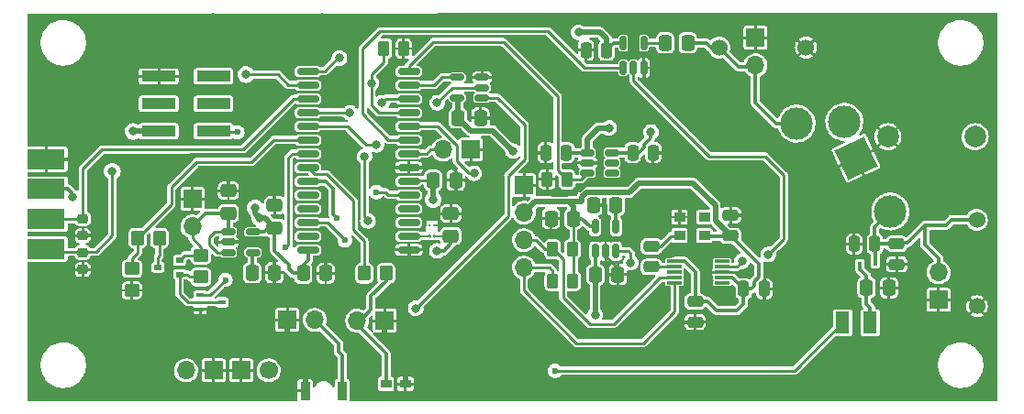
<source format=gtl>
%TF.GenerationSoftware,KiCad,Pcbnew,(6.0.4-0)*%
%TF.CreationDate,2022-07-12T16:50:51-04:00*%
%TF.ProjectId,NanoFox80,4e616e6f-466f-4783-9830-2e6b69636164,rev?*%
%TF.SameCoordinates,Original*%
%TF.FileFunction,Copper,L1,Top*%
%TF.FilePolarity,Positive*%
%FSLAX46Y46*%
G04 Gerber Fmt 4.6, Leading zero omitted, Abs format (unit mm)*
G04 Created by KiCad (PCBNEW (6.0.4-0)) date 2022-07-12 16:50:51*
%MOMM*%
%LPD*%
G01*
G04 APERTURE LIST*
G04 Aperture macros list*
%AMRoundRect*
0 Rectangle with rounded corners*
0 $1 Rounding radius*
0 $2 $3 $4 $5 $6 $7 $8 $9 X,Y pos of 4 corners*
0 Add a 4 corners polygon primitive as box body*
4,1,4,$2,$3,$4,$5,$6,$7,$8,$9,$2,$3,0*
0 Add four circle primitives for the rounded corners*
1,1,$1+$1,$2,$3*
1,1,$1+$1,$4,$5*
1,1,$1+$1,$6,$7*
1,1,$1+$1,$8,$9*
0 Add four rect primitives between the rounded corners*
20,1,$1+$1,$2,$3,$4,$5,0*
20,1,$1+$1,$4,$5,$6,$7,0*
20,1,$1+$1,$6,$7,$8,$9,0*
20,1,$1+$1,$8,$9,$2,$3,0*%
%AMRotRect*
0 Rectangle, with rotation*
0 The origin of the aperture is its center*
0 $1 length*
0 $2 width*
0 $3 Rotation angle, in degrees counterclockwise*
0 Add horizontal line*
21,1,$1,$2,0,0,$3*%
G04 Aperture macros list end*
%TA.AperFunction,SMDPad,CuDef*%
%ADD10RoundRect,0.250000X0.475000X-0.250000X0.475000X0.250000X-0.475000X0.250000X-0.475000X-0.250000X0*%
%TD*%
%TA.AperFunction,SMDPad,CuDef*%
%ADD11RoundRect,0.250000X-0.475000X0.337500X-0.475000X-0.337500X0.475000X-0.337500X0.475000X0.337500X0*%
%TD*%
%TA.AperFunction,SMDPad,CuDef*%
%ADD12RoundRect,0.250000X0.337500X0.475000X-0.337500X0.475000X-0.337500X-0.475000X0.337500X-0.475000X0*%
%TD*%
%TA.AperFunction,SMDPad,CuDef*%
%ADD13RoundRect,0.150000X0.150000X-0.512500X0.150000X0.512500X-0.150000X0.512500X-0.150000X-0.512500X0*%
%TD*%
%TA.AperFunction,SMDPad,CuDef*%
%ADD14R,0.700000X0.470000*%
%TD*%
%TA.AperFunction,SMDPad,CuDef*%
%ADD15RoundRect,0.250000X-0.450000X0.350000X-0.450000X-0.350000X0.450000X-0.350000X0.450000X0.350000X0*%
%TD*%
%TA.AperFunction,SMDPad,CuDef*%
%ADD16RoundRect,0.150000X-0.512500X-0.150000X0.512500X-0.150000X0.512500X0.150000X-0.512500X0.150000X0*%
%TD*%
%TA.AperFunction,ComponentPad*%
%ADD17R,1.700000X1.700000*%
%TD*%
%TA.AperFunction,ComponentPad*%
%ADD18O,1.700000X1.700000*%
%TD*%
%TA.AperFunction,SMDPad,CuDef*%
%ADD19RoundRect,0.250000X-0.250000X-0.475000X0.250000X-0.475000X0.250000X0.475000X-0.250000X0.475000X0*%
%TD*%
%TA.AperFunction,SMDPad,CuDef*%
%ADD20R,1.000000X0.900000*%
%TD*%
%TA.AperFunction,SMDPad,CuDef*%
%ADD21R,1.250000X2.000000*%
%TD*%
%TA.AperFunction,SMDPad,CuDef*%
%ADD22R,0.900000X1.700000*%
%TD*%
%TA.AperFunction,SMDPad,CuDef*%
%ADD23RoundRect,0.250000X-0.262500X-0.450000X0.262500X-0.450000X0.262500X0.450000X-0.262500X0.450000X0*%
%TD*%
%TA.AperFunction,SMDPad,CuDef*%
%ADD24RoundRect,0.150000X-0.875000X-0.150000X0.875000X-0.150000X0.875000X0.150000X-0.875000X0.150000X0*%
%TD*%
%TA.AperFunction,SMDPad,CuDef*%
%ADD25RoundRect,0.250000X-0.350000X-0.450000X0.350000X-0.450000X0.350000X0.450000X-0.350000X0.450000X0*%
%TD*%
%TA.AperFunction,SMDPad,CuDef*%
%ADD26RoundRect,0.250000X0.450000X-0.350000X0.450000X0.350000X-0.450000X0.350000X-0.450000X-0.350000X0*%
%TD*%
%TA.AperFunction,SMDPad,CuDef*%
%ADD27RoundRect,0.250000X-0.337500X-0.475000X0.337500X-0.475000X0.337500X0.475000X-0.337500X0.475000X0*%
%TD*%
%TA.AperFunction,SMDPad,CuDef*%
%ADD28C,1.524000*%
%TD*%
%TA.AperFunction,ComponentPad*%
%ADD29C,0.600000*%
%TD*%
%TA.AperFunction,SMDPad,CuDef*%
%ADD30R,0.350000X0.350000*%
%TD*%
%TA.AperFunction,SMDPad,CuDef*%
%ADD31RoundRect,0.250000X0.262500X0.450000X-0.262500X0.450000X-0.262500X-0.450000X0.262500X-0.450000X0*%
%TD*%
%TA.AperFunction,SMDPad,CuDef*%
%ADD32RoundRect,0.250000X0.250000X0.475000X-0.250000X0.475000X-0.250000X-0.475000X0.250000X-0.475000X0*%
%TD*%
%TA.AperFunction,SMDPad,CuDef*%
%ADD33R,0.700000X0.450000*%
%TD*%
%TA.AperFunction,SMDPad,CuDef*%
%ADD34R,1.000000X0.800000*%
%TD*%
%TA.AperFunction,ComponentPad*%
%ADD35C,2.000000*%
%TD*%
%TA.AperFunction,SMDPad,CuDef*%
%ADD36R,1.400000X0.300000*%
%TD*%
%TA.AperFunction,SMDPad,CuDef*%
%ADD37C,0.250000*%
%TD*%
%TA.AperFunction,SMDPad,CuDef*%
%ADD38RoundRect,0.218750X0.256250X-0.218750X0.256250X0.218750X-0.256250X0.218750X-0.256250X-0.218750X0*%
%TD*%
%TA.AperFunction,SMDPad,CuDef*%
%ADD39RoundRect,0.218750X-0.256250X0.218750X-0.256250X-0.218750X0.256250X-0.218750X0.256250X0.218750X0*%
%TD*%
%TA.AperFunction,SMDPad,CuDef*%
%ADD40RoundRect,0.250000X-0.475000X0.250000X-0.475000X-0.250000X0.475000X-0.250000X0.475000X0.250000X0*%
%TD*%
%TA.AperFunction,SMDPad,CuDef*%
%ADD41RoundRect,0.150000X0.512500X0.150000X-0.512500X0.150000X-0.512500X-0.150000X0.512500X-0.150000X0*%
%TD*%
%TA.AperFunction,SMDPad,CuDef*%
%ADD42R,3.150000X1.000000*%
%TD*%
%TA.AperFunction,ComponentPad*%
%ADD43C,1.700000*%
%TD*%
%TA.AperFunction,ComponentPad*%
%ADD44C,3.000000*%
%TD*%
%TA.AperFunction,ComponentPad*%
%ADD45RotRect,3.000000X3.000000X25.000000*%
%TD*%
%TA.AperFunction,SMDPad,CuDef*%
%ADD46R,3.480000X1.846667*%
%TD*%
%TA.AperFunction,ViaPad*%
%ADD47C,0.800000*%
%TD*%
%TA.AperFunction,ViaPad*%
%ADD48C,0.600000*%
%TD*%
%TA.AperFunction,Conductor*%
%ADD49C,0.200000*%
%TD*%
%TA.AperFunction,Conductor*%
%ADD50C,0.250000*%
%TD*%
%TA.AperFunction,Conductor*%
%ADD51C,0.350000*%
%TD*%
%TA.AperFunction,Conductor*%
%ADD52C,0.500000*%
%TD*%
G04 APERTURE END LIST*
D10*
%TO.P,C116,1*%
%TO.N,Net-(C116-Pad1)*%
X137850000Y-80310000D03*
%TO.P,C116,2*%
%TO.N,Net-(C116-Pad2)*%
X137850000Y-78410000D03*
%TD*%
D11*
%TO.P,C103,1*%
%TO.N,GND*%
X98830000Y-73272500D03*
%TO.P,C103,2*%
%TO.N,+BATT*%
X98830000Y-75347500D03*
%TD*%
D12*
%TO.P,C114,1*%
%TO.N,Net-(C114-Pad1)*%
X134567500Y-74610000D03*
%TO.P,C114,2*%
%TO.N,GND*%
X132492500Y-74610000D03*
%TD*%
D13*
%TO.P,U101,1,~{OE}*%
%TO.N,Net-(U101-Pad1)*%
X135260000Y-61907500D03*
%TO.P,U101,2,A*%
%TO.N,Net-(U101-Pad2)*%
X136210000Y-61907500D03*
%TO.P,U101,3,GND*%
%TO.N,GND*%
X137160000Y-61907500D03*
%TO.P,U101,4,Y*%
%TO.N,Net-(C102-Pad2)*%
X137160000Y-59632500D03*
%TO.P,U101,5,VCC*%
%TO.N,VCC*%
X135260000Y-59632500D03*
%TD*%
D14*
%TO.P,Q101,1,G*%
%TO.N,Net-(Q101-Pad1)*%
X94320000Y-81000000D03*
%TO.P,Q101,2,S*%
%TO.N,+BATT*%
X94320000Y-79700000D03*
%TO.P,Q101,3,D*%
%TO.N,Net-(Q101-Pad3)*%
X92320000Y-80350000D03*
%TD*%
D15*
%TO.P,R109,1*%
%TO.N,+BATT*%
X96290000Y-79250000D03*
%TO.P,R109,2*%
%TO.N,Net-(Q101-Pad1)*%
X96290000Y-81250000D03*
%TD*%
D16*
%TO.P,U201,1,VIN*%
%TO.N,+BATT*%
X131942500Y-69740000D03*
%TO.P,U201,2,GND*%
%TO.N,GND*%
X131942500Y-70690000D03*
%TO.P,U201,3,EN/UVLO*%
%TO.N,WIFI_ENABLE*%
X131942500Y-71640000D03*
%TO.P,U201,4,CT*%
%TO.N,unconnected-(U201-Pad4)*%
X134217500Y-71640000D03*
%TO.P,U201,5,QOD*%
%TO.N,unconnected-(U201-Pad5)*%
X134217500Y-70690000D03*
%TO.P,U201,6,VOUT*%
%TO.N,Net-(C201-Pad2)*%
X134217500Y-69740000D03*
%TD*%
D17*
%TO.P,TP101,1,Pin_1*%
%TO.N,GND*%
X126100000Y-72760000D03*
D18*
%TO.P,TP101,2,Pin_2*%
%TO.N,VCC*%
X126100000Y-75300000D03*
%TO.P,TP101,3,Pin_3*%
%TO.N,Net-(R101-Pad2)*%
X126100000Y-77840000D03*
%TO.P,TP101,4,Pin_4*%
%TO.N,Net-(R102-Pad2)*%
X126100000Y-80380000D03*
%TD*%
D19*
%TO.P,C202,1*%
%TO.N,GND*%
X128110000Y-69750000D03*
%TO.P,C202,2*%
%TO.N,+BATT*%
X130010000Y-69750000D03*
%TD*%
D17*
%TO.P,BT101,1,-*%
%TO.N,GND*%
X95510000Y-74030000D03*
D18*
%TO.P,BT101,2,+*%
%TO.N,+BATT*%
X95510000Y-76570000D03*
%TD*%
D20*
%TO.P,X102,1,NC*%
%TO.N,unconnected-(X102-Pad1)*%
X142750000Y-75710000D03*
%TO.P,X102,2,GND*%
%TO.N,GND*%
X140450000Y-75710000D03*
%TO.P,X102,3,OUT*%
%TO.N,Net-(C116-Pad2)*%
X140450000Y-77410000D03*
%TO.P,X102,4,Vcc*%
%TO.N,VCC*%
X142750000Y-77410000D03*
%TD*%
D21*
%TO.P,FB101,1*%
%TO.N,Net-(C106-Pad2)*%
X158055000Y-85470000D03*
%TO.P,FB101,2*%
%TO.N,Net-(FB101-Pad2)*%
X155505000Y-85470000D03*
%TD*%
D22*
%TO.P,SW101,1,A*%
%TO.N,Net-(J112-Pad2)*%
X109320000Y-91780000D03*
%TO.P,SW101,2,B*%
%TO.N,GND*%
X105920000Y-91780000D03*
%TD*%
D23*
%TO.P,R202,1*%
%TO.N,GND*%
X128237500Y-72230000D03*
%TO.P,R202,2*%
%TO.N,WIFI_ENABLE*%
X130062500Y-72230000D03*
%TD*%
D24*
%TO.P,U105,1,PA7*%
%TO.N,~{WIFI_RESET}*%
X106170000Y-62235000D03*
%TO.P,U105,2,PC0/TxD1*%
%TO.N,Net-(D104-Pad1)*%
X106170000Y-63505000D03*
%TO.P,U105,3,PC1/RxD1*%
%TO.N,Net-(D103-Pad2)*%
X106170000Y-64775000D03*
%TO.P,U105,4,PC2/SDA*%
%TO.N,Net-(R102-Pad2)*%
X106170000Y-66045000D03*
%TO.P,U105,5,PC3/SCL*%
%TO.N,Net-(R101-Pad2)*%
X106170000Y-67315000D03*
%TO.P,U105,6,PD0/AIN0*%
%TO.N,Vbat*%
X106170000Y-68585000D03*
%TO.P,U105,7,PD1*%
%TO.N,Enable_Vdiv*%
X106170000Y-69855000D03*
%TO.P,U105,8,PD2*%
%TO.N,Net-(R108-Pad1)*%
X106170000Y-71125000D03*
%TO.P,U105,9,PD3*%
%TO.N,Net-(J112-Pad2)*%
X106170000Y-72395000D03*
%TO.P,U105,10,PD4*%
%TO.N,unconnected-(U105-Pad10)*%
X106170000Y-73665000D03*
%TO.P,U105,11,PD5*%
%TO.N,unconnected-(U105-Pad11)*%
X106170000Y-74935000D03*
%TO.P,U105,12,PD6/DAC*%
%TO.N,Net-(FB101-Pad2)*%
X106170000Y-76205000D03*
%TO.P,U105,13,PD7*%
%TO.N,unconnected-(U105-Pad13)*%
X106170000Y-77475000D03*
%TO.P,U105,14,AVDD*%
%TO.N,+3V3*%
X106170000Y-78745000D03*
%TO.P,U105,15,GND*%
%TO.N,GND*%
X115470000Y-78745000D03*
%TO.P,U105,16,PF0/XTAL32k1*%
%TO.N,Net-(U105-Pad16)*%
X115470000Y-77475000D03*
%TO.P,U105,17,PF1/XTAL32k2*%
%TO.N,unconnected-(U105-Pad17)*%
X115470000Y-76205000D03*
%TO.P,U105,18,PF6/~{RESET}*%
%TO.N,unconnected-(U105-Pad18)*%
X115470000Y-74935000D03*
%TO.P,U105,19,UDPI*%
%TO.N,Net-(P101-Pad1)*%
X115470000Y-73665000D03*
%TO.P,U105,20,VDD*%
%TO.N,+3V3*%
X115470000Y-72395000D03*
%TO.P,U105,21,GND*%
%TO.N,GND*%
X115470000Y-71125000D03*
%TO.P,U105,22,PA0/EXTCLK*%
%TO.N,Net-(J115-Pad2)*%
X115470000Y-69855000D03*
%TO.P,U105,23,PA1*%
%TO.N,Net-(U101-Pad1)*%
X115470000Y-68585000D03*
%TO.P,U105,24,PA2*%
%TO.N,Enable_RF*%
X115470000Y-67315000D03*
%TO.P,U105,25,PA3*%
%TO.N,WiFi Module Detect*%
X115470000Y-66045000D03*
%TO.P,U105,26,PA4*%
%TO.N,WIFI_RX*%
X115470000Y-64775000D03*
%TO.P,U105,27,PA5*%
%TO.N,WIFI_TX*%
X115470000Y-63505000D03*
%TO.P,U105,28,PA6*%
%TO.N,WIFI_ENABLE*%
X115470000Y-62235000D03*
%TD*%
D19*
%TO.P,C109,1*%
%TO.N,VCC*%
X146370000Y-82350000D03*
%TO.P,C109,2*%
%TO.N,GND*%
X148270000Y-82350000D03*
%TD*%
D23*
%TO.P,R201,1*%
%TO.N,WiFi Module Detect*%
X113167500Y-60130000D03*
%TO.P,R201,2*%
%TO.N,GND*%
X114992500Y-60130000D03*
%TD*%
D12*
%TO.P,C113,1*%
%TO.N,GND*%
X119797500Y-72310000D03*
%TO.P,C113,2*%
%TO.N,+3V3*%
X117722500Y-72310000D03*
%TD*%
D25*
%TO.P,R108,1*%
%TO.N,Net-(R108-Pad1)*%
X111370000Y-80900000D03*
%TO.P,R108,2*%
%TO.N,Net-(D101-Pad2)*%
X113370000Y-80900000D03*
%TD*%
D12*
%TO.P,C102,1*%
%TO.N,Net-(C102-Pad1)*%
X141217500Y-59610000D03*
%TO.P,C102,2*%
%TO.N,Net-(C102-Pad2)*%
X139142500Y-59610000D03*
%TD*%
D26*
%TO.P,R111,1*%
%TO.N,GND*%
X89920000Y-82480000D03*
%TO.P,R111,2*%
%TO.N,Vbat*%
X89920000Y-80480000D03*
%TD*%
D27*
%TO.P,C107,1*%
%TO.N,Net-(C107-Pad1)*%
X101012500Y-80860000D03*
%TO.P,C107,2*%
%TO.N,GND*%
X103087500Y-80860000D03*
%TD*%
D17*
%TO.P,AE101,1,Shield*%
%TO.N,GND*%
X164350000Y-83365000D03*
D18*
%TO.P,AE101,2,A*%
%TO.N,Antenna*%
X164350000Y-80825000D03*
%TD*%
D12*
%TO.P,C203,1*%
%TO.N,GND*%
X122087500Y-66540000D03*
%TO.P,C203,2*%
%TO.N,VCC*%
X120012500Y-66540000D03*
%TD*%
D28*
%TO.P,W102,1,Pin_1*%
%TO.N,Antenna*%
X167890000Y-75960000D03*
D29*
X167890000Y-75960000D03*
%TO.P,W102,2,Pin_2*%
%TO.N,GND*%
X167890000Y-83960000D03*
D28*
X167890000Y-83960000D03*
%TD*%
D30*
%TO.P,D102,1,K*%
%TO.N,Net-(C106-Pad2)*%
X157075000Y-80000000D03*
%TO.P,D102,2,A*%
%TO.N,Antenna*%
X158525000Y-80000000D03*
%TD*%
D31*
%TO.P,R101,1*%
%TO.N,VCC*%
X130572500Y-78680000D03*
%TO.P,R101,2*%
%TO.N,Net-(R101-Pad2)*%
X128747500Y-78680000D03*
%TD*%
D27*
%TO.P,C112,1*%
%TO.N,+3V3*%
X105732500Y-80910000D03*
%TO.P,C112,2*%
%TO.N,GND*%
X107807500Y-80910000D03*
%TD*%
D32*
%TO.P,C201,1*%
%TO.N,GND*%
X138030000Y-69740000D03*
%TO.P,C201,2*%
%TO.N,Net-(C201-Pad2)*%
X136130000Y-69740000D03*
%TD*%
D27*
%TO.P,C111,1*%
%TO.N,GND*%
X128592500Y-75840000D03*
%TO.P,C111,2*%
%TO.N,VCC*%
X130667500Y-75840000D03*
%TD*%
D33*
%TO.P,Q102,1,G*%
%TO.N,Enable_Vdiv*%
X96230000Y-82930000D03*
%TO.P,Q102,2,S*%
%TO.N,GND*%
X96230000Y-84230000D03*
%TO.P,Q102,3,D*%
%TO.N,Net-(Q101-Pad1)*%
X98230000Y-83580000D03*
%TD*%
D17*
%TO.P,J112,1,Pin_1*%
%TO.N,GND*%
X104260000Y-85210000D03*
D18*
%TO.P,J112,2,Pin_2*%
%TO.N,Net-(J112-Pad2)*%
X106800000Y-85210000D03*
%TD*%
D25*
%TO.P,R110,1*%
%TO.N,Vbat*%
X90460000Y-77650000D03*
%TO.P,R110,2*%
%TO.N,Net-(Q101-Pad3)*%
X92460000Y-77650000D03*
%TD*%
D34*
%TO.P,D101,1,K*%
%TO.N,GND*%
X115160000Y-91130000D03*
%TO.P,D101,2,A*%
%TO.N,Net-(D101-Pad2)*%
X113360000Y-91130000D03*
%TD*%
D28*
%TO.P,W101,1,Pin_1*%
%TO.N,Net-(C102-Pad1)*%
X144120000Y-60040000D03*
D29*
X144120000Y-60040000D03*
%TO.P,W101,2,Pin_2*%
%TO.N,GND*%
X152120000Y-60040000D03*
D28*
X152120000Y-60040000D03*
%TD*%
D10*
%TO.P,C108,1*%
%TO.N,VCC*%
X145160000Y-77440000D03*
%TO.P,C108,2*%
%TO.N,GND*%
X145160000Y-75540000D03*
%TD*%
D35*
%TO.P,C115,1*%
%TO.N,Antenna*%
X167725000Y-68270000D03*
%TO.P,C115,2*%
%TO.N,GND*%
X159675000Y-68270000D03*
%TD*%
D32*
%TO.P,C105,1*%
%TO.N,Antenna*%
X158470000Y-78200000D03*
%TO.P,C105,2*%
%TO.N,GND*%
X156570000Y-78200000D03*
%TD*%
D36*
%TO.P,U103,1,VDD*%
%TO.N,VCC*%
X139990000Y-79810000D03*
%TO.P,U103,2,XA*%
%TO.N,Net-(C116-Pad1)*%
X139990000Y-80310000D03*
%TO.P,U103,3,XB*%
%TO.N,unconnected-(U103-Pad3)*%
X139990000Y-80810000D03*
%TO.P,U103,4,SCL*%
%TO.N,Net-(R101-Pad2)*%
X139990000Y-81310000D03*
%TO.P,U103,5,SDA*%
%TO.N,Net-(R102-Pad2)*%
X139990000Y-81810000D03*
%TO.P,U103,6,CLK2*%
%TO.N,unconnected-(U103-Pad6)*%
X144390000Y-81810000D03*
%TO.P,U103,7,VDDO*%
%TO.N,VCC*%
X144390000Y-81310000D03*
%TO.P,U103,8,GND*%
%TO.N,GND*%
X144390000Y-80810000D03*
%TO.P,U103,9,CLK1*%
%TO.N,Net-(U101-Pad2)*%
X144390000Y-80310000D03*
%TO.P,U103,10,CLK0*%
%TO.N,unconnected-(U103-Pad10)*%
X144390000Y-79810000D03*
%TD*%
D37*
%TO.P,X101,1,NC*%
%TO.N,unconnected-(X101-Pad1)*%
X117405000Y-76442500D03*
%TO.P,X101,2,OUT*%
%TO.N,Net-(U105-Pad16)*%
X117405000Y-77442500D03*
%TO.P,X101,3,Vdd*%
%TO.N,+3V3*%
X117825000Y-77442500D03*
%TO.P,X101,4,GND*%
%TO.N,GND*%
X117825000Y-76442500D03*
%TD*%
D12*
%TO.P,C106,1*%
%TO.N,GND*%
X159777500Y-82240000D03*
%TO.P,C106,2*%
%TO.N,Net-(C106-Pad2)*%
X157702500Y-82240000D03*
%TD*%
D38*
%TO.P,D103,1,A1*%
%TO.N,GND*%
X85380000Y-77415000D03*
%TO.P,D103,2,A2*%
%TO.N,Net-(D103-Pad2)*%
X85380000Y-75840000D03*
%TD*%
D13*
%TO.P,U104,1,VIN*%
%TO.N,+BATT*%
X132680000Y-78867500D03*
%TO.P,U104,2,GND*%
%TO.N,GND*%
X133630000Y-78867500D03*
%TO.P,U104,3,ON/~{OFF}*%
%TO.N,Enable_RF*%
X134580000Y-78867500D03*
%TO.P,U104,4,BP*%
%TO.N,Net-(C114-Pad1)*%
X134580000Y-76592500D03*
%TO.P,U104,5,VOUT*%
%TO.N,VCC*%
X132680000Y-76592500D03*
%TD*%
D17*
%TO.P,J113,1,Pin_1*%
%TO.N,GND*%
X113260000Y-85280000D03*
D18*
%TO.P,J113,2,Pin_2*%
%TO.N,Net-(D101-Pad2)*%
X110720000Y-85280000D03*
%TD*%
D19*
%TO.P,C117,1*%
%TO.N,GND*%
X131820000Y-60280000D03*
%TO.P,C117,2*%
%TO.N,VCC*%
X133720000Y-60280000D03*
%TD*%
D11*
%TO.P,C104,1*%
%TO.N,GND*%
X103100000Y-74622500D03*
%TO.P,C104,2*%
%TO.N,+3V3*%
X103100000Y-76697500D03*
%TD*%
%TO.P,C121,1*%
%TO.N,GND*%
X119350000Y-75375000D03*
%TO.P,C121,2*%
%TO.N,+3V3*%
X119350000Y-77450000D03*
%TD*%
D12*
%TO.P,C110,1*%
%TO.N,GND*%
X134767500Y-81030000D03*
%TO.P,C110,2*%
%TO.N,+BATT*%
X132692500Y-81030000D03*
%TD*%
D31*
%TO.P,R102,1*%
%TO.N,VCC*%
X130582500Y-81600000D03*
%TO.P,R102,2*%
%TO.N,Net-(R102-Pad2)*%
X128757500Y-81600000D03*
%TD*%
D39*
%TO.P,D104,1,A1*%
%TO.N,Net-(D104-Pad1)*%
X85380000Y-78972500D03*
%TO.P,D104,2,A2*%
%TO.N,GND*%
X85380000Y-80547500D03*
%TD*%
D40*
%TO.P,C105,1*%
%TO.N,Antenna*%
X160490000Y-78180000D03*
%TO.P,C105,2*%
%TO.N,GND*%
X160490000Y-80080000D03*
%TD*%
D17*
%TO.P,J115,1,Pin_1*%
%TO.N,GND*%
X121190000Y-69475000D03*
D18*
%TO.P,J115,2,Pin_2*%
%TO.N,Net-(J115-Pad2)*%
X118650000Y-69475000D03*
%TD*%
D17*
%TO.P,J101,1,Pin_1*%
%TO.N,GND*%
X147460000Y-59140000D03*
D18*
%TO.P,J101,2,Pin_2*%
%TO.N,Net-(C102-Pad1)*%
X147460000Y-61680000D03*
%TD*%
D41*
%TO.P,U202,1*%
%TO.N,Net-(MOD201-Pad20)*%
X122227500Y-64690000D03*
%TO.P,U202,2*%
%TO.N,~{WIFI_RESET}*%
X122227500Y-63740000D03*
%TO.P,U202,3,GND*%
%TO.N,GND*%
X122227500Y-62790000D03*
%TO.P,U202,4*%
%TO.N,WIFI_TX*%
X119952500Y-62790000D03*
%TO.P,U202,5,VCC*%
%TO.N,VCC*%
X119952500Y-64690000D03*
%TD*%
D16*
%TO.P,U102,1,VIN*%
%TO.N,+BATT*%
X98822500Y-77070000D03*
%TO.P,U102,2,GND*%
%TO.N,GND*%
X98822500Y-78020000D03*
%TO.P,U102,3,ON/~{OFF}*%
%TO.N,+BATT*%
X98822500Y-78970000D03*
%TO.P,U102,4,BP*%
%TO.N,Net-(C107-Pad1)*%
X101097500Y-78970000D03*
%TO.P,U102,5,VOUT*%
%TO.N,+3V3*%
X101097500Y-77070000D03*
%TD*%
D40*
%TO.P,C101,1*%
%TO.N,VCC*%
X141890000Y-83510000D03*
%TO.P,C101,2*%
%TO.N,GND*%
X141890000Y-85410000D03*
%TD*%
D42*
%TO.P,P101,1,Pin_1*%
%TO.N,Net-(P101-Pad1)*%
X97450000Y-67780000D03*
%TO.P,P101,2,Pin_2*%
%TO.N,+3V3*%
X92400000Y-67780000D03*
%TO.P,P101,3,Pin_3*%
%TO.N,unconnected-(P101-Pad3)*%
X97450000Y-65240000D03*
%TO.P,P101,4,Pin_4*%
%TO.N,unconnected-(P101-Pad4)*%
X92400000Y-65240000D03*
%TO.P,P101,5,Pin_5*%
%TO.N,unconnected-(P101-Pad5)*%
X97450000Y-62700000D03*
%TO.P,P101,6,Pin_6*%
%TO.N,GND*%
X92400000Y-62700000D03*
%TD*%
D43*
%TO.P,MOD1,1,Pin_1*%
%TO.N,+BATT*%
X102540000Y-89880000D03*
D17*
%TO.P,MOD1,2,Pin_2*%
%TO.N,GND*%
X100000000Y-89880000D03*
%TO.P,MOD1,3,Pin_3*%
X97460000Y-89880000D03*
D18*
%TO.P,MOD1,4,Pin_4*%
%TO.N,V+_Charging*%
X94920000Y-89880000D03*
%TD*%
D44*
%TO.P,L101,1,1*%
%TO.N,Antenna*%
X159907500Y-75185000D03*
%TO.P,L101,2,TAP*%
%TO.N,Net-(C102-Pad1)*%
X151247500Y-67065000D03*
X155657500Y-66905000D03*
D45*
%TO.P,L101,3,3*%
%TO.N,GND*%
X156737500Y-70265000D03*
%TD*%
D46*
%TO.P,J111,6,6*%
%TO.N,GND*%
X82000000Y-70345000D03*
%TO.P,J111,7,7*%
%TO.N,V+_Charging*%
X82000000Y-73115000D03*
%TO.P,J111,8,8*%
%TO.N,Net-(D103-Pad2)*%
X82000000Y-75885000D03*
%TO.P,J111,9,9*%
%TO.N,Net-(D104-Pad1)*%
X82000000Y-78655000D03*
%TD*%
D47*
%TO.N,GND*%
X168790000Y-73650000D03*
X162460000Y-92320000D03*
X86930000Y-72020000D03*
X86910000Y-76890000D03*
X118460000Y-80280000D03*
X137130000Y-84600000D03*
X146780000Y-74390000D03*
X120100000Y-61660000D03*
X138820000Y-76400000D03*
X101460000Y-66510000D03*
X109990000Y-62320000D03*
X122440000Y-61720000D03*
X108970000Y-83500000D03*
X94830000Y-84670000D03*
X97420000Y-57280000D03*
X121030115Y-76026548D03*
X155540000Y-57350000D03*
X139500000Y-57320000D03*
X107510000Y-57250000D03*
X147490000Y-57350000D03*
X128080000Y-65630000D03*
X117383275Y-81063632D03*
X104540000Y-91730000D03*
X143950000Y-78770000D03*
X146880000Y-76380000D03*
X133740000Y-86470000D03*
X81280000Y-86530000D03*
X168830000Y-80300000D03*
X167490000Y-70220000D03*
X160560000Y-92320000D03*
X139250000Y-64720000D03*
X168910000Y-85900000D03*
X151550000Y-57290000D03*
X136510000Y-92310000D03*
X138460000Y-84810000D03*
X133530000Y-57350000D03*
X81240000Y-82490000D03*
X103580000Y-64480000D03*
X138140000Y-88020000D03*
X130550000Y-92340000D03*
X99530000Y-57310000D03*
X104550000Y-82410000D03*
X101370000Y-64030000D03*
X104330000Y-66490000D03*
X134470000Y-92340000D03*
X125640000Y-57380000D03*
X133100000Y-68900000D03*
X89010000Y-78720000D03*
X105510000Y-57310000D03*
X89550000Y-62740000D03*
X150360000Y-81820000D03*
X136590000Y-75210000D03*
X135270000Y-72460000D03*
X123580000Y-57390000D03*
X139430000Y-86930000D03*
X113500000Y-57320000D03*
X162640000Y-75370000D03*
X81280000Y-84620000D03*
X97810000Y-84710000D03*
X102170000Y-77980000D03*
X140490000Y-85830000D03*
X157520000Y-57350000D03*
X141720000Y-70630000D03*
X82910000Y-66900000D03*
X124530000Y-92320000D03*
X146470000Y-92330000D03*
X110620000Y-91790000D03*
X113110012Y-71143061D03*
X96570000Y-91790000D03*
X141880000Y-74380000D03*
X149510000Y-57290000D03*
X148960000Y-80590000D03*
X86940000Y-73900000D03*
X141640000Y-78860000D03*
X138510000Y-92330000D03*
X92410000Y-61180000D03*
X143480000Y-57290000D03*
X117600000Y-57380000D03*
X168910000Y-82250000D03*
X102530000Y-91700000D03*
X137540000Y-57350000D03*
X145530000Y-57350000D03*
X116540000Y-80250000D03*
X115930000Y-82400000D03*
X86910000Y-75480000D03*
X158540000Y-92290000D03*
X121570000Y-57400000D03*
X154440000Y-92320000D03*
X88530000Y-91800000D03*
X96310000Y-85610000D03*
X164980000Y-72860000D03*
X115570000Y-57360000D03*
X126860000Y-70900000D03*
X92580000Y-91750000D03*
X163530000Y-57350000D03*
X144500000Y-92330000D03*
X137570000Y-63280000D03*
X140470000Y-74390000D03*
X126540000Y-92280000D03*
X113064341Y-76980869D03*
X92280000Y-73040000D03*
X140540000Y-62470000D03*
X116470000Y-92160000D03*
X133050000Y-72460000D03*
X103550000Y-57310000D03*
X131530000Y-57350000D03*
X109500000Y-57310000D03*
X91450000Y-74750000D03*
X141480000Y-67040000D03*
X156520000Y-92290000D03*
X128080000Y-67600000D03*
X142590000Y-79570000D03*
X141570000Y-57290000D03*
X119540000Y-57420000D03*
X168300000Y-63320000D03*
X142510000Y-92330000D03*
X139810000Y-68930000D03*
X133670000Y-77530000D03*
X86530000Y-91800000D03*
X82370000Y-64890000D03*
X128520000Y-92320000D03*
X90570000Y-91770000D03*
X159510000Y-57350000D03*
X130100000Y-85150000D03*
X94590000Y-91720000D03*
X143460000Y-72060000D03*
X125118598Y-61858976D03*
X136690000Y-73960000D03*
X114770000Y-81260000D03*
X123980000Y-67070000D03*
X142690000Y-68260000D03*
X118540000Y-92230000D03*
X166290000Y-71360000D03*
X132560000Y-92340000D03*
X99970000Y-71750000D03*
X109810000Y-79880000D03*
X140290000Y-65940000D03*
X109165690Y-69586296D03*
X85420000Y-69460000D03*
X168390000Y-65660000D03*
X144270000Y-69270000D03*
X102130000Y-82430000D03*
X161490000Y-57350000D03*
X122550000Y-92250000D03*
X135710000Y-77450000D03*
X112040000Y-91790000D03*
X142940000Y-80820000D03*
X129470000Y-57350000D03*
X91530000Y-57310000D03*
X121070000Y-77680000D03*
X94920000Y-61770000D03*
X135500000Y-57270000D03*
X93500000Y-57310000D03*
X148560000Y-92330000D03*
X134080000Y-68592091D03*
X148410000Y-84520000D03*
X148070000Y-77910000D03*
X108220000Y-78870000D03*
X125150000Y-63580000D03*
X95030000Y-68500000D03*
X123610000Y-65910000D03*
X109860000Y-64520000D03*
X122120000Y-60370000D03*
X101520000Y-57350000D03*
X111530000Y-57310000D03*
X95530000Y-57310000D03*
X150610000Y-92330000D03*
X163950000Y-74170000D03*
X127590000Y-57430000D03*
X168830000Y-71620000D03*
X95010000Y-66590000D03*
X152550000Y-92310000D03*
X150460000Y-83820000D03*
X136630000Y-76500000D03*
X120260000Y-60370000D03*
X146860000Y-80810000D03*
X109810000Y-81600000D03*
X138790000Y-74380000D03*
X98550000Y-91790000D03*
X101660000Y-71510000D03*
X100180000Y-78050000D03*
X87440000Y-57330000D03*
X90120000Y-75800000D03*
X140550000Y-92310000D03*
X103290000Y-71950000D03*
X103080000Y-73360000D03*
X168830000Y-78110000D03*
X139770000Y-71050000D03*
X127030000Y-68940000D03*
X89440000Y-57330000D03*
X153510000Y-57290000D03*
X144820000Y-73560000D03*
X90540000Y-61170000D03*
X100610000Y-91760000D03*
X120500000Y-92250000D03*
X82390000Y-63440000D03*
X94973691Y-64624266D03*
%TO.N,+BATT*%
X133950000Y-67470000D03*
X132660000Y-84740000D03*
%TO.N,+3V3*%
X101730000Y-75780000D03*
X90050000Y-67790000D03*
X117720000Y-74080000D03*
X101310000Y-74870000D03*
X118060000Y-78830000D03*
%TO.N,Net-(C201-Pad2)*%
X137810000Y-67840000D03*
%TO.N,Net-(D104-Pad1)*%
X88110000Y-71490000D03*
X100464757Y-62533838D03*
%TO.N,V+_Charging*%
X84478652Y-73879792D03*
D48*
%TO.N,Net-(J112-Pad2)*%
X108850000Y-75800000D03*
D47*
%TO.N,WiFi Module Detect*%
X112030000Y-63340000D03*
D48*
%TO.N,Net-(P101-Pad1)*%
X99649636Y-67870294D03*
X112480000Y-73400000D03*
%TO.N,Enable_Vdiv*%
X98550000Y-81510000D03*
X104120000Y-78480000D03*
%TO.N,Net-(FB101-Pad2)*%
X128950000Y-89920000D03*
X109590000Y-77860000D03*
D47*
%TO.N,WIFI_RX*%
X111700000Y-76050000D03*
X113000000Y-65140000D03*
X111380000Y-70090000D03*
%TO.N,Net-(MOD201-Pad20)*%
X116110000Y-84140000D03*
%TO.N,~{WIFI_RESET}*%
X109070000Y-61000000D03*
X118090000Y-65140000D03*
%TO.N,Net-(R101-Pad2)*%
X112470000Y-69030000D03*
%TO.N,Net-(R102-Pad2)*%
X110050000Y-66070000D03*
%TO.N,Net-(U101-Pad2)*%
X148630000Y-79170000D03*
X146210000Y-79790000D03*
%TO.N,Enable_RF*%
X121490000Y-71650000D03*
X135950000Y-79910000D03*
%TO.N,VCC*%
X125080000Y-69600000D03*
X131150000Y-58630000D03*
%TD*%
D49*
%TO.N,GND*%
X117825000Y-76442500D02*
X119347500Y-76442500D01*
D50*
X119347500Y-76442500D02*
X119350000Y-76440000D01*
X119350000Y-76440000D02*
X119350000Y-75375000D01*
X113064341Y-76980869D02*
X113215690Y-76829520D01*
X116950000Y-76430000D02*
X116950000Y-75780000D01*
X113215690Y-76829520D02*
X116550480Y-76829520D01*
X117355000Y-75375000D02*
X119350000Y-75375000D01*
X116550480Y-76829520D02*
X116950000Y-76430000D01*
X116950000Y-75780000D02*
X117355000Y-75375000D01*
D51*
X128110000Y-69750000D02*
X126940000Y-69750000D01*
X137570000Y-63280000D02*
X137450000Y-63280000D01*
D50*
X94910000Y-64560575D02*
X94973691Y-64624266D01*
D51*
X103080000Y-74602500D02*
X103100000Y-74622500D01*
D50*
X96230000Y-84230000D02*
X95270000Y-84230000D01*
X95270000Y-84230000D02*
X94830000Y-84670000D01*
D51*
X138030000Y-69740000D02*
X139000000Y-69740000D01*
X133670000Y-77530000D02*
X133605480Y-77465480D01*
D50*
X148410000Y-84520000D02*
X148410000Y-83810000D01*
D51*
X92280000Y-73040000D02*
X95360480Y-69959520D01*
D50*
X131942500Y-70690000D02*
X133070000Y-70690000D01*
D51*
X95360480Y-69959520D02*
X100520480Y-69959520D01*
D50*
X125640000Y-57380000D02*
X127540000Y-57380000D01*
D51*
X135710000Y-77420000D02*
X136630000Y-76500000D01*
D50*
X119500000Y-57380000D02*
X119540000Y-57420000D01*
X115470000Y-71125000D02*
X113128073Y-71125000D01*
X109469520Y-64129520D02*
X109860000Y-64520000D01*
X129962026Y-73675480D02*
X130382986Y-73254520D01*
X140490000Y-85830000D02*
X140490000Y-85690000D01*
D51*
X126900000Y-69710000D02*
X126860000Y-69750000D01*
D50*
X131530000Y-57350000D02*
X133530000Y-57350000D01*
X107589520Y-64129520D02*
X109469520Y-64129520D01*
X116540000Y-80250000D02*
X115780000Y-80250000D01*
X138140000Y-88020000D02*
X138340000Y-88020000D01*
X115780000Y-80250000D02*
X114770000Y-81260000D01*
D51*
X103090000Y-80857500D02*
X103087500Y-80860000D01*
X136590000Y-74060000D02*
X136690000Y-73960000D01*
D50*
X144390000Y-80810000D02*
X142950000Y-80810000D01*
D51*
X142690000Y-68260000D02*
X143700000Y-69270000D01*
X122980000Y-66540000D02*
X123610000Y-65910000D01*
D50*
X133630000Y-79300000D02*
X134767500Y-80437500D01*
D51*
X107807500Y-80910000D02*
X107807500Y-79282500D01*
D50*
X133050000Y-72460000D02*
X135270000Y-72460000D01*
D51*
X140450000Y-75710000D02*
X140450000Y-74410000D01*
X84745000Y-70345000D02*
X82000000Y-70345000D01*
D50*
X128237500Y-73177500D02*
X128735480Y-73675480D01*
D51*
X89010000Y-76910000D02*
X89010000Y-78720000D01*
D52*
X105920000Y-89440000D02*
X104260000Y-87780000D01*
X115160000Y-91130000D02*
X115160000Y-88750000D01*
X105920000Y-91780000D02*
X105920000Y-89440000D01*
D51*
X137450000Y-63280000D02*
X137160000Y-62990000D01*
X139530000Y-64720000D02*
X139250000Y-64720000D01*
D50*
X115470000Y-78745000D02*
X115470000Y-79520000D01*
D51*
X102130000Y-82430000D02*
X102730000Y-82430000D01*
D50*
X95567957Y-64030000D02*
X101370000Y-64030000D01*
X148410000Y-83810000D02*
X148270000Y-83670000D01*
D52*
X113260000Y-86850000D02*
X113260000Y-85280000D01*
D50*
X95010000Y-66590000D02*
X95010000Y-68480000D01*
D51*
X86910000Y-73930000D02*
X86940000Y-73900000D01*
X127030000Y-68940000D02*
X127030000Y-68650000D01*
X103090000Y-79840000D02*
X103090000Y-80857500D01*
D50*
X116046907Y-82400000D02*
X117383275Y-81063632D01*
D51*
X102170000Y-77980000D02*
X102170000Y-78920000D01*
D50*
X96910000Y-85610000D02*
X97810000Y-84710000D01*
X115470000Y-71125000D02*
X119485000Y-71125000D01*
X140490000Y-85690000D02*
X140770000Y-85410000D01*
D51*
X140380000Y-65940000D02*
X141480000Y-67040000D01*
X148590000Y-77390000D02*
X146740000Y-75540000D01*
X92280000Y-73920000D02*
X91450000Y-74750000D01*
X126940000Y-69750000D02*
X126900000Y-69710000D01*
D50*
X131420000Y-86470000D02*
X130100000Y-85150000D01*
D51*
X100860480Y-69959520D02*
X104330000Y-66490000D01*
X101660000Y-71510000D02*
X102850000Y-71510000D01*
X102850000Y-71510000D02*
X103290000Y-71950000D01*
D50*
X123570000Y-57400000D02*
X123580000Y-57390000D01*
X128237500Y-72230000D02*
X128237500Y-73177500D01*
D51*
X140540000Y-63710000D02*
X139530000Y-64720000D01*
D50*
X133070000Y-70690000D02*
X133070000Y-72440000D01*
X133070000Y-70690000D02*
X133070000Y-68930000D01*
X125118598Y-63548598D02*
X125150000Y-63580000D01*
D51*
X105640000Y-83500000D02*
X104550000Y-82410000D01*
X143460000Y-72060000D02*
X143460000Y-72200000D01*
D50*
X113500000Y-57320000D02*
X115530000Y-57320000D01*
X128735480Y-73675480D02*
X129962026Y-73675480D01*
D51*
X137160000Y-62990000D02*
X137160000Y-61907500D01*
X143460000Y-72200000D02*
X144820000Y-73560000D01*
X108970000Y-83500000D02*
X105640000Y-83500000D01*
D50*
X132028236Y-72460000D02*
X133050000Y-72460000D01*
D51*
X146780000Y-76280000D02*
X146880000Y-76380000D01*
X100520480Y-69959520D02*
X100860480Y-69959520D01*
D50*
X138460000Y-84810000D02*
X137340000Y-84810000D01*
D51*
X102170000Y-78920000D02*
X103090000Y-79840000D01*
D50*
X115470000Y-79520000D02*
X116200000Y-80250000D01*
X130382986Y-73254520D02*
X131233716Y-73254520D01*
X120830000Y-61660000D02*
X120100000Y-61660000D01*
D51*
X85420000Y-69670000D02*
X84745000Y-70345000D01*
X86910000Y-75480000D02*
X86910000Y-73930000D01*
D50*
X90540000Y-61170000D02*
X92400000Y-61170000D01*
X134767500Y-80437500D02*
X134767500Y-81030000D01*
X117600000Y-57380000D02*
X119500000Y-57380000D01*
X133070000Y-68930000D02*
X133100000Y-68900000D01*
X103580000Y-64480000D02*
X103930480Y-64129520D01*
D51*
X100150000Y-78020000D02*
X100180000Y-78050000D01*
X127030000Y-68650000D02*
X128080000Y-67600000D01*
D50*
X127540000Y-57380000D02*
X127590000Y-57430000D01*
D51*
X140450000Y-74410000D02*
X140470000Y-74390000D01*
X146740000Y-75540000D02*
X145160000Y-75540000D01*
X98830000Y-71920000D02*
X99000000Y-71750000D01*
X140540000Y-62470000D02*
X140540000Y-63710000D01*
X148070000Y-77910000D02*
X148590000Y-77390000D01*
D50*
X103930480Y-64129520D02*
X107589520Y-64129520D01*
X148270000Y-82350000D02*
X148270000Y-81280000D01*
X94920000Y-62710000D02*
X94910000Y-62700000D01*
X121570000Y-57400000D02*
X123570000Y-57400000D01*
D51*
X103087500Y-82072500D02*
X103087500Y-80860000D01*
D50*
X119797500Y-72310000D02*
X119797500Y-73617500D01*
X103490000Y-64480000D02*
X101460000Y-66510000D01*
X119485000Y-71125000D02*
X119797500Y-71437500D01*
X150360000Y-81820000D02*
X150360000Y-83720000D01*
X89590000Y-62700000D02*
X89550000Y-62740000D01*
X142950000Y-80810000D02*
X142940000Y-80820000D01*
X133070000Y-72440000D02*
X133050000Y-72460000D01*
D51*
X107807500Y-79282500D02*
X108220000Y-78870000D01*
D50*
X119797500Y-73617500D02*
X121310000Y-75130000D01*
D51*
X126860000Y-69750000D02*
X126860000Y-70900000D01*
D50*
X142590000Y-79570000D02*
X142350000Y-79570000D01*
X113064341Y-76745659D02*
X113064341Y-76980869D01*
X92400000Y-61170000D02*
X92410000Y-61180000D01*
X113128073Y-71125000D02*
X113110012Y-71143061D01*
X122227500Y-62790000D02*
X122227500Y-61932500D01*
D51*
X98830000Y-73272500D02*
X98830000Y-71920000D01*
D50*
X96310000Y-85610000D02*
X96910000Y-85610000D01*
X121310000Y-75746663D02*
X121030115Y-76026548D01*
X117139276Y-75580000D02*
X114230000Y-75580000D01*
D51*
X140290000Y-65940000D02*
X140380000Y-65940000D01*
D50*
X92400000Y-62700000D02*
X89590000Y-62700000D01*
X148270000Y-81280000D02*
X148960000Y-80590000D01*
D52*
X115160000Y-88750000D02*
X113260000Y-86850000D01*
D50*
X115930000Y-82400000D02*
X116046907Y-82400000D01*
D51*
X139770000Y-71050000D02*
X141300000Y-71050000D01*
X90120000Y-75800000D02*
X89010000Y-76910000D01*
D50*
X148270000Y-83670000D02*
X148270000Y-82350000D01*
X114230000Y-75580000D02*
X113064341Y-76745659D01*
D51*
X136590000Y-75210000D02*
X136590000Y-74060000D01*
D50*
X121310000Y-75130000D02*
X121310000Y-75746663D01*
D51*
X109810000Y-79880000D02*
X109810000Y-81600000D01*
D50*
X94910000Y-62700000D02*
X94750000Y-62700000D01*
X143950000Y-78770000D02*
X141870000Y-78770000D01*
D51*
X141300000Y-71050000D02*
X141720000Y-70630000D01*
X103080000Y-73360000D02*
X103080000Y-74602500D01*
D50*
X94750000Y-62700000D02*
X92400000Y-62700000D01*
X133630000Y-80930000D02*
X133730000Y-81030000D01*
D51*
X99000000Y-71750000D02*
X99970000Y-71750000D01*
D50*
X115530000Y-57320000D02*
X115570000Y-57360000D01*
X122227500Y-61932500D02*
X122440000Y-61720000D01*
X94973691Y-64624266D02*
X95567957Y-64030000D01*
D51*
X92280000Y-73040000D02*
X92280000Y-73920000D01*
X98822500Y-78020000D02*
X100150000Y-78020000D01*
D50*
X142350000Y-79570000D02*
X141640000Y-78860000D01*
X141870000Y-78770000D02*
X141570000Y-78470000D01*
D51*
X85380000Y-77415000D02*
X86385000Y-77415000D01*
D50*
X133730000Y-81030000D02*
X134767500Y-81030000D01*
X133630000Y-78867500D02*
X133630000Y-80930000D01*
X150360000Y-83720000D02*
X150460000Y-83820000D01*
X125118598Y-61858976D02*
X125118598Y-63548598D01*
X94920000Y-61770000D02*
X94920000Y-62710000D01*
D51*
X133605480Y-74610000D02*
X132492500Y-74610000D01*
D50*
X116200000Y-80250000D02*
X116540000Y-80250000D01*
X137340000Y-84810000D02*
X137130000Y-84600000D01*
D51*
X122087500Y-66540000D02*
X122980000Y-66540000D01*
D50*
X140770000Y-85410000D02*
X141890000Y-85410000D01*
X122120000Y-60370000D02*
X120830000Y-61660000D01*
X95010000Y-68480000D02*
X95030000Y-68500000D01*
X131233716Y-73254520D02*
X132028236Y-72460000D01*
X94910000Y-62700000D02*
X94910000Y-64560575D01*
X133630000Y-78867500D02*
X133630000Y-79300000D01*
D51*
X102730000Y-82430000D02*
X103087500Y-82072500D01*
X143700000Y-69270000D02*
X144270000Y-69270000D01*
D50*
X133740000Y-86470000D02*
X131420000Y-86470000D01*
D51*
X133605480Y-77465480D02*
X133605480Y-74610000D01*
D52*
X104260000Y-87780000D02*
X104260000Y-85210000D01*
D50*
X141570000Y-74690000D02*
X141880000Y-74380000D01*
X141570000Y-78470000D02*
X141570000Y-74690000D01*
D51*
X86385000Y-77415000D02*
X86910000Y-76890000D01*
D50*
X138340000Y-88020000D02*
X139430000Y-86930000D01*
D51*
X141880000Y-74380000D02*
X138790000Y-74380000D01*
X85420000Y-69460000D02*
X85420000Y-69670000D01*
X146780000Y-74390000D02*
X146780000Y-76280000D01*
D50*
X92400000Y-62700000D02*
X94910000Y-62700000D01*
X144390000Y-80810000D02*
X146860000Y-80810000D01*
D51*
X139000000Y-69740000D02*
X139810000Y-68930000D01*
D50*
X119797500Y-71437500D02*
X119797500Y-72310000D01*
D51*
X135710000Y-77450000D02*
X135710000Y-77420000D01*
D50*
X103580000Y-64480000D02*
X103490000Y-64480000D01*
D52*
%TO.N,+BATT*%
X132660000Y-81062500D02*
X132692500Y-81030000D01*
D51*
X96732500Y-75347500D02*
X98830000Y-75347500D01*
D50*
X94770000Y-79250000D02*
X94320000Y-79700000D01*
D51*
X132692500Y-78880000D02*
X132680000Y-78867500D01*
D52*
X133950000Y-67470000D02*
X132950000Y-67470000D01*
D50*
X96290000Y-78460000D02*
X95510000Y-77680000D01*
D51*
X130010000Y-69750000D02*
X131932500Y-69750000D01*
D52*
X132950000Y-67470000D02*
X131942500Y-68477500D01*
D51*
X98822500Y-77070000D02*
X98822500Y-75355000D01*
D50*
X97080000Y-78270000D02*
X97080000Y-77540000D01*
X96290000Y-79250000D02*
X94770000Y-79250000D01*
X98822500Y-78970000D02*
X97780000Y-78970000D01*
X97780000Y-78970000D02*
X97080000Y-78270000D01*
D51*
X98822500Y-75355000D02*
X98830000Y-75347500D01*
D52*
X131942500Y-68477500D02*
X131942500Y-69740000D01*
D50*
X95510000Y-77680000D02*
X95510000Y-76570000D01*
X96290000Y-79250000D02*
X96290000Y-78460000D01*
X97080000Y-77540000D02*
X97550000Y-77070000D01*
D51*
X131932500Y-69750000D02*
X131942500Y-69740000D01*
D52*
X132660000Y-84740000D02*
X132660000Y-81062500D01*
D51*
X95510000Y-76570000D02*
X96732500Y-75347500D01*
X132692500Y-81030000D02*
X132692500Y-78880000D01*
D50*
X97550000Y-77070000D02*
X98822500Y-77070000D01*
D51*
%TO.N,Net-(C102-Pad1)*%
X142920000Y-59610000D02*
X141217500Y-59610000D01*
X143350000Y-60040000D02*
X142920000Y-59610000D01*
X149365000Y-67065000D02*
X151247500Y-67065000D01*
X145870000Y-61790000D02*
X147350000Y-61790000D01*
X147350000Y-61790000D02*
X147460000Y-61680000D01*
X147460000Y-65160000D02*
X149365000Y-67065000D01*
X144120000Y-60040000D02*
X143350000Y-60040000D01*
X147460000Y-61680000D02*
X147460000Y-65160000D01*
X144120000Y-60040000D02*
X145870000Y-61790000D01*
D50*
%TO.N,Net-(C102-Pad2)*%
X139142500Y-59610000D02*
X137182500Y-59610000D01*
X137182500Y-59610000D02*
X137160000Y-59632500D01*
D51*
%TO.N,+3V3*%
X103100000Y-76697500D02*
X103100000Y-78816796D01*
X104409520Y-80126316D02*
X104409520Y-80509520D01*
D52*
X90050000Y-67790000D02*
X92390000Y-67790000D01*
X101310000Y-74870000D02*
X101310000Y-75360000D01*
X102182500Y-75780000D02*
X103100000Y-76697500D01*
D51*
X118060000Y-78830000D02*
X118687506Y-78830000D01*
X103100000Y-78816796D02*
X104409520Y-80126316D01*
D50*
X92390000Y-67790000D02*
X92400000Y-67780000D01*
D51*
X105732500Y-80910000D02*
X105732500Y-80127500D01*
D49*
X119350000Y-77450000D02*
X117832500Y-77450000D01*
D51*
X105732500Y-80127500D02*
X106170000Y-79690000D01*
X102492500Y-76697500D02*
X102120000Y-77070000D01*
X118687506Y-78830000D02*
X119350000Y-78167506D01*
X119350000Y-78167506D02*
X119350000Y-77450000D01*
D50*
X115555000Y-72310000D02*
X115470000Y-72395000D01*
D51*
X106170000Y-79690000D02*
X106170000Y-78745000D01*
D50*
X117832500Y-77450000D02*
X117825000Y-77442500D01*
D51*
X104409520Y-80509520D02*
X104810000Y-80910000D01*
D52*
X117720000Y-74080000D02*
X117720000Y-72312500D01*
D51*
X103100000Y-76697500D02*
X102492500Y-76697500D01*
D52*
X101730000Y-75780000D02*
X102182500Y-75780000D01*
X101310000Y-75360000D02*
X101730000Y-75780000D01*
D51*
X102120000Y-77070000D02*
X101097500Y-77070000D01*
D50*
X117722500Y-72310000D02*
X115555000Y-72310000D01*
D52*
X117720000Y-72312500D02*
X117722500Y-72310000D01*
D51*
X104810000Y-80910000D02*
X105732500Y-80910000D01*
%TO.N,Net-(C107-Pad1)*%
X101040000Y-79027500D02*
X101097500Y-78970000D01*
X101012500Y-80860000D02*
X101012500Y-79577500D01*
X101040000Y-79550000D02*
X101040000Y-79027500D01*
X101012500Y-79577500D02*
X101040000Y-79550000D01*
%TO.N,Net-(C114-Pad1)*%
X134580000Y-76592500D02*
X134580000Y-74622500D01*
X134580000Y-74622500D02*
X134567500Y-74610000D01*
%TO.N,Antenna*%
X158470000Y-76622500D02*
X159907500Y-75185000D01*
X165020000Y-76470000D02*
X165530000Y-75960000D01*
X160490000Y-78092500D02*
X161457500Y-78092500D01*
X163080000Y-78270000D02*
X163080000Y-76470000D01*
X158525000Y-80000000D02*
X158525000Y-78232500D01*
X165530000Y-75960000D02*
X167890000Y-75960000D01*
X164350000Y-80825000D02*
X164350000Y-79540000D01*
X158525000Y-78232500D02*
X158557500Y-78200000D01*
X163080000Y-76470000D02*
X165020000Y-76470000D01*
X164350000Y-79540000D02*
X163080000Y-78270000D01*
X158557500Y-78200000D02*
X160482500Y-78200000D01*
X161457500Y-78092500D02*
X163080000Y-76470000D01*
X158470000Y-78200000D02*
X158470000Y-76622500D01*
%TO.N,Net-(D101-Pad2)*%
X111990000Y-84290000D02*
X111990000Y-82980000D01*
X113360000Y-88290000D02*
X110720000Y-85650000D01*
X110720000Y-85650000D02*
X110720000Y-85280000D01*
X110720000Y-85280000D02*
X111000000Y-85280000D01*
X111000000Y-85280000D02*
X111990000Y-84290000D01*
X113360000Y-91130000D02*
X113360000Y-88290000D01*
X111990000Y-82980000D02*
X113370000Y-81600000D01*
X113370000Y-81600000D02*
X113370000Y-80900000D01*
D50*
%TO.N,Net-(C116-Pad1)*%
X137850000Y-80310000D02*
X139990000Y-80310000D01*
%TO.N,Net-(C116-Pad2)*%
X137850000Y-78410000D02*
X138710000Y-78410000D01*
X139660000Y-77460000D02*
X140400000Y-77460000D01*
X138710000Y-78410000D02*
X139660000Y-77460000D01*
D51*
%TO.N,Net-(C201-Pad2)*%
X137155480Y-69304520D02*
X137155480Y-69006316D01*
X137155480Y-69006316D02*
X137681796Y-68480000D01*
X136720000Y-69740000D02*
X137155480Y-69304520D01*
X136130000Y-69740000D02*
X136720000Y-69740000D01*
X134217500Y-69740000D02*
X136130000Y-69740000D01*
X137710000Y-68480000D02*
X137810000Y-68380000D01*
X137681796Y-68480000D02*
X137710000Y-68480000D01*
X137810000Y-68380000D02*
X137810000Y-67840000D01*
D50*
%TO.N,Net-(D103-Pad2)*%
X85335000Y-75885000D02*
X85380000Y-75840000D01*
X87160000Y-69460000D02*
X100180000Y-69460000D01*
X82000000Y-75885000D02*
X85335000Y-75885000D01*
X85380000Y-71240000D02*
X87160000Y-69460000D01*
X85380000Y-75840000D02*
X85380000Y-71240000D01*
X100180000Y-69460000D02*
X104865000Y-64775000D01*
X104865000Y-64775000D02*
X106170000Y-64775000D01*
%TO.N,Net-(D104-Pad1)*%
X104355000Y-63505000D02*
X106170000Y-63505000D01*
X88100000Y-71500000D02*
X88100000Y-77422493D01*
X82269520Y-78924520D02*
X82000000Y-78655000D01*
X86597973Y-78924520D02*
X82269520Y-78924520D01*
X88110000Y-71490000D02*
X88100000Y-71500000D01*
X103383838Y-62533838D02*
X104355000Y-63505000D01*
X100464757Y-62533838D02*
X103383838Y-62533838D01*
X88100000Y-77422493D02*
X86597973Y-78924520D01*
D51*
%TO.N,V+_Charging*%
X84478652Y-73578652D02*
X84015000Y-73115000D01*
X84015000Y-73115000D02*
X82000000Y-73115000D01*
X84478652Y-73879792D02*
X84478652Y-73578652D01*
%TO.N,Net-(C106-Pad2)*%
X157075000Y-80515000D02*
X157075000Y-80000000D01*
X158055000Y-84095000D02*
X157702500Y-83742500D01*
X157702500Y-81142500D02*
X157075000Y-80515000D01*
X157702500Y-83742500D02*
X157702500Y-82240000D01*
X158055000Y-85470000D02*
X158055000Y-84095000D01*
X157702500Y-82240000D02*
X157702500Y-81142500D01*
%TO.N,Net-(J112-Pad2)*%
X108500000Y-73060000D02*
X107835000Y-72395000D01*
X108990000Y-88180000D02*
X108990000Y-87400000D01*
X109320000Y-91780000D02*
X109320000Y-88510000D01*
X108500000Y-75450000D02*
X108500000Y-73060000D01*
X108990000Y-87400000D02*
X106800000Y-85210000D01*
X109320000Y-88510000D02*
X108990000Y-88180000D01*
X108850000Y-75800000D02*
X108500000Y-75450000D01*
X107835000Y-72395000D02*
X106170000Y-72395000D01*
D50*
%TO.N,WiFi Module Detect*%
X112030000Y-63340000D02*
X112030000Y-65380000D01*
X112030000Y-62510000D02*
X113167500Y-61372500D01*
X112030000Y-65380000D02*
X112695000Y-66045000D01*
X113167500Y-61372500D02*
X113167500Y-60130000D01*
X112030000Y-63340000D02*
X112030000Y-62510000D01*
X112695000Y-66045000D02*
X115470000Y-66045000D01*
%TO.N,Net-(P101-Pad1)*%
X112480000Y-73400000D02*
X113330000Y-73400000D01*
X113595000Y-73665000D02*
X115470000Y-73665000D01*
X113330000Y-73400000D02*
X113595000Y-73665000D01*
X99649636Y-67870294D02*
X97540294Y-67870294D01*
X97540294Y-67870294D02*
X97450000Y-67780000D01*
%TO.N,Enable_Vdiv*%
X98550000Y-81510000D02*
X97130000Y-82930000D01*
X97130000Y-82930000D02*
X96332500Y-82930000D01*
X104740000Y-69840000D02*
X106155000Y-69840000D01*
X104350000Y-78250000D02*
X104350000Y-70230000D01*
X104350000Y-70230000D02*
X104740000Y-69840000D01*
X96332500Y-82930000D02*
X96312500Y-82910000D01*
X106155000Y-69840000D02*
X106170000Y-69855000D01*
X104120000Y-78480000D02*
X104350000Y-78250000D01*
%TO.N,Net-(R108-Pad1)*%
X107916908Y-71770480D02*
X110370000Y-74223572D01*
X106170000Y-71125000D02*
X106815480Y-71770480D01*
X111370000Y-77910000D02*
X111370000Y-80900000D01*
X110370000Y-76910000D02*
X111370000Y-77910000D01*
X110370000Y-74223572D02*
X110370000Y-76910000D01*
X106815480Y-71770480D02*
X107916908Y-71770480D01*
%TO.N,Vbat*%
X90460000Y-78990000D02*
X90460000Y-77650000D01*
X102975000Y-68585000D02*
X106170000Y-68585000D01*
X93570000Y-74540000D02*
X93570000Y-72930000D01*
X89920000Y-79530000D02*
X90460000Y-78990000D01*
X90460000Y-77650000D02*
X93570000Y-74540000D01*
X93570000Y-72930000D02*
X95890000Y-70610000D01*
X100950000Y-70610000D02*
X102975000Y-68585000D01*
X95890000Y-70610000D02*
X100950000Y-70610000D01*
X89920000Y-80480000D02*
X89920000Y-79530000D01*
%TO.N,Net-(FB101-Pad2)*%
X151055000Y-89920000D02*
X155505000Y-85470000D01*
X109590000Y-77790000D02*
X108005000Y-76205000D01*
X108005000Y-76205000D02*
X106170000Y-76205000D01*
X128950000Y-89920000D02*
X151055000Y-89920000D01*
X109590000Y-77860000D02*
X109590000Y-77790000D01*
%TO.N,Net-(J115-Pad2)*%
X118650000Y-69475000D02*
X117485000Y-69475000D01*
X117105000Y-69855000D02*
X115470000Y-69855000D01*
X117485000Y-69475000D02*
X117105000Y-69855000D01*
%TO.N,WIFI_RX*%
X111380000Y-75730000D02*
X111380000Y-70090000D01*
X113000000Y-65140000D02*
X113370000Y-64770000D01*
X113370000Y-64770000D02*
X115465000Y-64770000D01*
X115465000Y-64770000D02*
X115470000Y-64775000D01*
X111700000Y-76050000D02*
X111380000Y-75730000D01*
%TO.N,Net-(MOD201-Pad20)*%
X116110000Y-84140000D02*
X124650000Y-75600000D01*
X126140000Y-70410000D02*
X126140000Y-67190000D01*
X124650000Y-71900000D02*
X126140000Y-70410000D01*
X123640000Y-64690000D02*
X122227500Y-64690000D01*
X126140000Y-67190000D02*
X123640000Y-64690000D01*
X124650000Y-75600000D02*
X124650000Y-71900000D01*
%TO.N,~{WIFI_RESET}*%
X107705000Y-62235000D02*
X106170000Y-62235000D01*
X108940000Y-61000000D02*
X107705000Y-62235000D01*
X119490000Y-63740000D02*
X122227500Y-63740000D01*
X118090000Y-65140000D02*
X119490000Y-63740000D01*
X109070000Y-61000000D02*
X108940000Y-61000000D01*
%TO.N,Net-(Q101-Pad1)*%
X94320000Y-82830000D02*
X94320000Y-81000000D01*
X95300000Y-81250000D02*
X95050000Y-81000000D01*
X96290000Y-81250000D02*
X95300000Y-81250000D01*
X95050000Y-81000000D02*
X94320000Y-81000000D01*
X95070000Y-83580000D02*
X94320000Y-82830000D01*
X98230000Y-83580000D02*
X95070000Y-83580000D01*
%TO.N,Net-(Q101-Pad3)*%
X92312500Y-79417500D02*
X92460000Y-79270000D01*
X92460000Y-79270000D02*
X92460000Y-77650000D01*
X92312500Y-80350000D02*
X92312500Y-79417500D01*
%TO.N,Net-(U105-Pad16)*%
X117375480Y-77447500D02*
X117375480Y-77442500D01*
D49*
X115450000Y-77447500D02*
X117375480Y-77447500D01*
D50*
%TO.N,Net-(R101-Pad2)*%
X109825000Y-67315000D02*
X106170000Y-67315000D01*
X129704520Y-83124520D02*
X132170480Y-85590480D01*
X111540000Y-69030000D02*
X109825000Y-67315000D01*
X138650000Y-81310000D02*
X139990000Y-81310000D01*
X112470000Y-69030000D02*
X111540000Y-69030000D01*
X126100000Y-77840000D02*
X127170000Y-77840000D01*
X128747500Y-78680000D02*
X128790000Y-78680000D01*
X128010000Y-78680000D02*
X128747500Y-78680000D01*
X132170480Y-85590480D02*
X134369520Y-85590480D01*
X127170000Y-77840000D02*
X128010000Y-78680000D01*
X128790000Y-78680000D02*
X129704520Y-79594520D01*
X129704520Y-79594520D02*
X129704520Y-83124520D01*
X134369520Y-85590480D02*
X138650000Y-81310000D01*
%TO.N,Net-(R102-Pad2)*%
X126100000Y-82510000D02*
X130960000Y-87370000D01*
X126100000Y-80380000D02*
X128450000Y-80380000D01*
X126100000Y-80380000D02*
X126100000Y-82510000D01*
X137070000Y-87370000D02*
X139990000Y-84450000D01*
X128757500Y-80687500D02*
X128757500Y-81600000D01*
X110050000Y-66070000D02*
X109800000Y-66070000D01*
X139990000Y-84450000D02*
X139990000Y-81810000D01*
X130960000Y-87370000D02*
X137070000Y-87370000D01*
X128450000Y-80380000D02*
X128757500Y-80687500D01*
X109800000Y-66070000D02*
X109775000Y-66045000D01*
X109775000Y-66045000D02*
X106170000Y-66045000D01*
%TO.N,WIFI_ENABLE*%
X115470000Y-62235000D02*
X115470000Y-61750000D01*
X130062500Y-72230000D02*
X131352500Y-72230000D01*
X131352500Y-72230000D02*
X131942500Y-71640000D01*
X129185480Y-71352980D02*
X130062500Y-72230000D01*
X115470000Y-61750000D02*
X117690000Y-59530000D01*
X117690000Y-59530000D02*
X124190000Y-59530000D01*
X129185480Y-64525480D02*
X129185480Y-71352980D01*
X124190000Y-59530000D02*
X129185480Y-64525480D01*
%TO.N,Net-(U101-Pad1)*%
X111200000Y-66180000D02*
X111200000Y-60160000D01*
X113605000Y-68585000D02*
X111200000Y-66180000D01*
X131697500Y-61907500D02*
X135260000Y-61907500D01*
X111200000Y-60160000D02*
X112840000Y-58520000D01*
X112840000Y-58520000D02*
X128310000Y-58520000D01*
X115470000Y-68585000D02*
X113605000Y-68585000D01*
X128310000Y-58520000D02*
X131697500Y-61907500D01*
%TO.N,Net-(U101-Pad2)*%
X144390000Y-80310000D02*
X145730000Y-80310000D01*
X136210000Y-63110000D02*
X143200000Y-70100000D01*
X148340000Y-70100000D02*
X150080000Y-71840000D01*
X150080000Y-77720000D02*
X148630000Y-79170000D01*
X146210000Y-79830000D02*
X146210000Y-79790000D01*
X136210000Y-61907500D02*
X136210000Y-63110000D01*
X145730000Y-80310000D02*
X146210000Y-79830000D01*
X143200000Y-70100000D02*
X148340000Y-70100000D01*
X150080000Y-71840000D02*
X150080000Y-77720000D01*
%TO.N,Enable_RF*%
X135950000Y-79070000D02*
X135747500Y-78867500D01*
X118151010Y-67315000D02*
X115470000Y-67315000D01*
X135950000Y-79910000D02*
X135950000Y-79070000D01*
X119900000Y-70534022D02*
X119900000Y-69063990D01*
X135747500Y-78867500D02*
X134580000Y-78867500D01*
X121015978Y-71650000D02*
X119900000Y-70534022D01*
X119900000Y-69063990D02*
X118151010Y-67315000D01*
X121490000Y-71650000D02*
X121015978Y-71650000D01*
%TO.N,WIFI_TX*%
X119952500Y-62790000D02*
X118540000Y-62790000D01*
X118540000Y-62790000D02*
X117825000Y-63505000D01*
X117825000Y-63505000D02*
X115470000Y-63505000D01*
D52*
%TO.N,VCC*%
X131150000Y-58630000D02*
X133110000Y-58630000D01*
D51*
X146370000Y-83720000D02*
X146370000Y-82350000D01*
X132222500Y-76592500D02*
X131470000Y-75840000D01*
X140943022Y-79810000D02*
X139990000Y-79810000D01*
D52*
X133720000Y-59240000D02*
X133720000Y-60280000D01*
D51*
X134367500Y-59632500D02*
X133720000Y-60280000D01*
D52*
X143749511Y-76029511D02*
X145160000Y-77440000D01*
D51*
X143910000Y-84360000D02*
X145730000Y-84360000D01*
X132680000Y-76592500D02*
X132222500Y-76592500D01*
X147070000Y-82350000D02*
X147320000Y-82100000D01*
X141890000Y-83510000D02*
X143060000Y-83510000D01*
X147770480Y-80050480D02*
X145160000Y-77440000D01*
X142800000Y-77460000D02*
X145140000Y-77460000D01*
D50*
X130582500Y-81600000D02*
X130682500Y-81500000D01*
D51*
X147770480Y-81241316D02*
X147770480Y-80050480D01*
D52*
X136710000Y-72560000D02*
X141680000Y-72560000D01*
D51*
X143060000Y-83510000D02*
X143910000Y-84360000D01*
D52*
X130200000Y-74250000D02*
X130667500Y-74717500D01*
D50*
X130572500Y-78680000D02*
X130667500Y-78585000D01*
D51*
X141890000Y-80756978D02*
X140943022Y-79810000D01*
D50*
X130682500Y-81500000D02*
X130682500Y-78790000D01*
D52*
X133110000Y-58630000D02*
X133720000Y-59240000D01*
X135834520Y-73435480D02*
X136710000Y-72560000D01*
D51*
X147320000Y-82100000D02*
X147320000Y-81691796D01*
D52*
X126100000Y-75300000D02*
X127150000Y-74250000D01*
X141680000Y-72560000D02*
X143749511Y-74629511D01*
D51*
X145730000Y-84360000D02*
X146370000Y-83720000D01*
X145140000Y-77460000D02*
X145160000Y-77440000D01*
X147320000Y-81691796D02*
X147770480Y-81241316D01*
D52*
X130667500Y-74717500D02*
X130667500Y-75840000D01*
D51*
X135260000Y-59632500D02*
X134367500Y-59632500D01*
D50*
X130682500Y-78790000D02*
X130572500Y-78680000D01*
D52*
X127150000Y-74250000D02*
X130200000Y-74250000D01*
D50*
X130667500Y-78585000D02*
X130667500Y-75840000D01*
D51*
X146370000Y-82350000D02*
X147070000Y-82350000D01*
X131470000Y-75840000D02*
X130667500Y-75840000D01*
D52*
X120012500Y-64750000D02*
X119952500Y-64690000D01*
X123194520Y-67714520D02*
X121187020Y-67714520D01*
X131865250Y-73435480D02*
X135834520Y-73435480D01*
X121187020Y-67714520D02*
X120012500Y-66540000D01*
D51*
X141890000Y-83510000D02*
X141890000Y-80756978D01*
X144390000Y-81310000D02*
X145330000Y-81310000D01*
D52*
X131455480Y-74260000D02*
X131455480Y-73845250D01*
X125080000Y-69600000D02*
X123194520Y-67714520D01*
D51*
X145330000Y-81310000D02*
X146370000Y-82350000D01*
D52*
X130210000Y-74260000D02*
X131455480Y-74260000D01*
X143749511Y-74629511D02*
X143749511Y-76029511D01*
X120012500Y-66540000D02*
X120012500Y-64750000D01*
X131455480Y-73845250D02*
X131865250Y-73435480D01*
X130200000Y-74250000D02*
X130210000Y-74260000D01*
%TD*%
%TA.AperFunction,Conductor*%
%TO.N,GND*%
G36*
X169708582Y-56817095D02*
G01*
X169744613Y-56866546D01*
X169749500Y-56897267D01*
X169749500Y-92650500D01*
X169730593Y-92708691D01*
X169681093Y-92744655D01*
X169650500Y-92749500D01*
X110119500Y-92749500D01*
X110061309Y-92730593D01*
X110025345Y-92681093D01*
X110020500Y-92650500D01*
X110020500Y-90905326D01*
X110005966Y-90832260D01*
X109950601Y-90749399D01*
X109938681Y-90741434D01*
X109891985Y-90710234D01*
X109867740Y-90694034D01*
X109851034Y-90690711D01*
X109825185Y-90685569D01*
X109771801Y-90655671D01*
X109746186Y-90600106D01*
X109745500Y-90588471D01*
X109745500Y-88442607D01*
X109743094Y-88435202D01*
X109743093Y-88435196D01*
X109737430Y-88417767D01*
X109733804Y-88402665D01*
X109730938Y-88384570D01*
X109729719Y-88376874D01*
X109717860Y-88353598D01*
X109711918Y-88339253D01*
X109710990Y-88336396D01*
X109703849Y-88314419D01*
X109688494Y-88293285D01*
X109680388Y-88280056D01*
X109668528Y-88256780D01*
X109444496Y-88032748D01*
X109416719Y-87978231D01*
X109415500Y-87962744D01*
X109415500Y-87332607D01*
X109407428Y-87307764D01*
X109403804Y-87292665D01*
X109400938Y-87274570D01*
X109399719Y-87266874D01*
X109396183Y-87259934D01*
X109396182Y-87259931D01*
X109387865Y-87243608D01*
X109381922Y-87229259D01*
X109376260Y-87211833D01*
X109376257Y-87211827D01*
X109373850Y-87204419D01*
X109358500Y-87183292D01*
X109350382Y-87170045D01*
X109342064Y-87153719D01*
X109342062Y-87153717D01*
X109338528Y-87146780D01*
X107863741Y-85671993D01*
X107835964Y-85617476D01*
X107839999Y-85570166D01*
X107850920Y-85537995D01*
X107874678Y-85468007D01*
X107877526Y-85448368D01*
X107901515Y-85282913D01*
X107903700Y-85267842D01*
X107904139Y-85251069D01*
X109615164Y-85251069D01*
X109616360Y-85269320D01*
X109626281Y-85420680D01*
X109628392Y-85452894D01*
X109629508Y-85457287D01*
X109629508Y-85457289D01*
X109653226Y-85550680D01*
X109678178Y-85648928D01*
X109762856Y-85832607D01*
X109879588Y-85997780D01*
X110024466Y-86138913D01*
X110192637Y-86251282D01*
X110378470Y-86331122D01*
X110575740Y-86375760D01*
X110694341Y-86380419D01*
X110773309Y-86383522D01*
X110773310Y-86383522D01*
X110777842Y-86383700D01*
X110793453Y-86381436D01*
X110853752Y-86391798D01*
X110877660Y-86409408D01*
X112905504Y-88437252D01*
X112933281Y-88491769D01*
X112934500Y-88507256D01*
X112934500Y-90380500D01*
X112915593Y-90438691D01*
X112866093Y-90474655D01*
X112844928Y-90478007D01*
X112845028Y-90479023D01*
X112840186Y-90479500D01*
X112835326Y-90479500D01*
X112762260Y-90494034D01*
X112679399Y-90549399D01*
X112624034Y-90632260D01*
X112609500Y-90705326D01*
X112609500Y-91554674D01*
X112624034Y-91627740D01*
X112679399Y-91710601D01*
X112762260Y-91765966D01*
X112835326Y-91780500D01*
X113884674Y-91780500D01*
X113957740Y-91765966D01*
X114040601Y-91710601D01*
X114095966Y-91627740D01*
X114110500Y-91554674D01*
X114110500Y-91549766D01*
X114410000Y-91549766D01*
X114410948Y-91559388D01*
X114422603Y-91617983D01*
X114429922Y-91635651D01*
X114474341Y-91702130D01*
X114487870Y-91715659D01*
X114554349Y-91760078D01*
X114572017Y-91767397D01*
X114630612Y-91779052D01*
X114640234Y-91780000D01*
X115019320Y-91780000D01*
X115032005Y-91775878D01*
X115035000Y-91771757D01*
X115035000Y-91764320D01*
X115285000Y-91764320D01*
X115289122Y-91777005D01*
X115293243Y-91780000D01*
X115679766Y-91780000D01*
X115689388Y-91779052D01*
X115747983Y-91767397D01*
X115765651Y-91760078D01*
X115832130Y-91715659D01*
X115845659Y-91702130D01*
X115890078Y-91635651D01*
X115897397Y-91617983D01*
X115909052Y-91559388D01*
X115910000Y-91549766D01*
X115910000Y-91270680D01*
X115905878Y-91257995D01*
X115901757Y-91255000D01*
X115300680Y-91255000D01*
X115287995Y-91259122D01*
X115285000Y-91263243D01*
X115285000Y-91764320D01*
X115035000Y-91764320D01*
X115035000Y-91270680D01*
X115030878Y-91257995D01*
X115026757Y-91255000D01*
X114425680Y-91255000D01*
X114412995Y-91259122D01*
X114410000Y-91263243D01*
X114410000Y-91549766D01*
X114110500Y-91549766D01*
X114110500Y-90989320D01*
X114410000Y-90989320D01*
X114414122Y-91002005D01*
X114418243Y-91005000D01*
X115019320Y-91005000D01*
X115032005Y-91000878D01*
X115035000Y-90996757D01*
X115035000Y-90989320D01*
X115285000Y-90989320D01*
X115289122Y-91002005D01*
X115293243Y-91005000D01*
X115894320Y-91005000D01*
X115907005Y-91000878D01*
X115910000Y-90996757D01*
X115910000Y-90710234D01*
X115909052Y-90700612D01*
X115897397Y-90642017D01*
X115890078Y-90624349D01*
X115845659Y-90557870D01*
X115832130Y-90544341D01*
X115765651Y-90499922D01*
X115747983Y-90492603D01*
X115689388Y-90480948D01*
X115679766Y-90480000D01*
X115300680Y-90480000D01*
X115287995Y-90484122D01*
X115285000Y-90488243D01*
X115285000Y-90989320D01*
X115035000Y-90989320D01*
X115035000Y-90495680D01*
X115030878Y-90482995D01*
X115026757Y-90480000D01*
X114640234Y-90480000D01*
X114630612Y-90480948D01*
X114572017Y-90492603D01*
X114554349Y-90499922D01*
X114487870Y-90544341D01*
X114474341Y-90557870D01*
X114429922Y-90624349D01*
X114422603Y-90642017D01*
X114410948Y-90700612D01*
X114410000Y-90710234D01*
X114410000Y-90989320D01*
X114110500Y-90989320D01*
X114110500Y-90705326D01*
X114095966Y-90632260D01*
X114040601Y-90549399D01*
X113957740Y-90494034D01*
X113884674Y-90479500D01*
X113879814Y-90479500D01*
X113874972Y-90479023D01*
X113875222Y-90476485D01*
X113826309Y-90460593D01*
X113790345Y-90411093D01*
X113785500Y-90380500D01*
X113785500Y-89912927D01*
X128274612Y-89912927D01*
X128275267Y-89918860D01*
X128275267Y-89918864D01*
X128289564Y-90048368D01*
X128292420Y-90074234D01*
X128294469Y-90079834D01*
X128294470Y-90079837D01*
X128299067Y-90092398D01*
X128348192Y-90226637D01*
X128351517Y-90231585D01*
X128351518Y-90231587D01*
X128388444Y-90286538D01*
X128438707Y-90361337D01*
X128443119Y-90365352D01*
X128443122Y-90365355D01*
X128554323Y-90466540D01*
X128558739Y-90470558D01*
X128701359Y-90547994D01*
X128707133Y-90549509D01*
X128707136Y-90549510D01*
X128852555Y-90587660D01*
X128858334Y-90589176D01*
X128864303Y-90589270D01*
X128864305Y-90589270D01*
X128923482Y-90590199D01*
X129020601Y-90591725D01*
X129031320Y-90589270D01*
X129172969Y-90556828D01*
X129172972Y-90556827D01*
X129178792Y-90555494D01*
X129193705Y-90547994D01*
X129289285Y-90499922D01*
X129323774Y-90482576D01*
X129447178Y-90377179D01*
X129476245Y-90336728D01*
X129525553Y-90300507D01*
X129556639Y-90295500D01*
X151004376Y-90295500D01*
X151025212Y-90297717D01*
X151029070Y-90298548D01*
X151029073Y-90298548D01*
X151037066Y-90300269D01*
X151045187Y-90299308D01*
X151045190Y-90299308D01*
X151071564Y-90296186D01*
X151079387Y-90295725D01*
X151082110Y-90295500D01*
X151086193Y-90295500D01*
X151090219Y-90294830D01*
X151090230Y-90294829D01*
X151105633Y-90292265D01*
X151110240Y-90291609D01*
X151134533Y-90288733D01*
X151153084Y-90286538D01*
X151153085Y-90286538D01*
X151161210Y-90285576D01*
X151168105Y-90282265D01*
X151170770Y-90281422D01*
X151178313Y-90280167D01*
X151223507Y-90255781D01*
X151227616Y-90253688D01*
X151273900Y-90231463D01*
X151278131Y-90227906D01*
X151279640Y-90226397D01*
X151280534Y-90225577D01*
X151282392Y-90224009D01*
X151288329Y-90220806D01*
X151324871Y-90181275D01*
X151327564Y-90178473D01*
X151973837Y-89532200D01*
X164298747Y-89532200D01*
X164336129Y-89816149D01*
X164337020Y-89819406D01*
X164337021Y-89819411D01*
X164410811Y-90089142D01*
X164411702Y-90092398D01*
X164524068Y-90355835D01*
X164671146Y-90601585D01*
X164673252Y-90604214D01*
X164673255Y-90604218D01*
X164738430Y-90685569D01*
X164850215Y-90825100D01*
X164852664Y-90827424D01*
X165039790Y-91005000D01*
X165057962Y-91022245D01*
X165060701Y-91024213D01*
X165060702Y-91024214D01*
X165077395Y-91036209D01*
X165290543Y-91189371D01*
X165543653Y-91323386D01*
X165546822Y-91324546D01*
X165546825Y-91324547D01*
X165606312Y-91346316D01*
X165812610Y-91421810D01*
X165952523Y-91452316D01*
X166089151Y-91482106D01*
X166089155Y-91482107D01*
X166092436Y-91482822D01*
X166317053Y-91500500D01*
X166471992Y-91500500D01*
X166685737Y-91485928D01*
X166813774Y-91459413D01*
X166962890Y-91428533D01*
X166962896Y-91428531D01*
X166966186Y-91427850D01*
X166969352Y-91426729D01*
X166969355Y-91426728D01*
X167069911Y-91391119D01*
X167236158Y-91332248D01*
X167239151Y-91330703D01*
X167239156Y-91330701D01*
X167487654Y-91202442D01*
X167487660Y-91202438D01*
X167490658Y-91200891D01*
X167504803Y-91190950D01*
X167722228Y-91038141D01*
X167722234Y-91038136D01*
X167724976Y-91036209D01*
X167934776Y-90841251D01*
X167942135Y-90832260D01*
X168114039Y-90622236D01*
X168114044Y-90622229D01*
X168116177Y-90619623D01*
X168265820Y-90375427D01*
X168272005Y-90361337D01*
X168379585Y-90116265D01*
X168379587Y-90116261D01*
X168380938Y-90113182D01*
X168396860Y-90057289D01*
X168458474Y-89840991D01*
X168458475Y-89840986D01*
X168459400Y-89837739D01*
X168499754Y-89554196D01*
X168500030Y-89501575D01*
X168500443Y-89422478D01*
X168501253Y-89267800D01*
X168463871Y-88983851D01*
X168458881Y-88965608D01*
X168389189Y-88710858D01*
X168389188Y-88710855D01*
X168388298Y-88707602D01*
X168275932Y-88444165D01*
X168128854Y-88198415D01*
X168112310Y-88177764D01*
X167994949Y-88031274D01*
X167949785Y-87974900D01*
X167742038Y-87777755D01*
X167725791Y-87766080D01*
X167696217Y-87744829D01*
X167509457Y-87610629D01*
X167256347Y-87476614D01*
X167253178Y-87475454D01*
X167253175Y-87475453D01*
X167174959Y-87446830D01*
X166987390Y-87378190D01*
X166847477Y-87347684D01*
X166710849Y-87317894D01*
X166710845Y-87317893D01*
X166707564Y-87317178D01*
X166482947Y-87299500D01*
X166328008Y-87299500D01*
X166114263Y-87314072D01*
X166024761Y-87332607D01*
X165837110Y-87371467D01*
X165837104Y-87371469D01*
X165833814Y-87372150D01*
X165830648Y-87373271D01*
X165830645Y-87373272D01*
X165813487Y-87379348D01*
X165563842Y-87467752D01*
X165560849Y-87469297D01*
X165560844Y-87469299D01*
X165312346Y-87597558D01*
X165312340Y-87597562D01*
X165309342Y-87599109D01*
X165306582Y-87601049D01*
X165306580Y-87601050D01*
X165077772Y-87761859D01*
X165077766Y-87761864D01*
X165075024Y-87763791D01*
X164865224Y-87958749D01*
X164863091Y-87961354D01*
X164863090Y-87961356D01*
X164685961Y-88177764D01*
X164685956Y-88177771D01*
X164683823Y-88180377D01*
X164534180Y-88424573D01*
X164532828Y-88427654D01*
X164532827Y-88427655D01*
X164432041Y-88657252D01*
X164419062Y-88686818D01*
X164418138Y-88690062D01*
X164346367Y-88942017D01*
X164340600Y-88962261D01*
X164300246Y-89245804D01*
X164300228Y-89249171D01*
X164300228Y-89249176D01*
X164300016Y-89289674D01*
X164298747Y-89532200D01*
X151973837Y-89532200D01*
X154759698Y-86746339D01*
X154814215Y-86718562D01*
X154845704Y-86719180D01*
X154845714Y-86719075D01*
X154847049Y-86719206D01*
X154849014Y-86719245D01*
X154850557Y-86719552D01*
X154850563Y-86719553D01*
X154855326Y-86720500D01*
X156154674Y-86720500D01*
X156227740Y-86705966D01*
X156310601Y-86650601D01*
X156365966Y-86567740D01*
X156380500Y-86494674D01*
X156380500Y-84445326D01*
X156365966Y-84372260D01*
X156325466Y-84311646D01*
X156316020Y-84297509D01*
X156310601Y-84289399D01*
X156300200Y-84282449D01*
X156256806Y-84253455D01*
X156227740Y-84234034D01*
X156154674Y-84219500D01*
X154855326Y-84219500D01*
X154782260Y-84234034D01*
X154753194Y-84253455D01*
X154709801Y-84282449D01*
X154699399Y-84289399D01*
X154693980Y-84297509D01*
X154684534Y-84311646D01*
X154644034Y-84372260D01*
X154629500Y-84445326D01*
X154629500Y-85773455D01*
X154610593Y-85831646D01*
X154600504Y-85843459D01*
X150928459Y-89515504D01*
X150873942Y-89543281D01*
X150858455Y-89544500D01*
X129557642Y-89544500D01*
X129499451Y-89525593D01*
X129476054Y-89501575D01*
X129456644Y-89473333D01*
X129335474Y-89365375D01*
X129322735Y-89358630D01*
X129197325Y-89292228D01*
X129197322Y-89292227D01*
X129192051Y-89289436D01*
X129092640Y-89264466D01*
X129040443Y-89251355D01*
X129040440Y-89251355D01*
X129034653Y-89249901D01*
X128952726Y-89249472D01*
X128878335Y-89249082D01*
X128878333Y-89249082D01*
X128872369Y-89249051D01*
X128780278Y-89271160D01*
X128734814Y-89282075D01*
X128714566Y-89286936D01*
X128676470Y-89306599D01*
X128575661Y-89358630D01*
X128575659Y-89358632D01*
X128570355Y-89361369D01*
X128565860Y-89365291D01*
X128565856Y-89365293D01*
X128465271Y-89453039D01*
X128448061Y-89468052D01*
X128444630Y-89472934D01*
X128444629Y-89472935D01*
X128385168Y-89557540D01*
X128354746Y-89600827D01*
X128352579Y-89606385D01*
X128352578Y-89606387D01*
X128335491Y-89650213D01*
X128295795Y-89752029D01*
X128274612Y-89912927D01*
X113785500Y-89912927D01*
X113785500Y-88222607D01*
X113777428Y-88197764D01*
X113773804Y-88182665D01*
X113770938Y-88164570D01*
X113769719Y-88156874D01*
X113766183Y-88149934D01*
X113766182Y-88149931D01*
X113757865Y-88133608D01*
X113751922Y-88119259D01*
X113746260Y-88101833D01*
X113746257Y-88101827D01*
X113743850Y-88094419D01*
X113728500Y-88073292D01*
X113720382Y-88060045D01*
X113712064Y-88043719D01*
X113712062Y-88043717D01*
X113708528Y-88036780D01*
X112191057Y-86519309D01*
X112163280Y-86464792D01*
X112172851Y-86404360D01*
X112216116Y-86361095D01*
X112276548Y-86351524D01*
X112298947Y-86357841D01*
X112322017Y-86367397D01*
X112380612Y-86379052D01*
X112390234Y-86380000D01*
X113119320Y-86380000D01*
X113132005Y-86375878D01*
X113135000Y-86371757D01*
X113135000Y-86364320D01*
X113385000Y-86364320D01*
X113389122Y-86377005D01*
X113393243Y-86380000D01*
X114129766Y-86380000D01*
X114139388Y-86379052D01*
X114197983Y-86367397D01*
X114215651Y-86360078D01*
X114282130Y-86315659D01*
X114295659Y-86302130D01*
X114340078Y-86235651D01*
X114347397Y-86217983D01*
X114359052Y-86159388D01*
X114360000Y-86149766D01*
X114360000Y-85420680D01*
X114355878Y-85407995D01*
X114351757Y-85405000D01*
X113400680Y-85405000D01*
X113387995Y-85409122D01*
X113385000Y-85413243D01*
X113385000Y-86364320D01*
X113135000Y-86364320D01*
X113135000Y-85420680D01*
X113130878Y-85407995D01*
X113126757Y-85405000D01*
X112175680Y-85405000D01*
X112162995Y-85409122D01*
X112160000Y-85413243D01*
X112160000Y-86149766D01*
X112160948Y-86159388D01*
X112172603Y-86217983D01*
X112182159Y-86241053D01*
X112186960Y-86302050D01*
X112154990Y-86354219D01*
X112098463Y-86377634D01*
X112038968Y-86363350D01*
X112020691Y-86348943D01*
X111664770Y-85993022D01*
X111636993Y-85938505D01*
X111648397Y-85874645D01*
X111667902Y-85839816D01*
X111729664Y-85729531D01*
X111794678Y-85538007D01*
X111823700Y-85337842D01*
X111825215Y-85280000D01*
X111810657Y-85121571D01*
X111824161Y-85061896D01*
X111839238Y-85042510D01*
X111990996Y-84890752D01*
X112045513Y-84862975D01*
X112105945Y-84872546D01*
X112149210Y-84915811D01*
X112160000Y-84960756D01*
X112160000Y-85139320D01*
X112164122Y-85152005D01*
X112168243Y-85155000D01*
X113119320Y-85155000D01*
X113132005Y-85150878D01*
X113135000Y-85146757D01*
X113135000Y-85139320D01*
X113385000Y-85139320D01*
X113389122Y-85152005D01*
X113393243Y-85155000D01*
X114344320Y-85155000D01*
X114357005Y-85150878D01*
X114360000Y-85146757D01*
X114360000Y-84410234D01*
X114359052Y-84400612D01*
X114347397Y-84342017D01*
X114340078Y-84324349D01*
X114295659Y-84257870D01*
X114282130Y-84244341D01*
X114215651Y-84199922D01*
X114197983Y-84192603D01*
X114139388Y-84180948D01*
X114129766Y-84180000D01*
X113400680Y-84180000D01*
X113387995Y-84184122D01*
X113385000Y-84188243D01*
X113385000Y-85139320D01*
X113135000Y-85139320D01*
X113135000Y-84195680D01*
X113130878Y-84182995D01*
X113126757Y-84180000D01*
X112514500Y-84180000D01*
X112456309Y-84161093D01*
X112420345Y-84111593D01*
X112415500Y-84081000D01*
X112415500Y-83197256D01*
X112434407Y-83139065D01*
X112444496Y-83127252D01*
X113692253Y-81879495D01*
X113746770Y-81851718D01*
X113762257Y-81850499D01*
X113767376Y-81850499D01*
X113770035Y-81850210D01*
X113770038Y-81850210D01*
X113822405Y-81844522D01*
X113822407Y-81844522D01*
X113828580Y-81843851D01*
X113887678Y-81821697D01*
X113956215Y-81796004D01*
X113956218Y-81796003D01*
X113962824Y-81793526D01*
X114077546Y-81707546D01*
X114085616Y-81696779D01*
X114159293Y-81598472D01*
X114163526Y-81592824D01*
X114166196Y-81585703D01*
X114192033Y-81516781D01*
X114213851Y-81458580D01*
X114220500Y-81397377D01*
X114220499Y-80402624D01*
X114219165Y-80390343D01*
X114214522Y-80347595D01*
X114214522Y-80347593D01*
X114213851Y-80341420D01*
X114188975Y-80275062D01*
X114166004Y-80213785D01*
X114166003Y-80213782D01*
X114163526Y-80207176D01*
X114077546Y-80092454D01*
X113962824Y-80006474D01*
X113956218Y-80003997D01*
X113956215Y-80003996D01*
X113900438Y-79983087D01*
X113828580Y-79956149D01*
X113767377Y-79949500D01*
X113370149Y-79949500D01*
X112972624Y-79949501D01*
X112969965Y-79949790D01*
X112969962Y-79949790D01*
X112917595Y-79955478D01*
X112917593Y-79955478D01*
X112911420Y-79956149D01*
X112852322Y-79978303D01*
X112783785Y-80003996D01*
X112783782Y-80003997D01*
X112777176Y-80006474D01*
X112662454Y-80092454D01*
X112576474Y-80207176D01*
X112573997Y-80213782D01*
X112573996Y-80213785D01*
X112561907Y-80246033D01*
X112526149Y-80341420D01*
X112519500Y-80402623D01*
X112519501Y-81397376D01*
X112519790Y-81400035D01*
X112519790Y-81400038D01*
X112525152Y-81449397D01*
X112526149Y-81458580D01*
X112544999Y-81508864D01*
X112573805Y-81585703D01*
X112576474Y-81592824D01*
X112610230Y-81637865D01*
X112629998Y-81695765D01*
X112611957Y-81754230D01*
X112601013Y-81767239D01*
X111641472Y-82726780D01*
X111629612Y-82750056D01*
X111621506Y-82763285D01*
X111606151Y-82784419D01*
X111599766Y-82804070D01*
X111598082Y-82809253D01*
X111592140Y-82823598D01*
X111580281Y-82846874D01*
X111579062Y-82854570D01*
X111576196Y-82872665D01*
X111572570Y-82887767D01*
X111566907Y-82905196D01*
X111566906Y-82905202D01*
X111564500Y-82912607D01*
X111564500Y-84072744D01*
X111545593Y-84130935D01*
X111535504Y-84142748D01*
X111376558Y-84301694D01*
X111322041Y-84329471D01*
X111261609Y-84319900D01*
X111253726Y-84315417D01*
X111225594Y-84297667D01*
X111221757Y-84295246D01*
X111033898Y-84220298D01*
X110835526Y-84180839D01*
X110735930Y-84179535D01*
X110637826Y-84178251D01*
X110637821Y-84178251D01*
X110633286Y-84178192D01*
X110628813Y-84178961D01*
X110628808Y-84178961D01*
X110549418Y-84192603D01*
X110433949Y-84212444D01*
X110244193Y-84282449D01*
X110070371Y-84385862D01*
X110066956Y-84388857D01*
X110066953Y-84388859D01*
X109984831Y-84460878D01*
X109918305Y-84519220D01*
X109915497Y-84522782D01*
X109796525Y-84673699D01*
X109793089Y-84678057D01*
X109698914Y-84857053D01*
X109697569Y-84861384D01*
X109697568Y-84861387D01*
X109641329Y-85042510D01*
X109638937Y-85050213D01*
X109615164Y-85251069D01*
X107904139Y-85251069D01*
X107905085Y-85214980D01*
X107905139Y-85212913D01*
X107905139Y-85212908D01*
X107905215Y-85210000D01*
X107903936Y-85196073D01*
X107887123Y-85013109D01*
X107886708Y-85008591D01*
X107831807Y-84813926D01*
X107805335Y-84760245D01*
X107781573Y-84712062D01*
X107742351Y-84632527D01*
X107621335Y-84470467D01*
X107472812Y-84333174D01*
X107468752Y-84330612D01*
X107305594Y-84227667D01*
X107301757Y-84225246D01*
X107113898Y-84150298D01*
X106915526Y-84110839D01*
X106815930Y-84109535D01*
X106717826Y-84108251D01*
X106717821Y-84108251D01*
X106713286Y-84108192D01*
X106708813Y-84108961D01*
X106708808Y-84108961D01*
X106611511Y-84125680D01*
X106513949Y-84142444D01*
X106324193Y-84212449D01*
X106150371Y-84315862D01*
X106146956Y-84318857D01*
X106146953Y-84318859D01*
X106089756Y-84369020D01*
X105998305Y-84449220D01*
X105995497Y-84452782D01*
X105878301Y-84601446D01*
X105873089Y-84608057D01*
X105778914Y-84787053D01*
X105777569Y-84791384D01*
X105777568Y-84791387D01*
X105725168Y-84960146D01*
X105718937Y-84980213D01*
X105695164Y-85181069D01*
X105697251Y-85212913D01*
X105706281Y-85350680D01*
X105708392Y-85382894D01*
X105709508Y-85387287D01*
X105709508Y-85387289D01*
X105727286Y-85457289D01*
X105758178Y-85578928D01*
X105842856Y-85762607D01*
X105959588Y-85927780D01*
X106104466Y-86068913D01*
X106272637Y-86181282D01*
X106458470Y-86261122D01*
X106655740Y-86305760D01*
X106857842Y-86313700D01*
X106883361Y-86310000D01*
X107053519Y-86285329D01*
X107053522Y-86285328D01*
X107058007Y-86284678D01*
X107160166Y-86249999D01*
X107221346Y-86249198D01*
X107261993Y-86273741D01*
X108535504Y-87547252D01*
X108563281Y-87601769D01*
X108564500Y-87617256D01*
X108564500Y-88247393D01*
X108566906Y-88254798D01*
X108566907Y-88254804D01*
X108572570Y-88272233D01*
X108576196Y-88287335D01*
X108580281Y-88313126D01*
X108592140Y-88336402D01*
X108598081Y-88350744D01*
X108606151Y-88375581D01*
X108621506Y-88396715D01*
X108629612Y-88409944D01*
X108641472Y-88433220D01*
X108865504Y-88657252D01*
X108893281Y-88711769D01*
X108894500Y-88727256D01*
X108894500Y-90588471D01*
X108875593Y-90646662D01*
X108826093Y-90682626D01*
X108814815Y-90685569D01*
X108788966Y-90690711D01*
X108772260Y-90694034D01*
X108748015Y-90710234D01*
X108701320Y-90741434D01*
X108689399Y-90749399D01*
X108634034Y-90832260D01*
X108619500Y-90905326D01*
X108619500Y-91345193D01*
X108600593Y-91403384D01*
X108551093Y-91439348D01*
X108489907Y-91439348D01*
X108440407Y-91403384D01*
X108430059Y-91385460D01*
X108406259Y-91332004D01*
X108406258Y-91332002D01*
X108404151Y-91327270D01*
X108292888Y-91174129D01*
X108289038Y-91170663D01*
X108289035Y-91170659D01*
X108156072Y-91050939D01*
X108152216Y-91047467D01*
X108078661Y-91005000D01*
X107992774Y-90955413D01*
X107992772Y-90955412D01*
X107988284Y-90952821D01*
X107983354Y-90951219D01*
X107813188Y-90895928D01*
X107813183Y-90895927D01*
X107808256Y-90894326D01*
X107667192Y-90879500D01*
X107572808Y-90879500D01*
X107431744Y-90894326D01*
X107426817Y-90895927D01*
X107426812Y-90895928D01*
X107256646Y-90951219D01*
X107251716Y-90952821D01*
X107247228Y-90955412D01*
X107247226Y-90955413D01*
X107161339Y-91005000D01*
X107087784Y-91047467D01*
X107083928Y-91050939D01*
X106950965Y-91170659D01*
X106950962Y-91170663D01*
X106947112Y-91174129D01*
X106835849Y-91327270D01*
X106833742Y-91332002D01*
X106833741Y-91332004D01*
X106809441Y-91386583D01*
X106768500Y-91432053D01*
X106708651Y-91444774D01*
X106652756Y-91419887D01*
X106622163Y-91366899D01*
X106620000Y-91346316D01*
X106620000Y-90910234D01*
X106619052Y-90900612D01*
X106607397Y-90842017D01*
X106600078Y-90824349D01*
X106555659Y-90757870D01*
X106542130Y-90744341D01*
X106475651Y-90699922D01*
X106457983Y-90692603D01*
X106399388Y-90680948D01*
X106389766Y-90680000D01*
X106060680Y-90680000D01*
X106047995Y-90684122D01*
X106045000Y-90688243D01*
X106045000Y-91806000D01*
X106026093Y-91864191D01*
X105976593Y-91900155D01*
X105946000Y-91905000D01*
X105235680Y-91905000D01*
X105222995Y-91909122D01*
X105220000Y-91913243D01*
X105220000Y-92650500D01*
X105201093Y-92708691D01*
X105151593Y-92744655D01*
X105121000Y-92749500D01*
X80349500Y-92749500D01*
X80291309Y-92730593D01*
X80255345Y-92681093D01*
X80250500Y-92650500D01*
X80250500Y-91639320D01*
X105220000Y-91639320D01*
X105224122Y-91652005D01*
X105228243Y-91655000D01*
X105779320Y-91655000D01*
X105792005Y-91650878D01*
X105795000Y-91646757D01*
X105795000Y-90695680D01*
X105790878Y-90682995D01*
X105786757Y-90680000D01*
X105450234Y-90680000D01*
X105440612Y-90680948D01*
X105382017Y-90692603D01*
X105364349Y-90699922D01*
X105297870Y-90744341D01*
X105284341Y-90757870D01*
X105239922Y-90824349D01*
X105232603Y-90842017D01*
X105220948Y-90900612D01*
X105220000Y-90910234D01*
X105220000Y-91639320D01*
X80250500Y-91639320D01*
X80250500Y-89532200D01*
X81498747Y-89532200D01*
X81536129Y-89816149D01*
X81537020Y-89819406D01*
X81537021Y-89819411D01*
X81610811Y-90089142D01*
X81611702Y-90092398D01*
X81724068Y-90355835D01*
X81871146Y-90601585D01*
X81873252Y-90604214D01*
X81873255Y-90604218D01*
X81938430Y-90685569D01*
X82050215Y-90825100D01*
X82052664Y-90827424D01*
X82239790Y-91005000D01*
X82257962Y-91022245D01*
X82260701Y-91024213D01*
X82260702Y-91024214D01*
X82277395Y-91036209D01*
X82490543Y-91189371D01*
X82743653Y-91323386D01*
X82746822Y-91324546D01*
X82746825Y-91324547D01*
X82806312Y-91346316D01*
X83012610Y-91421810D01*
X83152523Y-91452316D01*
X83289151Y-91482106D01*
X83289155Y-91482107D01*
X83292436Y-91482822D01*
X83517053Y-91500500D01*
X83671992Y-91500500D01*
X83885737Y-91485928D01*
X84013774Y-91459413D01*
X84162890Y-91428533D01*
X84162896Y-91428531D01*
X84166186Y-91427850D01*
X84169352Y-91426729D01*
X84169355Y-91426728D01*
X84269911Y-91391119D01*
X84436158Y-91332248D01*
X84439151Y-91330703D01*
X84439156Y-91330701D01*
X84687654Y-91202442D01*
X84687660Y-91202438D01*
X84690658Y-91200891D01*
X84704803Y-91190950D01*
X84922228Y-91038141D01*
X84922234Y-91038136D01*
X84924976Y-91036209D01*
X85134776Y-90841251D01*
X85142135Y-90832260D01*
X85314039Y-90622236D01*
X85314044Y-90622229D01*
X85316177Y-90619623D01*
X85465820Y-90375427D01*
X85472005Y-90361337D01*
X85579585Y-90116265D01*
X85579587Y-90116261D01*
X85580938Y-90113182D01*
X85596860Y-90057289D01*
X85655603Y-89851069D01*
X93815164Y-89851069D01*
X93815461Y-89855597D01*
X93826281Y-90020680D01*
X93828392Y-90052894D01*
X93829508Y-90057287D01*
X93829508Y-90057289D01*
X93837598Y-90089142D01*
X93878178Y-90248928D01*
X93962856Y-90432607D01*
X94079588Y-90597780D01*
X94224466Y-90738913D01*
X94392637Y-90851282D01*
X94578470Y-90931122D01*
X94775740Y-90975760D01*
X94977842Y-90983700D01*
X95003361Y-90980000D01*
X95173519Y-90955329D01*
X95173522Y-90955328D01*
X95178007Y-90954678D01*
X95308934Y-90910234D01*
X95365234Y-90891123D01*
X95365237Y-90891121D01*
X95369531Y-90889664D01*
X95546001Y-90790837D01*
X95595383Y-90749766D01*
X96360000Y-90749766D01*
X96360948Y-90759388D01*
X96372603Y-90817983D01*
X96379922Y-90835651D01*
X96424341Y-90902130D01*
X96437870Y-90915659D01*
X96504349Y-90960078D01*
X96522017Y-90967397D01*
X96580612Y-90979052D01*
X96590234Y-90980000D01*
X97319320Y-90980000D01*
X97332005Y-90975878D01*
X97335000Y-90971757D01*
X97335000Y-90964320D01*
X97585000Y-90964320D01*
X97589122Y-90977005D01*
X97593243Y-90980000D01*
X98329766Y-90980000D01*
X98339388Y-90979052D01*
X98397983Y-90967397D01*
X98415651Y-90960078D01*
X98482130Y-90915659D01*
X98495659Y-90902130D01*
X98540078Y-90835651D01*
X98547397Y-90817983D01*
X98559052Y-90759388D01*
X98560000Y-90749766D01*
X98900000Y-90749766D01*
X98900948Y-90759388D01*
X98912603Y-90817983D01*
X98919922Y-90835651D01*
X98964341Y-90902130D01*
X98977870Y-90915659D01*
X99044349Y-90960078D01*
X99062017Y-90967397D01*
X99120612Y-90979052D01*
X99130234Y-90980000D01*
X99859320Y-90980000D01*
X99872005Y-90975878D01*
X99875000Y-90971757D01*
X99875000Y-90964320D01*
X100125000Y-90964320D01*
X100129122Y-90977005D01*
X100133243Y-90980000D01*
X100869766Y-90980000D01*
X100879388Y-90979052D01*
X100937983Y-90967397D01*
X100955651Y-90960078D01*
X101022130Y-90915659D01*
X101035659Y-90902130D01*
X101080078Y-90835651D01*
X101087397Y-90817983D01*
X101099052Y-90759388D01*
X101100000Y-90749766D01*
X101100000Y-90020680D01*
X101095878Y-90007995D01*
X101091757Y-90005000D01*
X100140680Y-90005000D01*
X100127995Y-90009122D01*
X100125000Y-90013243D01*
X100125000Y-90964320D01*
X99875000Y-90964320D01*
X99875000Y-90020680D01*
X99870878Y-90007995D01*
X99866757Y-90005000D01*
X98915680Y-90005000D01*
X98902995Y-90009122D01*
X98900000Y-90013243D01*
X98900000Y-90749766D01*
X98560000Y-90749766D01*
X98560000Y-90020680D01*
X98555878Y-90007995D01*
X98551757Y-90005000D01*
X97600680Y-90005000D01*
X97587995Y-90009122D01*
X97585000Y-90013243D01*
X97585000Y-90964320D01*
X97335000Y-90964320D01*
X97335000Y-90020680D01*
X97330878Y-90007995D01*
X97326757Y-90005000D01*
X96375680Y-90005000D01*
X96362995Y-90009122D01*
X96360000Y-90013243D01*
X96360000Y-90749766D01*
X95595383Y-90749766D01*
X95701505Y-90661505D01*
X95830837Y-90506001D01*
X95834242Y-90499922D01*
X95868532Y-90438691D01*
X95929664Y-90329531D01*
X95939517Y-90300507D01*
X95966739Y-90220313D01*
X95994678Y-90138007D01*
X95997831Y-90116265D01*
X96023283Y-89940717D01*
X96023700Y-89937842D01*
X96025215Y-89880000D01*
X96022557Y-89851069D01*
X101435164Y-89851069D01*
X101435461Y-89855597D01*
X101446281Y-90020680D01*
X101448392Y-90052894D01*
X101449508Y-90057287D01*
X101449508Y-90057289D01*
X101457598Y-90089142D01*
X101498178Y-90248928D01*
X101582856Y-90432607D01*
X101699588Y-90597780D01*
X101844466Y-90738913D01*
X102012637Y-90851282D01*
X102198470Y-90931122D01*
X102395740Y-90975760D01*
X102597842Y-90983700D01*
X102623361Y-90980000D01*
X102793519Y-90955329D01*
X102793522Y-90955328D01*
X102798007Y-90954678D01*
X102928934Y-90910234D01*
X102985234Y-90891123D01*
X102985237Y-90891121D01*
X102989531Y-90889664D01*
X103166001Y-90790837D01*
X103321505Y-90661505D01*
X103450837Y-90506001D01*
X103454242Y-90499922D01*
X103488532Y-90438691D01*
X103549664Y-90329531D01*
X103559517Y-90300507D01*
X103586739Y-90220313D01*
X103614678Y-90138007D01*
X103617831Y-90116265D01*
X103643283Y-89940717D01*
X103643700Y-89937842D01*
X103645215Y-89880000D01*
X103626708Y-89678591D01*
X103571807Y-89483926D01*
X103482351Y-89302527D01*
X103361335Y-89140467D01*
X103212812Y-89003174D01*
X103208752Y-89000612D01*
X103045594Y-88897667D01*
X103041757Y-88895246D01*
X102853898Y-88820298D01*
X102655526Y-88780839D01*
X102555930Y-88779535D01*
X102457826Y-88778251D01*
X102457821Y-88778251D01*
X102453286Y-88778192D01*
X102448813Y-88778961D01*
X102448808Y-88778961D01*
X102369418Y-88792603D01*
X102253949Y-88812444D01*
X102064193Y-88882449D01*
X101890371Y-88985862D01*
X101886956Y-88988857D01*
X101886953Y-88988859D01*
X101870630Y-89003174D01*
X101738305Y-89119220D01*
X101735497Y-89122782D01*
X101635310Y-89249870D01*
X101613089Y-89278057D01*
X101518914Y-89457053D01*
X101517569Y-89461384D01*
X101517568Y-89461387D01*
X101474272Y-89600827D01*
X101458937Y-89650213D01*
X101435164Y-89851069D01*
X96022557Y-89851069D01*
X96012288Y-89739320D01*
X96360000Y-89739320D01*
X96364122Y-89752005D01*
X96368243Y-89755000D01*
X97319320Y-89755000D01*
X97332005Y-89750878D01*
X97335000Y-89746757D01*
X97335000Y-89739320D01*
X97585000Y-89739320D01*
X97589122Y-89752005D01*
X97593243Y-89755000D01*
X98544320Y-89755000D01*
X98557005Y-89750878D01*
X98560000Y-89746757D01*
X98560000Y-89739320D01*
X98900000Y-89739320D01*
X98904122Y-89752005D01*
X98908243Y-89755000D01*
X99859320Y-89755000D01*
X99872005Y-89750878D01*
X99875000Y-89746757D01*
X99875000Y-89739320D01*
X100125000Y-89739320D01*
X100129122Y-89752005D01*
X100133243Y-89755000D01*
X101084320Y-89755000D01*
X101097005Y-89750878D01*
X101100000Y-89746757D01*
X101100000Y-89010234D01*
X101099052Y-89000612D01*
X101087397Y-88942017D01*
X101080078Y-88924349D01*
X101035659Y-88857870D01*
X101022130Y-88844341D01*
X100955651Y-88799922D01*
X100937983Y-88792603D01*
X100879388Y-88780948D01*
X100869766Y-88780000D01*
X100140680Y-88780000D01*
X100127995Y-88784122D01*
X100125000Y-88788243D01*
X100125000Y-89739320D01*
X99875000Y-89739320D01*
X99875000Y-88795680D01*
X99870878Y-88782995D01*
X99866757Y-88780000D01*
X99130234Y-88780000D01*
X99120612Y-88780948D01*
X99062017Y-88792603D01*
X99044349Y-88799922D01*
X98977870Y-88844341D01*
X98964341Y-88857870D01*
X98919922Y-88924349D01*
X98912603Y-88942017D01*
X98900948Y-89000612D01*
X98900000Y-89010234D01*
X98900000Y-89739320D01*
X98560000Y-89739320D01*
X98560000Y-89010234D01*
X98559052Y-89000612D01*
X98547397Y-88942017D01*
X98540078Y-88924349D01*
X98495659Y-88857870D01*
X98482130Y-88844341D01*
X98415651Y-88799922D01*
X98397983Y-88792603D01*
X98339388Y-88780948D01*
X98329766Y-88780000D01*
X97600680Y-88780000D01*
X97587995Y-88784122D01*
X97585000Y-88788243D01*
X97585000Y-89739320D01*
X97335000Y-89739320D01*
X97335000Y-88795680D01*
X97330878Y-88782995D01*
X97326757Y-88780000D01*
X96590234Y-88780000D01*
X96580612Y-88780948D01*
X96522017Y-88792603D01*
X96504349Y-88799922D01*
X96437870Y-88844341D01*
X96424341Y-88857870D01*
X96379922Y-88924349D01*
X96372603Y-88942017D01*
X96360948Y-89000612D01*
X96360000Y-89010234D01*
X96360000Y-89739320D01*
X96012288Y-89739320D01*
X96006708Y-89678591D01*
X95951807Y-89483926D01*
X95862351Y-89302527D01*
X95741335Y-89140467D01*
X95592812Y-89003174D01*
X95588752Y-89000612D01*
X95425594Y-88897667D01*
X95421757Y-88895246D01*
X95233898Y-88820298D01*
X95035526Y-88780839D01*
X94935930Y-88779535D01*
X94837826Y-88778251D01*
X94837821Y-88778251D01*
X94833286Y-88778192D01*
X94828813Y-88778961D01*
X94828808Y-88778961D01*
X94749418Y-88792603D01*
X94633949Y-88812444D01*
X94444193Y-88882449D01*
X94270371Y-88985862D01*
X94266956Y-88988857D01*
X94266953Y-88988859D01*
X94250630Y-89003174D01*
X94118305Y-89119220D01*
X94115497Y-89122782D01*
X94015310Y-89249870D01*
X93993089Y-89278057D01*
X93898914Y-89457053D01*
X93897569Y-89461384D01*
X93897568Y-89461387D01*
X93854272Y-89600827D01*
X93838937Y-89650213D01*
X93815164Y-89851069D01*
X85655603Y-89851069D01*
X85658474Y-89840991D01*
X85658475Y-89840986D01*
X85659400Y-89837739D01*
X85699754Y-89554196D01*
X85700030Y-89501575D01*
X85700443Y-89422478D01*
X85701253Y-89267800D01*
X85663871Y-88983851D01*
X85658881Y-88965608D01*
X85589189Y-88710858D01*
X85589188Y-88710855D01*
X85588298Y-88707602D01*
X85475932Y-88444165D01*
X85328854Y-88198415D01*
X85312310Y-88177764D01*
X85194949Y-88031274D01*
X85149785Y-87974900D01*
X84942038Y-87777755D01*
X84925791Y-87766080D01*
X84896217Y-87744829D01*
X84709457Y-87610629D01*
X84456347Y-87476614D01*
X84453178Y-87475454D01*
X84453175Y-87475453D01*
X84374959Y-87446830D01*
X84187390Y-87378190D01*
X84047477Y-87347684D01*
X83910849Y-87317894D01*
X83910845Y-87317893D01*
X83907564Y-87317178D01*
X83682947Y-87299500D01*
X83528008Y-87299500D01*
X83314263Y-87314072D01*
X83224761Y-87332607D01*
X83037110Y-87371467D01*
X83037104Y-87371469D01*
X83033814Y-87372150D01*
X83030648Y-87373271D01*
X83030645Y-87373272D01*
X83013487Y-87379348D01*
X82763842Y-87467752D01*
X82760849Y-87469297D01*
X82760844Y-87469299D01*
X82512346Y-87597558D01*
X82512340Y-87597562D01*
X82509342Y-87599109D01*
X82506582Y-87601049D01*
X82506580Y-87601050D01*
X82277772Y-87761859D01*
X82277766Y-87761864D01*
X82275024Y-87763791D01*
X82065224Y-87958749D01*
X82063091Y-87961354D01*
X82063090Y-87961356D01*
X81885961Y-88177764D01*
X81885956Y-88177771D01*
X81883823Y-88180377D01*
X81734180Y-88424573D01*
X81732828Y-88427654D01*
X81732827Y-88427655D01*
X81632041Y-88657252D01*
X81619062Y-88686818D01*
X81618138Y-88690062D01*
X81546367Y-88942017D01*
X81540600Y-88962261D01*
X81500246Y-89245804D01*
X81500228Y-89249171D01*
X81500228Y-89249176D01*
X81500016Y-89289674D01*
X81498747Y-89532200D01*
X80250500Y-89532200D01*
X80250500Y-86079766D01*
X103160000Y-86079766D01*
X103160948Y-86089388D01*
X103172603Y-86147983D01*
X103179922Y-86165651D01*
X103224341Y-86232130D01*
X103237870Y-86245659D01*
X103304349Y-86290078D01*
X103322017Y-86297397D01*
X103380612Y-86309052D01*
X103390234Y-86310000D01*
X104119320Y-86310000D01*
X104132005Y-86305878D01*
X104135000Y-86301757D01*
X104135000Y-86294320D01*
X104385000Y-86294320D01*
X104389122Y-86307005D01*
X104393243Y-86310000D01*
X105129766Y-86310000D01*
X105139388Y-86309052D01*
X105197983Y-86297397D01*
X105215651Y-86290078D01*
X105282130Y-86245659D01*
X105295659Y-86232130D01*
X105340078Y-86165651D01*
X105347397Y-86147983D01*
X105359052Y-86089388D01*
X105360000Y-86079766D01*
X105360000Y-85350680D01*
X105355878Y-85337995D01*
X105351757Y-85335000D01*
X104400680Y-85335000D01*
X104387995Y-85339122D01*
X104385000Y-85343243D01*
X104385000Y-86294320D01*
X104135000Y-86294320D01*
X104135000Y-85350680D01*
X104130878Y-85337995D01*
X104126757Y-85335000D01*
X103175680Y-85335000D01*
X103162995Y-85339122D01*
X103160000Y-85343243D01*
X103160000Y-86079766D01*
X80250500Y-86079766D01*
X80250500Y-85069320D01*
X103160000Y-85069320D01*
X103164122Y-85082005D01*
X103168243Y-85085000D01*
X104119320Y-85085000D01*
X104132005Y-85080878D01*
X104135000Y-85076757D01*
X104135000Y-85069320D01*
X104385000Y-85069320D01*
X104389122Y-85082005D01*
X104393243Y-85085000D01*
X105344320Y-85085000D01*
X105357005Y-85080878D01*
X105360000Y-85076757D01*
X105360000Y-84340234D01*
X105359052Y-84330612D01*
X105347397Y-84272017D01*
X105340078Y-84254349D01*
X105295659Y-84187870D01*
X105282130Y-84174341D01*
X105215651Y-84129922D01*
X105197983Y-84122603D01*
X105139388Y-84110948D01*
X105129766Y-84110000D01*
X104400680Y-84110000D01*
X104387995Y-84114122D01*
X104385000Y-84118243D01*
X104385000Y-85069320D01*
X104135000Y-85069320D01*
X104135000Y-84125680D01*
X104130878Y-84112995D01*
X104126757Y-84110000D01*
X103390234Y-84110000D01*
X103380612Y-84110948D01*
X103322017Y-84122603D01*
X103304349Y-84129922D01*
X103237870Y-84174341D01*
X103224341Y-84187870D01*
X103179922Y-84254349D01*
X103172603Y-84272017D01*
X103160948Y-84330612D01*
X103160000Y-84340234D01*
X103160000Y-85069320D01*
X80250500Y-85069320D01*
X80250500Y-84474766D01*
X95630000Y-84474766D01*
X95630948Y-84484388D01*
X95642603Y-84542983D01*
X95649922Y-84560651D01*
X95694341Y-84627130D01*
X95707870Y-84640659D01*
X95774349Y-84685078D01*
X95792017Y-84692397D01*
X95850612Y-84704052D01*
X95860234Y-84705000D01*
X96089320Y-84705000D01*
X96102005Y-84700878D01*
X96105000Y-84696757D01*
X96105000Y-84689320D01*
X96355000Y-84689320D01*
X96359122Y-84702005D01*
X96363243Y-84705000D01*
X96599766Y-84705000D01*
X96609388Y-84704052D01*
X96667983Y-84692397D01*
X96685651Y-84685078D01*
X96752130Y-84640659D01*
X96765659Y-84627130D01*
X96810078Y-84560651D01*
X96817397Y-84542983D01*
X96829052Y-84484388D01*
X96830000Y-84474766D01*
X96830000Y-84370680D01*
X96825878Y-84357995D01*
X96821757Y-84355000D01*
X96370680Y-84355000D01*
X96357995Y-84359122D01*
X96355000Y-84363243D01*
X96355000Y-84689320D01*
X96105000Y-84689320D01*
X96105000Y-84370680D01*
X96100878Y-84357995D01*
X96096757Y-84355000D01*
X95645680Y-84355000D01*
X95632995Y-84359122D01*
X95630000Y-84363243D01*
X95630000Y-84474766D01*
X80250500Y-84474766D01*
X80250500Y-82874657D01*
X88970000Y-82874657D01*
X88970289Y-82879991D01*
X88975971Y-82932298D01*
X88978822Y-82944287D01*
X89024443Y-83065982D01*
X89031143Y-83078219D01*
X89108581Y-83181545D01*
X89118455Y-83191419D01*
X89221781Y-83268857D01*
X89234018Y-83275557D01*
X89355713Y-83321178D01*
X89367702Y-83324029D01*
X89420009Y-83329711D01*
X89425343Y-83330000D01*
X89779320Y-83330000D01*
X89792005Y-83325878D01*
X89795000Y-83321757D01*
X89795000Y-83314320D01*
X90045000Y-83314320D01*
X90049122Y-83327005D01*
X90053243Y-83330000D01*
X90414657Y-83330000D01*
X90419991Y-83329711D01*
X90472298Y-83324029D01*
X90484287Y-83321178D01*
X90605982Y-83275557D01*
X90618219Y-83268857D01*
X90721545Y-83191419D01*
X90731419Y-83181545D01*
X90808857Y-83078219D01*
X90815557Y-83065982D01*
X90861178Y-82944287D01*
X90864029Y-82932298D01*
X90869711Y-82879991D01*
X90870000Y-82874657D01*
X90870000Y-82620680D01*
X90865878Y-82607995D01*
X90861757Y-82605000D01*
X90060680Y-82605000D01*
X90047995Y-82609122D01*
X90045000Y-82613243D01*
X90045000Y-83314320D01*
X89795000Y-83314320D01*
X89795000Y-82620680D01*
X89790878Y-82607995D01*
X89786757Y-82605000D01*
X88985680Y-82605000D01*
X88972995Y-82609122D01*
X88970000Y-82613243D01*
X88970000Y-82874657D01*
X80250500Y-82874657D01*
X80250500Y-82339320D01*
X88970000Y-82339320D01*
X88974122Y-82352005D01*
X88978243Y-82355000D01*
X89779320Y-82355000D01*
X89792005Y-82350878D01*
X89795000Y-82346757D01*
X89795000Y-82339320D01*
X90045000Y-82339320D01*
X90049122Y-82352005D01*
X90053243Y-82355000D01*
X90854320Y-82355000D01*
X90867005Y-82350878D01*
X90870000Y-82346757D01*
X90870000Y-82085343D01*
X90869711Y-82080009D01*
X90864029Y-82027702D01*
X90861178Y-82015713D01*
X90815557Y-81894018D01*
X90808857Y-81881781D01*
X90731419Y-81778455D01*
X90721545Y-81768581D01*
X90618219Y-81691143D01*
X90605982Y-81684443D01*
X90484287Y-81638822D01*
X90472298Y-81635971D01*
X90419991Y-81630289D01*
X90414657Y-81630000D01*
X90060680Y-81630000D01*
X90047995Y-81634122D01*
X90045000Y-81638243D01*
X90045000Y-82339320D01*
X89795000Y-82339320D01*
X89795000Y-81645680D01*
X89790878Y-81632995D01*
X89786757Y-81630000D01*
X89425343Y-81630000D01*
X89420009Y-81630289D01*
X89367702Y-81635971D01*
X89355713Y-81638822D01*
X89234018Y-81684443D01*
X89221781Y-81691143D01*
X89118455Y-81768581D01*
X89108581Y-81778455D01*
X89031143Y-81881781D01*
X89024443Y-81894018D01*
X88978822Y-82015713D01*
X88975971Y-82027702D01*
X88970289Y-82080009D01*
X88970000Y-82085343D01*
X88970000Y-82339320D01*
X80250500Y-82339320D01*
X80250500Y-80819935D01*
X84655001Y-80819935D01*
X84655220Y-80824578D01*
X84657535Y-80849072D01*
X84660100Y-80860768D01*
X84702354Y-80981091D01*
X84709199Y-80994019D01*
X84784153Y-81095497D01*
X84794503Y-81105847D01*
X84895981Y-81180801D01*
X84908909Y-81187646D01*
X85029228Y-81229898D01*
X85040931Y-81232466D01*
X85065426Y-81234782D01*
X85070062Y-81235000D01*
X85239320Y-81235000D01*
X85252005Y-81230878D01*
X85255000Y-81226757D01*
X85255000Y-81219319D01*
X85505000Y-81219319D01*
X85509122Y-81232004D01*
X85513243Y-81234999D01*
X85689935Y-81234999D01*
X85694578Y-81234780D01*
X85719072Y-81232465D01*
X85730768Y-81229900D01*
X85851091Y-81187646D01*
X85864019Y-81180801D01*
X85965497Y-81105847D01*
X85975847Y-81095497D01*
X86050801Y-80994019D01*
X86057646Y-80981091D01*
X86099898Y-80860772D01*
X86102466Y-80849069D01*
X86104782Y-80824574D01*
X86105000Y-80819938D01*
X86105000Y-80688180D01*
X86100878Y-80675495D01*
X86096757Y-80672500D01*
X85520680Y-80672500D01*
X85507995Y-80676622D01*
X85505000Y-80680743D01*
X85505000Y-81219319D01*
X85255000Y-81219319D01*
X85255000Y-80688180D01*
X85250878Y-80675495D01*
X85246757Y-80672500D01*
X84670681Y-80672500D01*
X84657996Y-80676622D01*
X84655001Y-80680743D01*
X84655001Y-80819935D01*
X80250500Y-80819935D01*
X80250500Y-80406820D01*
X84655000Y-80406820D01*
X84659122Y-80419505D01*
X84663243Y-80422500D01*
X85239320Y-80422500D01*
X85252005Y-80418378D01*
X85255000Y-80414257D01*
X85255000Y-80406820D01*
X85505000Y-80406820D01*
X85509122Y-80419505D01*
X85513243Y-80422500D01*
X86089319Y-80422500D01*
X86102004Y-80418378D01*
X86104999Y-80414257D01*
X86104999Y-80275065D01*
X86104780Y-80270422D01*
X86102465Y-80245928D01*
X86099900Y-80234232D01*
X86057646Y-80113909D01*
X86050801Y-80100981D01*
X86037241Y-80082623D01*
X88969500Y-80082623D01*
X88969501Y-80877376D01*
X88969790Y-80880035D01*
X88969790Y-80880038D01*
X88975180Y-80929655D01*
X88976149Y-80938580D01*
X88993551Y-80985000D01*
X89022767Y-81062935D01*
X89026474Y-81072824D01*
X89030707Y-81078472D01*
X89086227Y-81152551D01*
X89112454Y-81187546D01*
X89227176Y-81273526D01*
X89233782Y-81276003D01*
X89233785Y-81276004D01*
X89266282Y-81288186D01*
X89361420Y-81323851D01*
X89422623Y-81330500D01*
X89919814Y-81330500D01*
X90417376Y-81330499D01*
X90420035Y-81330210D01*
X90420038Y-81330210D01*
X90472405Y-81324522D01*
X90472407Y-81324522D01*
X90478580Y-81323851D01*
X90560727Y-81293056D01*
X90606215Y-81276004D01*
X90606218Y-81276003D01*
X90612824Y-81273526D01*
X90631307Y-81259674D01*
X93719500Y-81259674D01*
X93734034Y-81332740D01*
X93744528Y-81348445D01*
X93781368Y-81403581D01*
X93789399Y-81415601D01*
X93797509Y-81421020D01*
X93864151Y-81465548D01*
X93872260Y-81470966D01*
X93881822Y-81472868D01*
X93883386Y-81473516D01*
X93929912Y-81513253D01*
X93944500Y-81564980D01*
X93944500Y-82779376D01*
X93942283Y-82800212D01*
X93939731Y-82812066D01*
X93940692Y-82820187D01*
X93940692Y-82820190D01*
X93943814Y-82846564D01*
X93944275Y-82854387D01*
X93944500Y-82857110D01*
X93944500Y-82861193D01*
X93945170Y-82865219D01*
X93945171Y-82865230D01*
X93947735Y-82880633D01*
X93948391Y-82885240D01*
X93949928Y-82898221D01*
X93953383Y-82927412D01*
X93954424Y-82936210D01*
X93957735Y-82943105D01*
X93958578Y-82945770D01*
X93959833Y-82953313D01*
X93984219Y-82998507D01*
X93986312Y-83002616D01*
X94008537Y-83048900D01*
X94012094Y-83053131D01*
X94013603Y-83054640D01*
X94014423Y-83055534D01*
X94015991Y-83057392D01*
X94019194Y-83063329D01*
X94057339Y-83098590D01*
X94058724Y-83099870D01*
X94061527Y-83102564D01*
X94768688Y-83809725D01*
X94781852Y-83826025D01*
X94788428Y-83836210D01*
X94815711Y-83857719D01*
X94821615Y-83862964D01*
X94823658Y-83864695D01*
X94826538Y-83867575D01*
X94829854Y-83869945D01*
X94829858Y-83869948D01*
X94842559Y-83879024D01*
X94846285Y-83881821D01*
X94867945Y-83898896D01*
X94879705Y-83908167D01*
X94886600Y-83913603D01*
X94893818Y-83916138D01*
X94896295Y-83917424D01*
X94902519Y-83921872D01*
X94910362Y-83924218D01*
X94910363Y-83924218D01*
X94951685Y-83936576D01*
X94956121Y-83938017D01*
X94998675Y-83952961D01*
X94998678Y-83952962D01*
X95004548Y-83955023D01*
X95010055Y-83955500D01*
X95012192Y-83955500D01*
X95013398Y-83955552D01*
X95015824Y-83955758D01*
X95022286Y-83957690D01*
X95030458Y-83957369D01*
X95030459Y-83957369D01*
X95076089Y-83955576D01*
X95079976Y-83955500D01*
X95531000Y-83955500D01*
X95589191Y-83974407D01*
X95625155Y-84023907D01*
X95630000Y-84054500D01*
X95630000Y-84089320D01*
X95634122Y-84102005D01*
X95638243Y-84105000D01*
X96814320Y-84105000D01*
X96827005Y-84100878D01*
X96830000Y-84096757D01*
X96830000Y-84054500D01*
X96848907Y-83996309D01*
X96898407Y-83960345D01*
X96929000Y-83955500D01*
X97630981Y-83955500D01*
X97689172Y-83974407D01*
X97695571Y-83979872D01*
X97699399Y-83985601D01*
X97707509Y-83991020D01*
X97714543Y-83995720D01*
X97782260Y-84040966D01*
X97855326Y-84055500D01*
X98604674Y-84055500D01*
X98677740Y-84040966D01*
X98745457Y-83995720D01*
X98752491Y-83991020D01*
X98760601Y-83985601D01*
X98768081Y-83974407D01*
X98794745Y-83934500D01*
X98815966Y-83902740D01*
X98830500Y-83829674D01*
X98830500Y-83330326D01*
X98815966Y-83257260D01*
X98768873Y-83186779D01*
X98766020Y-83182509D01*
X98760601Y-83174399D01*
X98752219Y-83168798D01*
X98690039Y-83127252D01*
X98677740Y-83119034D01*
X98604674Y-83104500D01*
X97855326Y-83104500D01*
X97782260Y-83119034D01*
X97769961Y-83127252D01*
X97707782Y-83168798D01*
X97699399Y-83174399D01*
X97697461Y-83177300D01*
X97646468Y-83203281D01*
X97630981Y-83204500D01*
X97625545Y-83204500D01*
X97567354Y-83185593D01*
X97531390Y-83136093D01*
X97531390Y-83074907D01*
X97555541Y-83035496D01*
X98383347Y-82207690D01*
X98437864Y-82179913D01*
X98458326Y-82179700D01*
X98458334Y-82179176D01*
X98620601Y-82181725D01*
X98629443Y-82179700D01*
X98772969Y-82146828D01*
X98772972Y-82146827D01*
X98778792Y-82145494D01*
X98923774Y-82072576D01*
X99047178Y-81967179D01*
X99141879Y-81835388D01*
X99202410Y-81684813D01*
X99225277Y-81524145D01*
X99225425Y-81510000D01*
X99211280Y-81393116D01*
X99206645Y-81354811D01*
X99206644Y-81354808D01*
X99205928Y-81348889D01*
X99183992Y-81290837D01*
X99150674Y-81202661D01*
X99150673Y-81202658D01*
X99148564Y-81197078D01*
X99125310Y-81163243D01*
X99060024Y-81068250D01*
X99060021Y-81068247D01*
X99056644Y-81063333D01*
X99012565Y-81024060D01*
X98939928Y-80959343D01*
X98939926Y-80959342D01*
X98935474Y-80955375D01*
X98922735Y-80948630D01*
X98797325Y-80882228D01*
X98797322Y-80882227D01*
X98792051Y-80879436D01*
X98695964Y-80855301D01*
X98640443Y-80841355D01*
X98640440Y-80841355D01*
X98634653Y-80839901D01*
X98552726Y-80839472D01*
X98478335Y-80839082D01*
X98478333Y-80839082D01*
X98472369Y-80839051D01*
X98314566Y-80876936D01*
X98266920Y-80901528D01*
X98175661Y-80948630D01*
X98175659Y-80948632D01*
X98170355Y-80951369D01*
X98165860Y-80955291D01*
X98165856Y-80955293D01*
X98071053Y-81037995D01*
X98048061Y-81058052D01*
X98044630Y-81062934D01*
X98044629Y-81062935D01*
X97977809Y-81158011D01*
X97954746Y-81190827D01*
X97952579Y-81196385D01*
X97952578Y-81196387D01*
X97897963Y-81336468D01*
X97895795Y-81342029D01*
X97895016Y-81347944D01*
X97895016Y-81347945D01*
X97894165Y-81354407D01*
X97874612Y-81502927D01*
X97875267Y-81508860D01*
X97875267Y-81508864D01*
X97884450Y-81592044D01*
X97872042Y-81651958D01*
X97856052Y-81672911D01*
X97003459Y-82525504D01*
X96948942Y-82553281D01*
X96933455Y-82554500D01*
X96829019Y-82554500D01*
X96770828Y-82535593D01*
X96764429Y-82530128D01*
X96760601Y-82524399D01*
X96677740Y-82469034D01*
X96604674Y-82454500D01*
X95855326Y-82454500D01*
X95782260Y-82469034D01*
X95699399Y-82524399D01*
X95693980Y-82532509D01*
X95688443Y-82540796D01*
X95644034Y-82607260D01*
X95629500Y-82680326D01*
X95629500Y-83105500D01*
X95610593Y-83163691D01*
X95561093Y-83199655D01*
X95530500Y-83204500D01*
X95266545Y-83204500D01*
X95208354Y-83185593D01*
X95196541Y-83175504D01*
X94724496Y-82703459D01*
X94696719Y-82648942D01*
X94695500Y-82633455D01*
X94695500Y-81564980D01*
X94714407Y-81506789D01*
X94756614Y-81473516D01*
X94758178Y-81472868D01*
X94767740Y-81470966D01*
X94775847Y-81465549D01*
X94775850Y-81465548D01*
X94833380Y-81427109D01*
X94892268Y-81410501D01*
X94949672Y-81431680D01*
X94958384Y-81439421D01*
X94998688Y-81479725D01*
X95011852Y-81496025D01*
X95018428Y-81506210D01*
X95045711Y-81527719D01*
X95051615Y-81532964D01*
X95053658Y-81534695D01*
X95056538Y-81537575D01*
X95059854Y-81539945D01*
X95059858Y-81539948D01*
X95072559Y-81549024D01*
X95076285Y-81551821D01*
X95116600Y-81583603D01*
X95123818Y-81586138D01*
X95126295Y-81587424D01*
X95132519Y-81591872D01*
X95140362Y-81594218D01*
X95140363Y-81594218D01*
X95181685Y-81606576D01*
X95186121Y-81608017D01*
X95228675Y-81622961D01*
X95228678Y-81622962D01*
X95234548Y-81625023D01*
X95240055Y-81625500D01*
X95242192Y-81625500D01*
X95243398Y-81625552D01*
X95245823Y-81625757D01*
X95252286Y-81627690D01*
X95260464Y-81627369D01*
X95261670Y-81627521D01*
X95317034Y-81653570D01*
X95345513Y-81702722D01*
X95346149Y-81708580D01*
X95348327Y-81714390D01*
X95348328Y-81714394D01*
X95393620Y-81835211D01*
X95396474Y-81842824D01*
X95482454Y-81957546D01*
X95597176Y-82043526D01*
X95603782Y-82046003D01*
X95603785Y-82046004D01*
X95634028Y-82057341D01*
X95731420Y-82093851D01*
X95792623Y-82100500D01*
X96289814Y-82100500D01*
X96787376Y-82100499D01*
X96790035Y-82100210D01*
X96790038Y-82100210D01*
X96842405Y-82094522D01*
X96842407Y-82094522D01*
X96848580Y-82093851D01*
X96940885Y-82059248D01*
X96976215Y-82046004D01*
X96976218Y-82046003D01*
X96982824Y-82043526D01*
X97097546Y-81957546D01*
X97183526Y-81842824D01*
X97186381Y-81835210D01*
X97211861Y-81767239D01*
X97233851Y-81708580D01*
X97240500Y-81647377D01*
X97240499Y-80852624D01*
X97237524Y-80825231D01*
X97234522Y-80797595D01*
X97234522Y-80797593D01*
X97233851Y-80791420D01*
X97201232Y-80704407D01*
X97186004Y-80663785D01*
X97186003Y-80663782D01*
X97183526Y-80657176D01*
X97097546Y-80542454D01*
X96982824Y-80456474D01*
X96976218Y-80453997D01*
X96976215Y-80453996D01*
X96920996Y-80433296D01*
X96848580Y-80406149D01*
X96787377Y-80399500D01*
X96290186Y-80399500D01*
X95792624Y-80399501D01*
X95789965Y-80399790D01*
X95789962Y-80399790D01*
X95737595Y-80405478D01*
X95737593Y-80405478D01*
X95731420Y-80406149D01*
X95676549Y-80426719D01*
X95603785Y-80453996D01*
X95603782Y-80453997D01*
X95597176Y-80456474D01*
X95482454Y-80542454D01*
X95396474Y-80657176D01*
X95395449Y-80656408D01*
X95356265Y-80693337D01*
X95295576Y-80701115D01*
X95252662Y-80681582D01*
X95248929Y-80678639D01*
X95233400Y-80666397D01*
X95226182Y-80663862D01*
X95223705Y-80662576D01*
X95217481Y-80658128D01*
X95209640Y-80655783D01*
X95209638Y-80655782D01*
X95168318Y-80643425D01*
X95163882Y-80641984D01*
X95121325Y-80627039D01*
X95121322Y-80627038D01*
X95115452Y-80624977D01*
X95109945Y-80624500D01*
X95107807Y-80624500D01*
X95106601Y-80624448D01*
X95104175Y-80624242D01*
X95097713Y-80622310D01*
X95089541Y-80622631D01*
X95089540Y-80622631D01*
X95043910Y-80624424D01*
X95040023Y-80624500D01*
X94929019Y-80624500D01*
X94870828Y-80605593D01*
X94859015Y-80595504D01*
X94856019Y-80592508D01*
X94850601Y-80584399D01*
X94837313Y-80575520D01*
X94787825Y-80542454D01*
X94767740Y-80529034D01*
X94694674Y-80514500D01*
X93945326Y-80514500D01*
X93872260Y-80529034D01*
X93852175Y-80542454D01*
X93802688Y-80575520D01*
X93789399Y-80584399D01*
X93783980Y-80592509D01*
X93772856Y-80609158D01*
X93734034Y-80667260D01*
X93719500Y-80740326D01*
X93719500Y-81259674D01*
X90631307Y-81259674D01*
X90727546Y-81187546D01*
X90753774Y-81152551D01*
X90809293Y-81078472D01*
X90813526Y-81072824D01*
X90817234Y-81062935D01*
X90841091Y-80999293D01*
X90863851Y-80938580D01*
X90870500Y-80877377D01*
X90870499Y-80082624D01*
X90870210Y-80079962D01*
X90864522Y-80027595D01*
X90864522Y-80027593D01*
X90863851Y-80021420D01*
X90836810Y-79949287D01*
X90816004Y-79893785D01*
X90816003Y-79893782D01*
X90813526Y-79887176D01*
X90753136Y-79806599D01*
X90731779Y-79778102D01*
X90727546Y-79772454D01*
X90612824Y-79686474D01*
X90525318Y-79653670D01*
X90477471Y-79615542D01*
X90461171Y-79556568D01*
X90482648Y-79499276D01*
X90490069Y-79490968D01*
X90689725Y-79291312D01*
X90706025Y-79278148D01*
X90716210Y-79271572D01*
X90737719Y-79244289D01*
X90742964Y-79238385D01*
X90744695Y-79236342D01*
X90747575Y-79233462D01*
X90749945Y-79230146D01*
X90749948Y-79230142D01*
X90759024Y-79217441D01*
X90761826Y-79213708D01*
X90788538Y-79179825D01*
X90788538Y-79179824D01*
X90793603Y-79173400D01*
X90796138Y-79166182D01*
X90797424Y-79163705D01*
X90801872Y-79157481D01*
X90811994Y-79123636D01*
X90816576Y-79108315D01*
X90818017Y-79103879D01*
X90832961Y-79061325D01*
X90832962Y-79061322D01*
X90835023Y-79055452D01*
X90835500Y-79049945D01*
X90835500Y-79047808D01*
X90835552Y-79046602D01*
X90835758Y-79044176D01*
X90837690Y-79037714D01*
X90837273Y-79027088D01*
X90835576Y-78983911D01*
X90835500Y-78980024D01*
X90835500Y-78691029D01*
X90854407Y-78632838D01*
X90903907Y-78596874D01*
X90911597Y-78594715D01*
X90912414Y-78594521D01*
X90918580Y-78593851D01*
X90924388Y-78591674D01*
X90924391Y-78591673D01*
X91046215Y-78546004D01*
X91046218Y-78546003D01*
X91052824Y-78543526D01*
X91167546Y-78457546D01*
X91253526Y-78342824D01*
X91256295Y-78335440D01*
X91282725Y-78264934D01*
X91303851Y-78208580D01*
X91310500Y-78147377D01*
X91310499Y-77371546D01*
X91329406Y-77313355D01*
X91339495Y-77301542D01*
X91440496Y-77200541D01*
X91495013Y-77172764D01*
X91555445Y-77182335D01*
X91598710Y-77225600D01*
X91609500Y-77270545D01*
X91609501Y-77708503D01*
X91609501Y-78147376D01*
X91609790Y-78150035D01*
X91609790Y-78150038D01*
X91615122Y-78199122D01*
X91616149Y-78208580D01*
X91632451Y-78252066D01*
X91663706Y-78335440D01*
X91666474Y-78342824D01*
X91752454Y-78457546D01*
X91867176Y-78543526D01*
X91873782Y-78546003D01*
X91873785Y-78546004D01*
X91995609Y-78591673D01*
X91995612Y-78591674D01*
X92001420Y-78593851D01*
X92007587Y-78594521D01*
X92008403Y-78594715D01*
X92060641Y-78626571D01*
X92084178Y-78683049D01*
X92084500Y-78691029D01*
X92084500Y-79068308D01*
X92065593Y-79126499D01*
X92058324Y-79134615D01*
X92056290Y-79135928D01*
X92034781Y-79163211D01*
X92029536Y-79169115D01*
X92027805Y-79171158D01*
X92024925Y-79174038D01*
X92022555Y-79177354D01*
X92022552Y-79177358D01*
X92013476Y-79190059D01*
X92010679Y-79193785D01*
X91978897Y-79234100D01*
X91976362Y-79241318D01*
X91975076Y-79243795D01*
X91970628Y-79250019D01*
X91968283Y-79257860D01*
X91968282Y-79257862D01*
X91955925Y-79299182D01*
X91954484Y-79303618D01*
X91939750Y-79345576D01*
X91937477Y-79352048D01*
X91937000Y-79357555D01*
X91937000Y-79359693D01*
X91936948Y-79360899D01*
X91936742Y-79363325D01*
X91934810Y-79369787D01*
X91935131Y-79377959D01*
X91935131Y-79377960D01*
X91936924Y-79423590D01*
X91937000Y-79427477D01*
X91937000Y-79788127D01*
X91918093Y-79846318D01*
X91878053Y-79877882D01*
X91872260Y-79879034D01*
X91821252Y-79913116D01*
X91800283Y-79927127D01*
X91789399Y-79934399D01*
X91783980Y-79942509D01*
X91771105Y-79961779D01*
X91734034Y-80017260D01*
X91719500Y-80090326D01*
X91719500Y-80609674D01*
X91734034Y-80682740D01*
X91753869Y-80712425D01*
X91778807Y-80749748D01*
X91789399Y-80765601D01*
X91872260Y-80820966D01*
X91945326Y-80835500D01*
X92694674Y-80835500D01*
X92767740Y-80820966D01*
X92850601Y-80765601D01*
X92861194Y-80749748D01*
X92886131Y-80712425D01*
X92905966Y-80682740D01*
X92920500Y-80609674D01*
X92920500Y-80337623D01*
X100174500Y-80337623D01*
X100174501Y-81382376D01*
X100174790Y-81385035D01*
X100174790Y-81385038D01*
X100180467Y-81437298D01*
X100181149Y-81443580D01*
X100196802Y-81485336D01*
X100221935Y-81552377D01*
X100231474Y-81577824D01*
X100317454Y-81692546D01*
X100323102Y-81696779D01*
X100346742Y-81714496D01*
X100432176Y-81778526D01*
X100438782Y-81781003D01*
X100438785Y-81781004D01*
X100460897Y-81789293D01*
X100566420Y-81828851D01*
X100627623Y-81835500D01*
X101012356Y-81835500D01*
X101397376Y-81835499D01*
X101400035Y-81835210D01*
X101400038Y-81835210D01*
X101452405Y-81829522D01*
X101452407Y-81829522D01*
X101458580Y-81828851D01*
X101517678Y-81806697D01*
X101586215Y-81781004D01*
X101586218Y-81781003D01*
X101592824Y-81778526D01*
X101678258Y-81714496D01*
X101701898Y-81696779D01*
X101707546Y-81692546D01*
X101793526Y-81577824D01*
X101803066Y-81552377D01*
X101819046Y-81509748D01*
X101843851Y-81443580D01*
X101850500Y-81382377D01*
X101850500Y-81379657D01*
X102250000Y-81379657D01*
X102250289Y-81384991D01*
X102255971Y-81437298D01*
X102258822Y-81449287D01*
X102304443Y-81570982D01*
X102311143Y-81583219D01*
X102388581Y-81686545D01*
X102398455Y-81696419D01*
X102501781Y-81773857D01*
X102514018Y-81780557D01*
X102635713Y-81826178D01*
X102647702Y-81829029D01*
X102700009Y-81834711D01*
X102705343Y-81835000D01*
X102946820Y-81835000D01*
X102959505Y-81830878D01*
X102962500Y-81826757D01*
X102962500Y-81819320D01*
X103212500Y-81819320D01*
X103216622Y-81832005D01*
X103220743Y-81835000D01*
X103469657Y-81835000D01*
X103474991Y-81834711D01*
X103527298Y-81829029D01*
X103539287Y-81826178D01*
X103660982Y-81780557D01*
X103673219Y-81773857D01*
X103776545Y-81696419D01*
X103786419Y-81686545D01*
X103863857Y-81583219D01*
X103870557Y-81570982D01*
X103916178Y-81449287D01*
X103919029Y-81437298D01*
X103924711Y-81384991D01*
X103925000Y-81379657D01*
X103925000Y-81000680D01*
X103920878Y-80987995D01*
X103916757Y-80985000D01*
X103228180Y-80985000D01*
X103215495Y-80989122D01*
X103212500Y-80993243D01*
X103212500Y-81819320D01*
X102962500Y-81819320D01*
X102962500Y-81000680D01*
X102958378Y-80987995D01*
X102954257Y-80985000D01*
X102265680Y-80985000D01*
X102252995Y-80989122D01*
X102250000Y-80993243D01*
X102250000Y-81379657D01*
X101850500Y-81379657D01*
X101850499Y-80719320D01*
X102250000Y-80719320D01*
X102254122Y-80732005D01*
X102258243Y-80735000D01*
X102946820Y-80735000D01*
X102959505Y-80730878D01*
X102962500Y-80726757D01*
X102962500Y-79900680D01*
X102958378Y-79887995D01*
X102954257Y-79885000D01*
X102705343Y-79885000D01*
X102700009Y-79885289D01*
X102647702Y-79890971D01*
X102635713Y-79893822D01*
X102514018Y-79939443D01*
X102501781Y-79946143D01*
X102398455Y-80023581D01*
X102388581Y-80033455D01*
X102311143Y-80136781D01*
X102304443Y-80149018D01*
X102258822Y-80270713D01*
X102255971Y-80282702D01*
X102250289Y-80335009D01*
X102250000Y-80340343D01*
X102250000Y-80719320D01*
X101850499Y-80719320D01*
X101850499Y-80337624D01*
X101850026Y-80333272D01*
X101844522Y-80282595D01*
X101844522Y-80282593D01*
X101843851Y-80276420D01*
X101814835Y-80199018D01*
X101796004Y-80148785D01*
X101796003Y-80148782D01*
X101793526Y-80142176D01*
X101707546Y-80027454D01*
X101592824Y-79941474D01*
X101586218Y-79938997D01*
X101586215Y-79938996D01*
X101535413Y-79919952D01*
X101502248Y-79907519D01*
X101454398Y-79869390D01*
X101438000Y-79814820D01*
X101438000Y-79729894D01*
X101445638Y-79698085D01*
X101443774Y-79697480D01*
X101446182Y-79690067D01*
X101449719Y-79683126D01*
X101453438Y-79659647D01*
X101453804Y-79657335D01*
X101457430Y-79642233D01*
X101463093Y-79624804D01*
X101463094Y-79624798D01*
X101465500Y-79617393D01*
X101465500Y-79496500D01*
X101484407Y-79438309D01*
X101533907Y-79402345D01*
X101564500Y-79397500D01*
X101651230Y-79397500D01*
X101675424Y-79394621D01*
X101682213Y-79391606D01*
X101682215Y-79391605D01*
X101761546Y-79356368D01*
X101761547Y-79356367D01*
X101769900Y-79352657D01*
X101776993Y-79345552D01*
X101836480Y-79285961D01*
X101836481Y-79285959D01*
X101842935Y-79279494D01*
X101846964Y-79270382D01*
X101869836Y-79218646D01*
X101884735Y-79184945D01*
X101887500Y-79161230D01*
X101887500Y-78778770D01*
X101884621Y-78754576D01*
X101880721Y-78745794D01*
X101846368Y-78668454D01*
X101846367Y-78668453D01*
X101842657Y-78660100D01*
X101834070Y-78651528D01*
X101775961Y-78593520D01*
X101775959Y-78593519D01*
X101769494Y-78587065D01*
X101761139Y-78583371D01*
X101761137Y-78583370D01*
X101694879Y-78554078D01*
X101674945Y-78545265D01*
X101651230Y-78542500D01*
X100543770Y-78542500D01*
X100519576Y-78545379D01*
X100512787Y-78548394D01*
X100512785Y-78548395D01*
X100433454Y-78583632D01*
X100433453Y-78583633D01*
X100425100Y-78587343D01*
X100418643Y-78593811D01*
X100418642Y-78593812D01*
X100358520Y-78654039D01*
X100358519Y-78654041D01*
X100352065Y-78660506D01*
X100348371Y-78668861D01*
X100348370Y-78668863D01*
X100344124Y-78678467D01*
X100310265Y-78755055D01*
X100307500Y-78778770D01*
X100307500Y-79161230D01*
X100310379Y-79185424D01*
X100313394Y-79192213D01*
X100313395Y-79192215D01*
X100348632Y-79271546D01*
X100352343Y-79279900D01*
X100358811Y-79286357D01*
X100358812Y-79286358D01*
X100419039Y-79346480D01*
X100419041Y-79346481D01*
X100425506Y-79352935D01*
X100433861Y-79356629D01*
X100433863Y-79356630D01*
X100511930Y-79391143D01*
X100520055Y-79394735D01*
X100520367Y-79394771D01*
X100568649Y-79426428D01*
X100590325Y-79483645D01*
X100589260Y-79503152D01*
X100587000Y-79510107D01*
X100587000Y-79814820D01*
X100568093Y-79873011D01*
X100522752Y-79907519D01*
X100489587Y-79919952D01*
X100438785Y-79938996D01*
X100438782Y-79938997D01*
X100432176Y-79941474D01*
X100317454Y-80027454D01*
X100231474Y-80142176D01*
X100228997Y-80148782D01*
X100228996Y-80148785D01*
X100212730Y-80192176D01*
X100181149Y-80276420D01*
X100174500Y-80337623D01*
X92920500Y-80337623D01*
X92920500Y-80090326D01*
X92905966Y-80017260D01*
X92868895Y-79961779D01*
X92867489Y-79959674D01*
X93719500Y-79959674D01*
X93734034Y-80032740D01*
X93746574Y-80051508D01*
X93773914Y-80092425D01*
X93789399Y-80115601D01*
X93872260Y-80170966D01*
X93945326Y-80185500D01*
X94694674Y-80185500D01*
X94767740Y-80170966D01*
X94850601Y-80115601D01*
X94866087Y-80092425D01*
X94893426Y-80051508D01*
X94905966Y-80032740D01*
X94920500Y-79959674D01*
X94920500Y-79724500D01*
X94939407Y-79666309D01*
X94988907Y-79630345D01*
X95019500Y-79625500D01*
X95248971Y-79625500D01*
X95307162Y-79644407D01*
X95343126Y-79693907D01*
X95345285Y-79701597D01*
X95345479Y-79702412D01*
X95346149Y-79708580D01*
X95348326Y-79714388D01*
X95348327Y-79714391D01*
X95393423Y-79834685D01*
X95396474Y-79842824D01*
X95414556Y-79866951D01*
X95457639Y-79924435D01*
X95482454Y-79957546D01*
X95488102Y-79961779D01*
X95502484Y-79972558D01*
X95597176Y-80043526D01*
X95603782Y-80046003D01*
X95603785Y-80046004D01*
X95638221Y-80058913D01*
X95731420Y-80093851D01*
X95792623Y-80100500D01*
X96289814Y-80100500D01*
X96787376Y-80100499D01*
X96790035Y-80100210D01*
X96790038Y-80100210D01*
X96842405Y-80094522D01*
X96842407Y-80094522D01*
X96848580Y-80093851D01*
X96918120Y-80067782D01*
X96976215Y-80046004D01*
X96976218Y-80046003D01*
X96982824Y-80043526D01*
X97077516Y-79972558D01*
X97091898Y-79961779D01*
X97097546Y-79957546D01*
X97122362Y-79924435D01*
X97165444Y-79866951D01*
X97183526Y-79842824D01*
X97186578Y-79834685D01*
X97207118Y-79779891D01*
X97233851Y-79708580D01*
X97240500Y-79647377D01*
X97240499Y-79200543D01*
X97259406Y-79142353D01*
X97308906Y-79106389D01*
X97370091Y-79106389D01*
X97409503Y-79130540D01*
X97478688Y-79199725D01*
X97491852Y-79216025D01*
X97498428Y-79226210D01*
X97525711Y-79247719D01*
X97531615Y-79252964D01*
X97533658Y-79254695D01*
X97536538Y-79257575D01*
X97539854Y-79259945D01*
X97539858Y-79259948D01*
X97552559Y-79269024D01*
X97556285Y-79271821D01*
X97575231Y-79286757D01*
X97587952Y-79296785D01*
X97596600Y-79303603D01*
X97603818Y-79306138D01*
X97606295Y-79307424D01*
X97612519Y-79311872D01*
X97620362Y-79314218D01*
X97620363Y-79314218D01*
X97661685Y-79326576D01*
X97666121Y-79328017D01*
X97708675Y-79342961D01*
X97708678Y-79342962D01*
X97714548Y-79345023D01*
X97720055Y-79345500D01*
X97722192Y-79345500D01*
X97723398Y-79345552D01*
X97725824Y-79345758D01*
X97732286Y-79347690D01*
X97740458Y-79347369D01*
X97740459Y-79347369D01*
X97786089Y-79345576D01*
X97789976Y-79345500D01*
X98112781Y-79345500D01*
X98152811Y-79353954D01*
X98245055Y-79394735D01*
X98268770Y-79397500D01*
X99376230Y-79397500D01*
X99400424Y-79394621D01*
X99407213Y-79391606D01*
X99407215Y-79391605D01*
X99486546Y-79356368D01*
X99486547Y-79356367D01*
X99494900Y-79352657D01*
X99501993Y-79345552D01*
X99561480Y-79285961D01*
X99561481Y-79285959D01*
X99567935Y-79279494D01*
X99571964Y-79270382D01*
X99594836Y-79218646D01*
X99609735Y-79184945D01*
X99612500Y-79161230D01*
X99612500Y-78778770D01*
X99609621Y-78754576D01*
X99605721Y-78745794D01*
X99571368Y-78668454D01*
X99571367Y-78668453D01*
X99567657Y-78660100D01*
X99556972Y-78649433D01*
X99529146Y-78594942D01*
X99538663Y-78534501D01*
X99568724Y-78499274D01*
X99578553Y-78492133D01*
X99657135Y-78413551D01*
X99666177Y-78401106D01*
X99716629Y-78302088D01*
X99721384Y-78287453D01*
X99734391Y-78205327D01*
X99735000Y-78197588D01*
X99735000Y-78160680D01*
X99730878Y-78147995D01*
X99726757Y-78145000D01*
X97925681Y-78145000D01*
X97912996Y-78149122D01*
X97910001Y-78153243D01*
X97910001Y-78197585D01*
X97910611Y-78205329D01*
X97923616Y-78287449D01*
X97928373Y-78302094D01*
X97940923Y-78326723D01*
X97950495Y-78387155D01*
X97922718Y-78441672D01*
X97868202Y-78469450D01*
X97807769Y-78459879D01*
X97782710Y-78441673D01*
X97484496Y-78143459D01*
X97456719Y-78088942D01*
X97455500Y-78073455D01*
X97455500Y-77736545D01*
X97474407Y-77678354D01*
X97484496Y-77666541D01*
X97676541Y-77474496D01*
X97731058Y-77446719D01*
X97746545Y-77445500D01*
X97929806Y-77445500D01*
X97987997Y-77464407D01*
X98023961Y-77513907D01*
X98023961Y-77575093D01*
X97999810Y-77614504D01*
X97987865Y-77626449D01*
X97978823Y-77638894D01*
X97928371Y-77737912D01*
X97923616Y-77752547D01*
X97910609Y-77834673D01*
X97910000Y-77842412D01*
X97910000Y-77879320D01*
X97914122Y-77892005D01*
X97918243Y-77895000D01*
X99719319Y-77895000D01*
X99732004Y-77890878D01*
X99734999Y-77886757D01*
X99734999Y-77842415D01*
X99734389Y-77834671D01*
X99721384Y-77752551D01*
X99716627Y-77737909D01*
X99666177Y-77638894D01*
X99657135Y-77626449D01*
X99578551Y-77547865D01*
X99568671Y-77540687D01*
X99532707Y-77491188D01*
X99532706Y-77430002D01*
X99556797Y-77390651D01*
X99567935Y-77379494D01*
X99573309Y-77367340D01*
X99591044Y-77327222D01*
X99609735Y-77284945D01*
X99612500Y-77261230D01*
X100307500Y-77261230D01*
X100310379Y-77285424D01*
X100313394Y-77292213D01*
X100313395Y-77292215D01*
X100348632Y-77371546D01*
X100352343Y-77379900D01*
X100358811Y-77386357D01*
X100358812Y-77386358D01*
X100419039Y-77446480D01*
X100419041Y-77446481D01*
X100425506Y-77452935D01*
X100433861Y-77456629D01*
X100433863Y-77456630D01*
X100474276Y-77474496D01*
X100520055Y-77494735D01*
X100543770Y-77497500D01*
X101651230Y-77497500D01*
X101662205Y-77496194D01*
X101673903Y-77495500D01*
X102187393Y-77495500D01*
X102194798Y-77493094D01*
X102194804Y-77493093D01*
X102212233Y-77487430D01*
X102227335Y-77483804D01*
X102245430Y-77480938D01*
X102253126Y-77479719D01*
X102271797Y-77470206D01*
X102275938Y-77468096D01*
X102336370Y-77458525D01*
X102369461Y-77472522D01*
X102370345Y-77470908D01*
X102376529Y-77474294D01*
X102382176Y-77478526D01*
X102388782Y-77481003D01*
X102388785Y-77481004D01*
X102427991Y-77495701D01*
X102516420Y-77528851D01*
X102577623Y-77535500D01*
X102580299Y-77535500D01*
X102580853Y-77535530D01*
X102637936Y-77557556D01*
X102671171Y-77608928D01*
X102674500Y-77634384D01*
X102674500Y-78884189D01*
X102676906Y-78891594D01*
X102676907Y-78891600D01*
X102682570Y-78909029D01*
X102686196Y-78924131D01*
X102686843Y-78928218D01*
X102690281Y-78949922D01*
X102702140Y-78973198D01*
X102708081Y-78987540D01*
X102716151Y-79012377D01*
X102731506Y-79033511D01*
X102739612Y-79046740D01*
X102751472Y-79070016D01*
X103397452Y-79715996D01*
X103425229Y-79770513D01*
X103415658Y-79830945D01*
X103372393Y-79874210D01*
X103327448Y-79885000D01*
X103228180Y-79885000D01*
X103215495Y-79889122D01*
X103212500Y-79893243D01*
X103212500Y-80719320D01*
X103216622Y-80732005D01*
X103220743Y-80735000D01*
X103909318Y-80735000D01*
X103948531Y-80722259D01*
X104009717Y-80722259D01*
X104058382Y-80757618D01*
X104060992Y-80762740D01*
X104556780Y-81258528D01*
X104580056Y-81270388D01*
X104593285Y-81278494D01*
X104614419Y-81293849D01*
X104639256Y-81301919D01*
X104653598Y-81307860D01*
X104676874Y-81319719D01*
X104684570Y-81320938D01*
X104702665Y-81323804D01*
X104717767Y-81327430D01*
X104735196Y-81333093D01*
X104735202Y-81333094D01*
X104742607Y-81335500D01*
X104795616Y-81335500D01*
X104853807Y-81354407D01*
X104889771Y-81403907D01*
X104894471Y-81429146D01*
X104894501Y-81429700D01*
X104894501Y-81432376D01*
X104894790Y-81435036D01*
X104894790Y-81435037D01*
X104900467Y-81487298D01*
X104901149Y-81493580D01*
X104912607Y-81524145D01*
X104948472Y-81619815D01*
X104951474Y-81627824D01*
X105037454Y-81742546D01*
X105152176Y-81828526D01*
X105158782Y-81831003D01*
X105158785Y-81831004D01*
X105193056Y-81843851D01*
X105286420Y-81878851D01*
X105347623Y-81885500D01*
X105732356Y-81885500D01*
X106117376Y-81885499D01*
X106120035Y-81885210D01*
X106120038Y-81885210D01*
X106172405Y-81879522D01*
X106172407Y-81879522D01*
X106178580Y-81878851D01*
X106246952Y-81853220D01*
X106306215Y-81831004D01*
X106306218Y-81831003D01*
X106312824Y-81828526D01*
X106427546Y-81742546D01*
X106513526Y-81627824D01*
X106516529Y-81619815D01*
X106540812Y-81555038D01*
X106563851Y-81493580D01*
X106570500Y-81432377D01*
X106570500Y-81429655D01*
X106970000Y-81429655D01*
X106970289Y-81434991D01*
X106975971Y-81487298D01*
X106978822Y-81499287D01*
X107024443Y-81620982D01*
X107031143Y-81633219D01*
X107108581Y-81736545D01*
X107118455Y-81746419D01*
X107221781Y-81823857D01*
X107234018Y-81830557D01*
X107355713Y-81876178D01*
X107367702Y-81879029D01*
X107420009Y-81884711D01*
X107425343Y-81885000D01*
X107666820Y-81885000D01*
X107679505Y-81880878D01*
X107682500Y-81876757D01*
X107682500Y-81869320D01*
X107932500Y-81869320D01*
X107936622Y-81882005D01*
X107940743Y-81885000D01*
X108189657Y-81885000D01*
X108194991Y-81884711D01*
X108247298Y-81879029D01*
X108259287Y-81876178D01*
X108380982Y-81830557D01*
X108393219Y-81823857D01*
X108496545Y-81746419D01*
X108506419Y-81736545D01*
X108583857Y-81633219D01*
X108590557Y-81620982D01*
X108636178Y-81499287D01*
X108639029Y-81487298D01*
X108644711Y-81434991D01*
X108645000Y-81429655D01*
X108645000Y-81050680D01*
X108640878Y-81037995D01*
X108636757Y-81035000D01*
X107948180Y-81035000D01*
X107935495Y-81039122D01*
X107932500Y-81043243D01*
X107932500Y-81869320D01*
X107682500Y-81869320D01*
X107682500Y-81050680D01*
X107678378Y-81037995D01*
X107674257Y-81035000D01*
X106985680Y-81035000D01*
X106972995Y-81039122D01*
X106970000Y-81043243D01*
X106970000Y-81429655D01*
X106570500Y-81429655D01*
X106570499Y-80769320D01*
X106970000Y-80769320D01*
X106974122Y-80782005D01*
X106978243Y-80785000D01*
X107666820Y-80785000D01*
X107679505Y-80780878D01*
X107682500Y-80776757D01*
X107682500Y-80769320D01*
X107932500Y-80769320D01*
X107936622Y-80782005D01*
X107940743Y-80785000D01*
X108629320Y-80785000D01*
X108642005Y-80780878D01*
X108645000Y-80776757D01*
X108645000Y-80390343D01*
X108644711Y-80385009D01*
X108639029Y-80332702D01*
X108636178Y-80320713D01*
X108590557Y-80199018D01*
X108583857Y-80186781D01*
X108506419Y-80083455D01*
X108496545Y-80073581D01*
X108393219Y-79996143D01*
X108380982Y-79989443D01*
X108259287Y-79943822D01*
X108247298Y-79940971D01*
X108194991Y-79935289D01*
X108189657Y-79935000D01*
X107948180Y-79935000D01*
X107935495Y-79939122D01*
X107932500Y-79943243D01*
X107932500Y-80769320D01*
X107682500Y-80769320D01*
X107682500Y-79950680D01*
X107678378Y-79937995D01*
X107674257Y-79935000D01*
X107425343Y-79935000D01*
X107420009Y-79935289D01*
X107367702Y-79940971D01*
X107355713Y-79943822D01*
X107234018Y-79989443D01*
X107221781Y-79996143D01*
X107118455Y-80073581D01*
X107108581Y-80083455D01*
X107031143Y-80186781D01*
X107024443Y-80199018D01*
X106978822Y-80320713D01*
X106975971Y-80332702D01*
X106970289Y-80385009D01*
X106970000Y-80390343D01*
X106970000Y-80769320D01*
X106570499Y-80769320D01*
X106570499Y-80387624D01*
X106568340Y-80367748D01*
X106564522Y-80332595D01*
X106564522Y-80332593D01*
X106563851Y-80326420D01*
X106533678Y-80245931D01*
X106516004Y-80198785D01*
X106516003Y-80198782D01*
X106513526Y-80192176D01*
X106507812Y-80184552D01*
X106460493Y-80121414D01*
X106440725Y-80063510D01*
X106458767Y-80005046D01*
X106469710Y-79992038D01*
X106518528Y-79943220D01*
X106530388Y-79919944D01*
X106538494Y-79906715D01*
X106553849Y-79885581D01*
X106561919Y-79860744D01*
X106567860Y-79846402D01*
X106579719Y-79823126D01*
X106583804Y-79797335D01*
X106587430Y-79782233D01*
X106593093Y-79764804D01*
X106593094Y-79764798D01*
X106595500Y-79757393D01*
X106595500Y-79344500D01*
X106614407Y-79286309D01*
X106663907Y-79250345D01*
X106694500Y-79245500D01*
X107078218Y-79245500D01*
X107081801Y-79244972D01*
X107081808Y-79244972D01*
X107139499Y-79236479D01*
X107139501Y-79236478D01*
X107147112Y-79235358D01*
X107157828Y-79230097D01*
X107222183Y-79198500D01*
X107251855Y-79183932D01*
X107258493Y-79177283D01*
X107321203Y-79114463D01*
X107334293Y-79101350D01*
X107385536Y-78996518D01*
X107386645Y-78988916D01*
X107386646Y-78988913D01*
X107394983Y-78931763D01*
X107394983Y-78931761D01*
X107395500Y-78928218D01*
X107395500Y-78561782D01*
X107393622Y-78549020D01*
X107386479Y-78500501D01*
X107386478Y-78500499D01*
X107385358Y-78492888D01*
X107381557Y-78485145D01*
X107349928Y-78420726D01*
X107333932Y-78388145D01*
X107322160Y-78376393D01*
X107258964Y-78313308D01*
X107251350Y-78305707D01*
X107146518Y-78254464D01*
X107138916Y-78253355D01*
X107138913Y-78253354D01*
X107081763Y-78245017D01*
X107081761Y-78245017D01*
X107078218Y-78244500D01*
X105261782Y-78244500D01*
X105258199Y-78245028D01*
X105258192Y-78245028D01*
X105200501Y-78253521D01*
X105200499Y-78253522D01*
X105192888Y-78254642D01*
X105185982Y-78258033D01*
X105185981Y-78258033D01*
X105155772Y-78272865D01*
X105088145Y-78306068D01*
X105005707Y-78388650D01*
X104980241Y-78440747D01*
X104975302Y-78450852D01*
X104932761Y-78494828D01*
X104872496Y-78505401D01*
X104817526Y-78478531D01*
X104788076Y-78419270D01*
X104776645Y-78324812D01*
X104776645Y-78324810D01*
X104775928Y-78318889D01*
X104748142Y-78245356D01*
X104731891Y-78202347D01*
X104725500Y-78167353D01*
X104725500Y-77658218D01*
X104944500Y-77658218D01*
X104945028Y-77661801D01*
X104945028Y-77661808D01*
X104953076Y-77716474D01*
X104954642Y-77727112D01*
X104958033Y-77734018D01*
X104958033Y-77734019D01*
X104960989Y-77740039D01*
X105006068Y-77831855D01*
X105011859Y-77837636D01*
X105015684Y-77841454D01*
X105088650Y-77914293D01*
X105193482Y-77965536D01*
X105201084Y-77966645D01*
X105201087Y-77966646D01*
X105258237Y-77974983D01*
X105258239Y-77974983D01*
X105261782Y-77975500D01*
X107078218Y-77975500D01*
X107081801Y-77974972D01*
X107081808Y-77974972D01*
X107139499Y-77966479D01*
X107139501Y-77966478D01*
X107147112Y-77965358D01*
X107159814Y-77959122D01*
X107228715Y-77925293D01*
X107251855Y-77913932D01*
X107268744Y-77897014D01*
X107328513Y-77837140D01*
X107334293Y-77831350D01*
X107385536Y-77726518D01*
X107386645Y-77718916D01*
X107386646Y-77718913D01*
X107394983Y-77661763D01*
X107394983Y-77661761D01*
X107395500Y-77658218D01*
X107395500Y-77291782D01*
X107394606Y-77285704D01*
X107386479Y-77230501D01*
X107386478Y-77230499D01*
X107385358Y-77222888D01*
X107333932Y-77118145D01*
X107319867Y-77104104D01*
X107291316Y-77075603D01*
X107251350Y-77035707D01*
X107146518Y-76984464D01*
X107138916Y-76983355D01*
X107138913Y-76983354D01*
X107081763Y-76975017D01*
X107081761Y-76975017D01*
X107078218Y-76974500D01*
X105261782Y-76974500D01*
X105258199Y-76975028D01*
X105258192Y-76975028D01*
X105200501Y-76983521D01*
X105200499Y-76983522D01*
X105192888Y-76984642D01*
X105185982Y-76988033D01*
X105185981Y-76988033D01*
X105171549Y-76995119D01*
X105088145Y-77036068D01*
X105005707Y-77118650D01*
X105002115Y-77125999D01*
X105002114Y-77126000D01*
X104992680Y-77145301D01*
X104954464Y-77223482D01*
X104953355Y-77231084D01*
X104953354Y-77231087D01*
X104945197Y-77287005D01*
X104944500Y-77291782D01*
X104944500Y-77658218D01*
X104725500Y-77658218D01*
X104725500Y-76388218D01*
X104944500Y-76388218D01*
X104945028Y-76391801D01*
X104945028Y-76391808D01*
X104951688Y-76437046D01*
X104954642Y-76457112D01*
X104958033Y-76464018D01*
X104958033Y-76464019D01*
X104967074Y-76482433D01*
X105006068Y-76561855D01*
X105088650Y-76644293D01*
X105193482Y-76695536D01*
X105201084Y-76696645D01*
X105201087Y-76696646D01*
X105258237Y-76704983D01*
X105258239Y-76704983D01*
X105261782Y-76705500D01*
X107078218Y-76705500D01*
X107081801Y-76704972D01*
X107081808Y-76704972D01*
X107139499Y-76696479D01*
X107139501Y-76696478D01*
X107147112Y-76695358D01*
X107159042Y-76689501D01*
X107200850Y-76668974D01*
X107251855Y-76643932D01*
X107272036Y-76623716D01*
X107286169Y-76609558D01*
X107340662Y-76581732D01*
X107356234Y-76580500D01*
X107808455Y-76580500D01*
X107866646Y-76599407D01*
X107878459Y-76609496D01*
X108904205Y-77635242D01*
X108931982Y-77689759D01*
X108932354Y-77718166D01*
X108914612Y-77852927D01*
X108915267Y-77858860D01*
X108915267Y-77858864D01*
X108931747Y-78008142D01*
X108932420Y-78014234D01*
X108934469Y-78019834D01*
X108934470Y-78019837D01*
X108960534Y-78091059D01*
X108988192Y-78166637D01*
X108991517Y-78171585D01*
X108991518Y-78171587D01*
X109023711Y-78219495D01*
X109078707Y-78301337D01*
X109083119Y-78305352D01*
X109083122Y-78305355D01*
X109182277Y-78395579D01*
X109198739Y-78410558D01*
X109341359Y-78487994D01*
X109347133Y-78489509D01*
X109347136Y-78489510D01*
X109486563Y-78526088D01*
X109498334Y-78529176D01*
X109504303Y-78529270D01*
X109504305Y-78529270D01*
X109563482Y-78530199D01*
X109660601Y-78531725D01*
X109666417Y-78530393D01*
X109812969Y-78496828D01*
X109812972Y-78496827D01*
X109818792Y-78495494D01*
X109825555Y-78492093D01*
X109919270Y-78444959D01*
X109963774Y-78422576D01*
X110087178Y-78317179D01*
X110181879Y-78185388D01*
X110242410Y-78034813D01*
X110264470Y-77879816D01*
X110264821Y-77877349D01*
X110265277Y-77874145D01*
X110265425Y-77860000D01*
X110254944Y-77773392D01*
X110246645Y-77704811D01*
X110246644Y-77704808D01*
X110245928Y-77698889D01*
X110221381Y-77633927D01*
X110190674Y-77552661D01*
X110190673Y-77552658D01*
X110188564Y-77547078D01*
X110167015Y-77515724D01*
X110149638Y-77457058D01*
X110170062Y-77399383D01*
X110220486Y-77364727D01*
X110281651Y-77366328D01*
X110318608Y-77389646D01*
X110965504Y-78036542D01*
X110993281Y-78091059D01*
X110994500Y-78106546D01*
X110994500Y-79858971D01*
X110975593Y-79917162D01*
X110926093Y-79953126D01*
X110918403Y-79955285D01*
X110917586Y-79955479D01*
X110911420Y-79956149D01*
X110905612Y-79958326D01*
X110905609Y-79958327D01*
X110783785Y-80003996D01*
X110783782Y-80003997D01*
X110777176Y-80006474D01*
X110662454Y-80092454D01*
X110576474Y-80207176D01*
X110573997Y-80213782D01*
X110573996Y-80213785D01*
X110561907Y-80246033D01*
X110526149Y-80341420D01*
X110519500Y-80402623D01*
X110519501Y-81397376D01*
X110519790Y-81400035D01*
X110519790Y-81400038D01*
X110525152Y-81449397D01*
X110526149Y-81458580D01*
X110544999Y-81508864D01*
X110573805Y-81585703D01*
X110576474Y-81592824D01*
X110580707Y-81598472D01*
X110654385Y-81696779D01*
X110662454Y-81707546D01*
X110777176Y-81793526D01*
X110783782Y-81796003D01*
X110783785Y-81796004D01*
X110835683Y-81815459D01*
X110911420Y-81843851D01*
X110972623Y-81850500D01*
X111369851Y-81850500D01*
X111767376Y-81850499D01*
X111770035Y-81850210D01*
X111770038Y-81850210D01*
X111822405Y-81844522D01*
X111822407Y-81844522D01*
X111828580Y-81843851D01*
X111887678Y-81821697D01*
X111956215Y-81796004D01*
X111956218Y-81796003D01*
X111962824Y-81793526D01*
X112077546Y-81707546D01*
X112085616Y-81696779D01*
X112159293Y-81598472D01*
X112163526Y-81592824D01*
X112166196Y-81585703D01*
X112192033Y-81516781D01*
X112213851Y-81458580D01*
X112220500Y-81397377D01*
X112220499Y-80402624D01*
X112219165Y-80390343D01*
X112214522Y-80347595D01*
X112214522Y-80347593D01*
X112213851Y-80341420D01*
X112188975Y-80275062D01*
X112166004Y-80213785D01*
X112166003Y-80213782D01*
X112163526Y-80207176D01*
X112077546Y-80092454D01*
X111962824Y-80006474D01*
X111956218Y-80003997D01*
X111956215Y-80003996D01*
X111834391Y-79958327D01*
X111834388Y-79958326D01*
X111828580Y-79956149D01*
X111822413Y-79955479D01*
X111821597Y-79955285D01*
X111769359Y-79923429D01*
X111745822Y-79866951D01*
X111745500Y-79858971D01*
X111745500Y-78922585D01*
X114195001Y-78922585D01*
X114195611Y-78930329D01*
X114208616Y-79012449D01*
X114213373Y-79027091D01*
X114263823Y-79126106D01*
X114272865Y-79138551D01*
X114351449Y-79217135D01*
X114363894Y-79226177D01*
X114462912Y-79276629D01*
X114477547Y-79281384D01*
X114559673Y-79294391D01*
X114567412Y-79295000D01*
X115329320Y-79295000D01*
X115342005Y-79290878D01*
X115345000Y-79286757D01*
X115345000Y-79279319D01*
X115595000Y-79279319D01*
X115599122Y-79292004D01*
X115603243Y-79294999D01*
X116372585Y-79294999D01*
X116380329Y-79294389D01*
X116462449Y-79281384D01*
X116477091Y-79276627D01*
X116576106Y-79226177D01*
X116588551Y-79217135D01*
X116667135Y-79138551D01*
X116676177Y-79126106D01*
X116726629Y-79027088D01*
X116731384Y-79012453D01*
X116744391Y-78930327D01*
X116745000Y-78922588D01*
X116745000Y-78885680D01*
X116740878Y-78872995D01*
X116736757Y-78870000D01*
X115610680Y-78870000D01*
X115597995Y-78874122D01*
X115595000Y-78878243D01*
X115595000Y-79279319D01*
X115345000Y-79279319D01*
X115345000Y-78885680D01*
X115340878Y-78872995D01*
X115336757Y-78870000D01*
X114210681Y-78870000D01*
X114197996Y-78874122D01*
X114195001Y-78878243D01*
X114195001Y-78922585D01*
X111745500Y-78922585D01*
X111745500Y-78604320D01*
X114195000Y-78604320D01*
X114199122Y-78617005D01*
X114203243Y-78620000D01*
X115329320Y-78620000D01*
X115342005Y-78615878D01*
X115345000Y-78611757D01*
X115345000Y-78604320D01*
X115595000Y-78604320D01*
X115599122Y-78617005D01*
X115603243Y-78620000D01*
X116729319Y-78620000D01*
X116742004Y-78615878D01*
X116744999Y-78611757D01*
X116744999Y-78567415D01*
X116744389Y-78559671D01*
X116731384Y-78477551D01*
X116726627Y-78462909D01*
X116676177Y-78363894D01*
X116667135Y-78351449D01*
X116588551Y-78272865D01*
X116576106Y-78263823D01*
X116477088Y-78213371D01*
X116462453Y-78208616D01*
X116380327Y-78195609D01*
X116372588Y-78195000D01*
X115610680Y-78195000D01*
X115597995Y-78199122D01*
X115595000Y-78203243D01*
X115595000Y-78604320D01*
X115345000Y-78604320D01*
X115345000Y-78210681D01*
X115340878Y-78197996D01*
X115336757Y-78195001D01*
X114567415Y-78195001D01*
X114559671Y-78195611D01*
X114477551Y-78208616D01*
X114462909Y-78213373D01*
X114363894Y-78263823D01*
X114351449Y-78272865D01*
X114272865Y-78351449D01*
X114263823Y-78363894D01*
X114213371Y-78462912D01*
X114208616Y-78477547D01*
X114195609Y-78559673D01*
X114195000Y-78567412D01*
X114195000Y-78604320D01*
X111745500Y-78604320D01*
X111745500Y-77960624D01*
X111747716Y-77939797D01*
X111750270Y-77927934D01*
X111746186Y-77893428D01*
X111745725Y-77885615D01*
X111745500Y-77882892D01*
X111745500Y-77878807D01*
X111742266Y-77859378D01*
X111741612Y-77854784D01*
X111741392Y-77852927D01*
X111735577Y-77803791D01*
X111732266Y-77796896D01*
X111731423Y-77794231D01*
X111730167Y-77786687D01*
X111705789Y-77741507D01*
X111703680Y-77737367D01*
X111684161Y-77696718D01*
X111684158Y-77696714D01*
X111681463Y-77691101D01*
X111677906Y-77686869D01*
X111676382Y-77685345D01*
X111675575Y-77684465D01*
X111674011Y-77682611D01*
X111670806Y-77676671D01*
X111664540Y-77670878D01*
X111650844Y-77658218D01*
X114244500Y-77658218D01*
X114245028Y-77661801D01*
X114245028Y-77661808D01*
X114253076Y-77716474D01*
X114254642Y-77727112D01*
X114258033Y-77734018D01*
X114258033Y-77734019D01*
X114260989Y-77740039D01*
X114306068Y-77831855D01*
X114311859Y-77837636D01*
X114315684Y-77841454D01*
X114388650Y-77914293D01*
X114493482Y-77965536D01*
X114501084Y-77966645D01*
X114501087Y-77966646D01*
X114558237Y-77974983D01*
X114558239Y-77974983D01*
X114561782Y-77975500D01*
X116378218Y-77975500D01*
X116381801Y-77974972D01*
X116381808Y-77974972D01*
X116439499Y-77966479D01*
X116439501Y-77966478D01*
X116447112Y-77965358D01*
X116459814Y-77959122D01*
X116528715Y-77925293D01*
X116551855Y-77913932D01*
X116568744Y-77897014D01*
X116634293Y-77831350D01*
X116635806Y-77832861D01*
X116676015Y-77803113D01*
X116707420Y-77798000D01*
X116983022Y-77798000D01*
X117041213Y-77816907D01*
X117066123Y-77851194D01*
X117070000Y-77854011D01*
X117070000Y-77860000D01*
X118150000Y-77860000D01*
X118150000Y-77851758D01*
X118157592Y-77841309D01*
X118207092Y-77805345D01*
X118237684Y-77800500D01*
X118281938Y-77800500D01*
X118340129Y-77819407D01*
X118376093Y-77868907D01*
X118380359Y-77888807D01*
X118381149Y-77896080D01*
X118413182Y-77981529D01*
X118428984Y-78023682D01*
X118431706Y-78084807D01*
X118397980Y-78135858D01*
X118340688Y-78157335D01*
X118303077Y-78151697D01*
X118225568Y-78124098D01*
X118220075Y-78123443D01*
X118070558Y-78105614D01*
X118070555Y-78105614D01*
X118065062Y-78104959D01*
X117904304Y-78121855D01*
X117899065Y-78123639D01*
X117899063Y-78123639D01*
X117758217Y-78171587D01*
X117751285Y-78173947D01*
X117746575Y-78176845D01*
X117746570Y-78176847D01*
X117624305Y-78252066D01*
X117613609Y-78258646D01*
X117609660Y-78262514D01*
X117609659Y-78262514D01*
X117568213Y-78303101D01*
X117498120Y-78371741D01*
X117495122Y-78376393D01*
X117413552Y-78502963D01*
X117413550Y-78502968D01*
X117410556Y-78507613D01*
X117355271Y-78659508D01*
X117335012Y-78819877D01*
X117350785Y-78980748D01*
X117401808Y-79134128D01*
X117404673Y-79138859D01*
X117404675Y-79138863D01*
X117482676Y-79267658D01*
X117482679Y-79267662D01*
X117485543Y-79272391D01*
X117489385Y-79276370D01*
X117489387Y-79276372D01*
X117593983Y-79384685D01*
X117593986Y-79384688D01*
X117597830Y-79388668D01*
X117618731Y-79402345D01*
X117728428Y-79474128D01*
X117733087Y-79477177D01*
X117738267Y-79479103D01*
X117738270Y-79479105D01*
X117808717Y-79505304D01*
X117884592Y-79533522D01*
X117890078Y-79534254D01*
X117890082Y-79534255D01*
X118019873Y-79551572D01*
X118044816Y-79554900D01*
X118050322Y-79554399D01*
X118050324Y-79554399D01*
X118114330Y-79548574D01*
X118205793Y-79540250D01*
X118211051Y-79538542D01*
X118211054Y-79538541D01*
X118354260Y-79492010D01*
X118354262Y-79492009D01*
X118359525Y-79490299D01*
X118364281Y-79487464D01*
X118364283Y-79487463D01*
X118466670Y-79426428D01*
X118498370Y-79407531D01*
X118615427Y-79296059D01*
X118618492Y-79291446D01*
X118618981Y-79290863D01*
X118670870Y-79258440D01*
X118694819Y-79255500D01*
X118754899Y-79255500D01*
X118762304Y-79253094D01*
X118762310Y-79253093D01*
X118779739Y-79247430D01*
X118794841Y-79243804D01*
X118812936Y-79240938D01*
X118820632Y-79239719D01*
X118843908Y-79227860D01*
X118858250Y-79221919D01*
X118883087Y-79213849D01*
X118904221Y-79198494D01*
X118917450Y-79190388D01*
X118940726Y-79178528D01*
X119698528Y-78420726D01*
X119710388Y-78397450D01*
X119718494Y-78384221D01*
X119733849Y-78363087D01*
X119736257Y-78355676D01*
X119739793Y-78348736D01*
X119741106Y-78349405D01*
X119771986Y-78306905D01*
X119830174Y-78287999D01*
X119872376Y-78287999D01*
X119875035Y-78287710D01*
X119875038Y-78287710D01*
X119927405Y-78282022D01*
X119927407Y-78282022D01*
X119933580Y-78281351D01*
X119996299Y-78257839D01*
X120061215Y-78233504D01*
X120061218Y-78233503D01*
X120067824Y-78231026D01*
X120132406Y-78182624D01*
X120176898Y-78149279D01*
X120182546Y-78145046D01*
X120268526Y-78030324D01*
X120271117Y-78023414D01*
X120292766Y-77965663D01*
X120318851Y-77896080D01*
X120325500Y-77834877D01*
X120325499Y-77065124D01*
X120322932Y-77041487D01*
X120319522Y-77010095D01*
X120319522Y-77010093D01*
X120318851Y-77003920D01*
X120283097Y-76908545D01*
X120271004Y-76876285D01*
X120271003Y-76876282D01*
X120268526Y-76869676D01*
X120182546Y-76754954D01*
X120166455Y-76742894D01*
X120105455Y-76697177D01*
X120067824Y-76668974D01*
X120061218Y-76666497D01*
X120061215Y-76666496D01*
X120002541Y-76644501D01*
X119933580Y-76618649D01*
X119872377Y-76612000D01*
X119350196Y-76612000D01*
X118827624Y-76612001D01*
X118824965Y-76612290D01*
X118824962Y-76612290D01*
X118772595Y-76617978D01*
X118772593Y-76617978D01*
X118766420Y-76618649D01*
X118715721Y-76637655D01*
X118638785Y-76666496D01*
X118638782Y-76666497D01*
X118632176Y-76668974D01*
X118594545Y-76697177D01*
X118533546Y-76742894D01*
X118517454Y-76754954D01*
X118431474Y-76869676D01*
X118428997Y-76876282D01*
X118428996Y-76876285D01*
X118416903Y-76908545D01*
X118381149Y-77003920D01*
X118380479Y-77010088D01*
X118380359Y-77011192D01*
X118380056Y-77011866D01*
X118379042Y-77016131D01*
X118378226Y-77015937D01*
X118355278Y-77067000D01*
X118302183Y-77097408D01*
X118281938Y-77099500D01*
X118249000Y-77099500D01*
X118190809Y-77080593D01*
X118154845Y-77031093D01*
X118150000Y-77000500D01*
X118150000Y-76479597D01*
X118151504Y-76462406D01*
X118153510Y-76451030D01*
X118153510Y-76433970D01*
X118151504Y-76422594D01*
X118150000Y-76405403D01*
X118150000Y-76010000D01*
X117070000Y-76010000D01*
X117070000Y-76998000D01*
X117051093Y-77056191D01*
X117001593Y-77092155D01*
X116971000Y-77097000D01*
X116653706Y-77097000D01*
X116595515Y-77078093D01*
X116583763Y-77068064D01*
X116582698Y-77067000D01*
X116551350Y-77035707D01*
X116446518Y-76984464D01*
X116438916Y-76983355D01*
X116438913Y-76983354D01*
X116381763Y-76975017D01*
X116381761Y-76975017D01*
X116378218Y-76974500D01*
X114561782Y-76974500D01*
X114558199Y-76975028D01*
X114558192Y-76975028D01*
X114500501Y-76983521D01*
X114500499Y-76983522D01*
X114492888Y-76984642D01*
X114485982Y-76988033D01*
X114485981Y-76988033D01*
X114471549Y-76995119D01*
X114388145Y-77036068D01*
X114305707Y-77118650D01*
X114302115Y-77125999D01*
X114302114Y-77126000D01*
X114292680Y-77145301D01*
X114254464Y-77223482D01*
X114253355Y-77231084D01*
X114253354Y-77231087D01*
X114245197Y-77287005D01*
X114244500Y-77291782D01*
X114244500Y-77658218D01*
X111650844Y-77658218D01*
X111631276Y-77640130D01*
X111628473Y-77637436D01*
X110774496Y-76783459D01*
X110746719Y-76728942D01*
X110745500Y-76713455D01*
X110745500Y-74274196D01*
X110747717Y-74253360D01*
X110748548Y-74249502D01*
X110748548Y-74249499D01*
X110750269Y-74241506D01*
X110749308Y-74233385D01*
X110749308Y-74233382D01*
X110746186Y-74207008D01*
X110745725Y-74199185D01*
X110745500Y-74196462D01*
X110745500Y-74192379D01*
X110744830Y-74188353D01*
X110744829Y-74188342D01*
X110742265Y-74172939D01*
X110741607Y-74168320D01*
X110741274Y-74165500D01*
X110735576Y-74117362D01*
X110732265Y-74110467D01*
X110731422Y-74107802D01*
X110730167Y-74100259D01*
X110705781Y-74055065D01*
X110703688Y-74050956D01*
X110681463Y-74004672D01*
X110677906Y-74000441D01*
X110676397Y-73998932D01*
X110675577Y-73998038D01*
X110674009Y-73996180D01*
X110670806Y-73990243D01*
X110631275Y-73953701D01*
X110628473Y-73951008D01*
X108218220Y-71540755D01*
X108205054Y-71524452D01*
X108204449Y-71523515D01*
X108198480Y-71514270D01*
X108171197Y-71492761D01*
X108165293Y-71487516D01*
X108163250Y-71485785D01*
X108160370Y-71482905D01*
X108157054Y-71480535D01*
X108157050Y-71480532D01*
X108144349Y-71471456D01*
X108140616Y-71468654D01*
X108106733Y-71441942D01*
X108106732Y-71441942D01*
X108100308Y-71436877D01*
X108093090Y-71434342D01*
X108090613Y-71433056D01*
X108084389Y-71428608D01*
X108076548Y-71426263D01*
X108076546Y-71426262D01*
X108035226Y-71413905D01*
X108030790Y-71412464D01*
X107988233Y-71397519D01*
X107988230Y-71397518D01*
X107982360Y-71395457D01*
X107976853Y-71394980D01*
X107974715Y-71394980D01*
X107973509Y-71394928D01*
X107971083Y-71394722D01*
X107964621Y-71392790D01*
X107956449Y-71393111D01*
X107956448Y-71393111D01*
X107910818Y-71394904D01*
X107906931Y-71394980D01*
X107494500Y-71394980D01*
X107436309Y-71376073D01*
X107400345Y-71326573D01*
X107395500Y-71295980D01*
X107395500Y-70941782D01*
X107393024Y-70924959D01*
X107386479Y-70880501D01*
X107386478Y-70880499D01*
X107385358Y-70872888D01*
X107333932Y-70768145D01*
X107251350Y-70685707D01*
X107146518Y-70634464D01*
X107138916Y-70633355D01*
X107138913Y-70633354D01*
X107081763Y-70625017D01*
X107081761Y-70625017D01*
X107078218Y-70624500D01*
X105261782Y-70624500D01*
X105258199Y-70625028D01*
X105258192Y-70625028D01*
X105200501Y-70633521D01*
X105200499Y-70633522D01*
X105192888Y-70634642D01*
X105185982Y-70638033D01*
X105185981Y-70638033D01*
X105169750Y-70646002D01*
X105088145Y-70686068D01*
X105082364Y-70691859D01*
X105055419Y-70718851D01*
X105005707Y-70768650D01*
X104954464Y-70873482D01*
X104953355Y-70881084D01*
X104953354Y-70881087D01*
X104945024Y-70938192D01*
X104944500Y-70941782D01*
X104944500Y-71308218D01*
X104945028Y-71311801D01*
X104945028Y-71311808D01*
X104953086Y-71366541D01*
X104954642Y-71377112D01*
X104958033Y-71384018D01*
X104958033Y-71384019D01*
X104969359Y-71407088D01*
X105006068Y-71481855D01*
X105011859Y-71487636D01*
X105038540Y-71514270D01*
X105088650Y-71564293D01*
X105193482Y-71615536D01*
X105201084Y-71616645D01*
X105201087Y-71616646D01*
X105258237Y-71624983D01*
X105258239Y-71624983D01*
X105261782Y-71625500D01*
X106098456Y-71625500D01*
X106156647Y-71644407D01*
X106168452Y-71654490D01*
X106239461Y-71725499D01*
X106267237Y-71780013D01*
X106257666Y-71840445D01*
X106214401Y-71883710D01*
X106169456Y-71894500D01*
X105261782Y-71894500D01*
X105258199Y-71895028D01*
X105258192Y-71895028D01*
X105200501Y-71903521D01*
X105200499Y-71903522D01*
X105192888Y-71904642D01*
X105088145Y-71956068D01*
X105005707Y-72038650D01*
X104954464Y-72143482D01*
X104953355Y-72151084D01*
X104953354Y-72151087D01*
X104946997Y-72194667D01*
X104944500Y-72211782D01*
X104944500Y-72578218D01*
X104945028Y-72581801D01*
X104945028Y-72581808D01*
X104952252Y-72630878D01*
X104954642Y-72647112D01*
X105006068Y-72751855D01*
X105011859Y-72757636D01*
X105021175Y-72766936D01*
X105088650Y-72834293D01*
X105193482Y-72885536D01*
X105201084Y-72886645D01*
X105201087Y-72886646D01*
X105258237Y-72894983D01*
X105258239Y-72894983D01*
X105261782Y-72895500D01*
X107078218Y-72895500D01*
X107081801Y-72894972D01*
X107081808Y-72894972D01*
X107139499Y-72886479D01*
X107139501Y-72886478D01*
X107147112Y-72885358D01*
X107178320Y-72870036D01*
X107251855Y-72833932D01*
X107252727Y-72835708D01*
X107300094Y-72820500D01*
X107617744Y-72820500D01*
X107675935Y-72839407D01*
X107687748Y-72849496D01*
X108045504Y-73207252D01*
X108073281Y-73261769D01*
X108074500Y-73277256D01*
X108074500Y-75517393D01*
X108076906Y-75524798D01*
X108076907Y-75524804D01*
X108082570Y-75542233D01*
X108086196Y-75557335D01*
X108087898Y-75568082D01*
X108090281Y-75583126D01*
X108102140Y-75606402D01*
X108108081Y-75620744D01*
X108116151Y-75645581D01*
X108131506Y-75666715D01*
X108139620Y-75679959D01*
X108141251Y-75683160D01*
X108141701Y-75684044D01*
X108151263Y-75744478D01*
X108123476Y-75798990D01*
X108068955Y-75826759D01*
X108052701Y-75827012D01*
X108052713Y-75827310D01*
X107998910Y-75829424D01*
X107995023Y-75829500D01*
X107356211Y-75829500D01*
X107298020Y-75810593D01*
X107286269Y-75800565D01*
X107257141Y-75771488D01*
X107257140Y-75771487D01*
X107251350Y-75765707D01*
X107146518Y-75714464D01*
X107138916Y-75713355D01*
X107138913Y-75713354D01*
X107081763Y-75705017D01*
X107081761Y-75705017D01*
X107078218Y-75704500D01*
X105261782Y-75704500D01*
X105258199Y-75705028D01*
X105258192Y-75705028D01*
X105200501Y-75713521D01*
X105200499Y-75713522D01*
X105192888Y-75714642D01*
X105088145Y-75766068D01*
X105082364Y-75771859D01*
X105065145Y-75789108D01*
X105005707Y-75848650D01*
X104954464Y-75953482D01*
X104953355Y-75961084D01*
X104953354Y-75961087D01*
X104946219Y-76010000D01*
X104944500Y-76021782D01*
X104944500Y-76388218D01*
X104725500Y-76388218D01*
X104725500Y-75118218D01*
X104944500Y-75118218D01*
X104945028Y-75121801D01*
X104945028Y-75121808D01*
X104952040Y-75169436D01*
X104954642Y-75187112D01*
X104958033Y-75194018D01*
X104958033Y-75194019D01*
X104971275Y-75220990D01*
X105006068Y-75291855D01*
X105088650Y-75374293D01*
X105193482Y-75425536D01*
X105201084Y-75426645D01*
X105201087Y-75426646D01*
X105258237Y-75434983D01*
X105258239Y-75434983D01*
X105261782Y-75435500D01*
X107078218Y-75435500D01*
X107081801Y-75434972D01*
X107081808Y-75434972D01*
X107139499Y-75426479D01*
X107139501Y-75426478D01*
X107147112Y-75425358D01*
X107176605Y-75410878D01*
X107206374Y-75396262D01*
X107251855Y-75373932D01*
X107334293Y-75291350D01*
X107385536Y-75186518D01*
X107386645Y-75178916D01*
X107386646Y-75178913D01*
X107394983Y-75121763D01*
X107394983Y-75121761D01*
X107395500Y-75118218D01*
X107395500Y-74751782D01*
X107394550Y-74745323D01*
X107386479Y-74690501D01*
X107386478Y-74690499D01*
X107385358Y-74682888D01*
X107379899Y-74671768D01*
X107346606Y-74603960D01*
X107333932Y-74578145D01*
X107251350Y-74495707D01*
X107146518Y-74444464D01*
X107138916Y-74443355D01*
X107138913Y-74443354D01*
X107081763Y-74435017D01*
X107081761Y-74435017D01*
X107078218Y-74434500D01*
X105261782Y-74434500D01*
X105258199Y-74435028D01*
X105258192Y-74435028D01*
X105200501Y-74443521D01*
X105200499Y-74443522D01*
X105192888Y-74444642D01*
X105088145Y-74496068D01*
X105082364Y-74501859D01*
X105076445Y-74507788D01*
X105005707Y-74578650D01*
X104954464Y-74683482D01*
X104953355Y-74691084D01*
X104953354Y-74691087D01*
X104946948Y-74735000D01*
X104944500Y-74751782D01*
X104944500Y-75118218D01*
X104725500Y-75118218D01*
X104725500Y-73848218D01*
X104944500Y-73848218D01*
X104945028Y-73851801D01*
X104945028Y-73851808D01*
X104953435Y-73908913D01*
X104954642Y-73917112D01*
X104958033Y-73924018D01*
X104958033Y-73924019D01*
X104973219Y-73954949D01*
X105006068Y-74021855D01*
X105088650Y-74104293D01*
X105193482Y-74155536D01*
X105201084Y-74156645D01*
X105201087Y-74156646D01*
X105258237Y-74164983D01*
X105258239Y-74164983D01*
X105261782Y-74165500D01*
X107078218Y-74165500D01*
X107081801Y-74164972D01*
X107081808Y-74164972D01*
X107139499Y-74156479D01*
X107139501Y-74156478D01*
X107147112Y-74155358D01*
X107251855Y-74103932D01*
X107334293Y-74021350D01*
X107385536Y-73916518D01*
X107386645Y-73908916D01*
X107386646Y-73908913D01*
X107394983Y-73851763D01*
X107394983Y-73851761D01*
X107395500Y-73848218D01*
X107395500Y-73481782D01*
X107394958Y-73478094D01*
X107386479Y-73420501D01*
X107386478Y-73420499D01*
X107385358Y-73412888D01*
X107379274Y-73400495D01*
X107337538Y-73315490D01*
X107333932Y-73308145D01*
X107251350Y-73225707D01*
X107146518Y-73174464D01*
X107138916Y-73173355D01*
X107138913Y-73173354D01*
X107081763Y-73165017D01*
X107081761Y-73165017D01*
X107078218Y-73164500D01*
X105261782Y-73164500D01*
X105258199Y-73165028D01*
X105258192Y-73165028D01*
X105200501Y-73173521D01*
X105200499Y-73173522D01*
X105192888Y-73174642D01*
X105185982Y-73178033D01*
X105185981Y-73178033D01*
X105159033Y-73191264D01*
X105088145Y-73226068D01*
X105005707Y-73308650D01*
X104954464Y-73413482D01*
X104953355Y-73421084D01*
X104953354Y-73421087D01*
X104946368Y-73468978D01*
X104944500Y-73481782D01*
X104944500Y-73848218D01*
X104725500Y-73848218D01*
X104725500Y-70426545D01*
X104744407Y-70368354D01*
X104754496Y-70356541D01*
X104866541Y-70244496D01*
X104921058Y-70216719D01*
X104936545Y-70215500D01*
X104968763Y-70215500D01*
X105026954Y-70234407D01*
X105038697Y-70244427D01*
X105088650Y-70294293D01*
X105193482Y-70345536D01*
X105201084Y-70346645D01*
X105201087Y-70346646D01*
X105258237Y-70354983D01*
X105258239Y-70354983D01*
X105261782Y-70355500D01*
X107078218Y-70355500D01*
X107081801Y-70354972D01*
X107081808Y-70354972D01*
X107139499Y-70346479D01*
X107139501Y-70346478D01*
X107147112Y-70345358D01*
X107159266Y-70339391D01*
X107208529Y-70315204D01*
X107251855Y-70293932D01*
X107334293Y-70211350D01*
X107385536Y-70106518D01*
X107386645Y-70098916D01*
X107386646Y-70098913D01*
X107394983Y-70041763D01*
X107394983Y-70041761D01*
X107395500Y-70038218D01*
X107395500Y-69671782D01*
X107392724Y-69652919D01*
X107386479Y-69610501D01*
X107386478Y-69610499D01*
X107385358Y-69602888D01*
X107375897Y-69583617D01*
X107360195Y-69551636D01*
X107333932Y-69498145D01*
X107251350Y-69415707D01*
X107146518Y-69364464D01*
X107138916Y-69363355D01*
X107138913Y-69363354D01*
X107081763Y-69355017D01*
X107081761Y-69355017D01*
X107078218Y-69354500D01*
X105261782Y-69354500D01*
X105258199Y-69355028D01*
X105258192Y-69355028D01*
X105200501Y-69363521D01*
X105200499Y-69363522D01*
X105192888Y-69364642D01*
X105185982Y-69368033D01*
X105185981Y-69368033D01*
X105170579Y-69375595D01*
X105088145Y-69416068D01*
X105074138Y-69430100D01*
X105068805Y-69435442D01*
X105014313Y-69463268D01*
X104998740Y-69464500D01*
X104790619Y-69464500D01*
X104769782Y-69462282D01*
X104765934Y-69461453D01*
X104765931Y-69461453D01*
X104757933Y-69459731D01*
X104724842Y-69463647D01*
X104723435Y-69463814D01*
X104715616Y-69464275D01*
X104712892Y-69464500D01*
X104708807Y-69464500D01*
X104704781Y-69465170D01*
X104704770Y-69465171D01*
X104689367Y-69467735D01*
X104684755Y-69468392D01*
X104666540Y-69470548D01*
X104641916Y-69473462D01*
X104641915Y-69473462D01*
X104633790Y-69474424D01*
X104626895Y-69477735D01*
X104624230Y-69478578D01*
X104616687Y-69479833D01*
X104571493Y-69504219D01*
X104567384Y-69506312D01*
X104521100Y-69528537D01*
X104516869Y-69532094D01*
X104515360Y-69533603D01*
X104514466Y-69534423D01*
X104512608Y-69535991D01*
X104506671Y-69539194D01*
X104470130Y-69578724D01*
X104467436Y-69581527D01*
X104120275Y-69928688D01*
X104103975Y-69941852D01*
X104093790Y-69948428D01*
X104072281Y-69975711D01*
X104067036Y-69981615D01*
X104065305Y-69983658D01*
X104062425Y-69986538D01*
X104060055Y-69989854D01*
X104060052Y-69989858D01*
X104050976Y-70002559D01*
X104048179Y-70006285D01*
X104016397Y-70046600D01*
X104013862Y-70053818D01*
X104012576Y-70056295D01*
X104008128Y-70062519D01*
X104005783Y-70070360D01*
X104005782Y-70070362D01*
X103993425Y-70111682D01*
X103991984Y-70116118D01*
X103977042Y-70158668D01*
X103974977Y-70164548D01*
X103974500Y-70170055D01*
X103974500Y-70172193D01*
X103974448Y-70173399D01*
X103974242Y-70175825D01*
X103972310Y-70182287D01*
X103972631Y-70190459D01*
X103972631Y-70190460D01*
X103974424Y-70236090D01*
X103974500Y-70239977D01*
X103974500Y-73761900D01*
X103955593Y-73820091D01*
X103906093Y-73856055D01*
X103844907Y-73856055D01*
X103827959Y-73848738D01*
X103810978Y-73839442D01*
X103689287Y-73793822D01*
X103677298Y-73790971D01*
X103624991Y-73785289D01*
X103619657Y-73785000D01*
X103240680Y-73785000D01*
X103227995Y-73789122D01*
X103225000Y-73793243D01*
X103225000Y-75444320D01*
X103229122Y-75457005D01*
X103233243Y-75460000D01*
X103619657Y-75460000D01*
X103624991Y-75459711D01*
X103677298Y-75454029D01*
X103689287Y-75451178D01*
X103810978Y-75405558D01*
X103827959Y-75396262D01*
X103888081Y-75384903D01*
X103943397Y-75411052D01*
X103972779Y-75464721D01*
X103974500Y-75483100D01*
X103974500Y-75836325D01*
X103955593Y-75894516D01*
X103906093Y-75930480D01*
X103844907Y-75930480D01*
X103827958Y-75923163D01*
X103823472Y-75920707D01*
X103817824Y-75916474D01*
X103683580Y-75866149D01*
X103622377Y-75859500D01*
X103582416Y-75859500D01*
X103010823Y-75859501D01*
X102952632Y-75840594D01*
X102940819Y-75830505D01*
X102739318Y-75629004D01*
X102711541Y-75574487D01*
X102721112Y-75514055D01*
X102764377Y-75470790D01*
X102809322Y-75460000D01*
X102959320Y-75460000D01*
X102972005Y-75455878D01*
X102975000Y-75451757D01*
X102975000Y-73800680D01*
X102970878Y-73787995D01*
X102966757Y-73785000D01*
X102580343Y-73785000D01*
X102575009Y-73785289D01*
X102522702Y-73790971D01*
X102510713Y-73793822D01*
X102389018Y-73839443D01*
X102376781Y-73846143D01*
X102273455Y-73923581D01*
X102263581Y-73933455D01*
X102186143Y-74036781D01*
X102179443Y-74049018D01*
X102133822Y-74170713D01*
X102130971Y-74182702D01*
X102125289Y-74235009D01*
X102125000Y-74240343D01*
X102125000Y-74374943D01*
X102106093Y-74433134D01*
X102056593Y-74469098D01*
X101995407Y-74469098D01*
X101945907Y-74433134D01*
X101942043Y-74427405D01*
X101920588Y-74393070D01*
X101920587Y-74393069D01*
X101917656Y-74388378D01*
X101830144Y-74300252D01*
X101799749Y-74269644D01*
X101799747Y-74269643D01*
X101795853Y-74265721D01*
X101697632Y-74203388D01*
X101654572Y-74176061D01*
X101654567Y-74176059D01*
X101649902Y-74173098D01*
X101644694Y-74171244D01*
X101644691Y-74171242D01*
X101528587Y-74129899D01*
X101487058Y-74115111D01*
X101481571Y-74114457D01*
X101481568Y-74114456D01*
X101320909Y-74095299D01*
X101320906Y-74095299D01*
X101315413Y-74094644D01*
X101143500Y-74112713D01*
X101138260Y-74114497D01*
X101138259Y-74114497D01*
X100985104Y-74166635D01*
X100979861Y-74168420D01*
X100972257Y-74173098D01*
X100837346Y-74256095D01*
X100837344Y-74256097D01*
X100832631Y-74258996D01*
X100828678Y-74262867D01*
X100797215Y-74293678D01*
X100709127Y-74379940D01*
X100615487Y-74525241D01*
X100556366Y-74687677D01*
X100534701Y-74859174D01*
X100551569Y-75031210D01*
X100606132Y-75195233D01*
X100608997Y-75199964D01*
X100608999Y-75199968D01*
X100692811Y-75338358D01*
X100692814Y-75338362D01*
X100695678Y-75343091D01*
X100699520Y-75347070D01*
X100699522Y-75347072D01*
X100725809Y-75374293D01*
X100795461Y-75446419D01*
X100798629Y-75449700D01*
X100822436Y-75490688D01*
X100823676Y-75494929D01*
X100824677Y-75501918D01*
X100827599Y-75508344D01*
X100827599Y-75508345D01*
X100844381Y-75545257D01*
X100847377Y-75552615D01*
X100847811Y-75553818D01*
X100863540Y-75597387D01*
X100869592Y-75605672D01*
X100879768Y-75623086D01*
X100884016Y-75632428D01*
X100897728Y-75648341D01*
X100915093Y-75668495D01*
X100920033Y-75674716D01*
X100928522Y-75686336D01*
X100931221Y-75689035D01*
X100931990Y-75689933D01*
X100955476Y-75746431D01*
X100955206Y-75758148D01*
X100955472Y-75758152D01*
X100955395Y-75763683D01*
X100954701Y-75769174D01*
X100971569Y-75941210D01*
X101026132Y-76105233D01*
X101028997Y-76109964D01*
X101028999Y-76109968D01*
X101112811Y-76248358D01*
X101112814Y-76248362D01*
X101115678Y-76253091D01*
X101119520Y-76257070D01*
X101119522Y-76257072D01*
X101148428Y-76287005D01*
X101235757Y-76377437D01*
X101240388Y-76380468D01*
X101240390Y-76380469D01*
X101362935Y-76460660D01*
X101401275Y-76508344D01*
X101404264Y-76569456D01*
X101370761Y-76620654D01*
X101308727Y-76642500D01*
X100543770Y-76642500D01*
X100519576Y-76645379D01*
X100512787Y-76648394D01*
X100512785Y-76648395D01*
X100433454Y-76683632D01*
X100433453Y-76683633D01*
X100425100Y-76687343D01*
X100418643Y-76693811D01*
X100418642Y-76693812D01*
X100358520Y-76754039D01*
X100358519Y-76754041D01*
X100352065Y-76760506D01*
X100348371Y-76768861D01*
X100348370Y-76768863D01*
X100335158Y-76798748D01*
X100310265Y-76855055D01*
X100307500Y-76878770D01*
X100307500Y-77261230D01*
X99612500Y-77261230D01*
X99612500Y-76878770D01*
X99609621Y-76854576D01*
X99605682Y-76845706D01*
X99571368Y-76768454D01*
X99571367Y-76768453D01*
X99567657Y-76760100D01*
X99561188Y-76753642D01*
X99500961Y-76693520D01*
X99500959Y-76693519D01*
X99494494Y-76687065D01*
X99486139Y-76683371D01*
X99486137Y-76683370D01*
X99434417Y-76660505D01*
X99399945Y-76645265D01*
X99376230Y-76642500D01*
X99347000Y-76642500D01*
X99288809Y-76623593D01*
X99252845Y-76574093D01*
X99248000Y-76543500D01*
X99248000Y-76284499D01*
X99266907Y-76226308D01*
X99316407Y-76190344D01*
X99347000Y-76185499D01*
X99352376Y-76185499D01*
X99355035Y-76185210D01*
X99355038Y-76185210D01*
X99407405Y-76179522D01*
X99407407Y-76179522D01*
X99413580Y-76178851D01*
X99475211Y-76155747D01*
X99541215Y-76131004D01*
X99541218Y-76131003D01*
X99547824Y-76128526D01*
X99644333Y-76056196D01*
X99656898Y-76046779D01*
X99662546Y-76042546D01*
X99748526Y-75927824D01*
X99757350Y-75904287D01*
X99775642Y-75855490D01*
X99798851Y-75793580D01*
X99805500Y-75732377D01*
X99805499Y-74962624D01*
X99803382Y-74943132D01*
X99799522Y-74907595D01*
X99799522Y-74907593D01*
X99798851Y-74901420D01*
X99763766Y-74807829D01*
X99751004Y-74773785D01*
X99751003Y-74773782D01*
X99748526Y-74767176D01*
X99662546Y-74652454D01*
X99547824Y-74566474D01*
X99541218Y-74563997D01*
X99541215Y-74563996D01*
X99489317Y-74544541D01*
X99413580Y-74516149D01*
X99352377Y-74509500D01*
X98830196Y-74509500D01*
X98307624Y-74509501D01*
X98304965Y-74509790D01*
X98304962Y-74509790D01*
X98252595Y-74515478D01*
X98252593Y-74515478D01*
X98246420Y-74516149D01*
X98190119Y-74537255D01*
X98118785Y-74563996D01*
X98118782Y-74563997D01*
X98112176Y-74566474D01*
X97997454Y-74652454D01*
X97911474Y-74767176D01*
X97908997Y-74773782D01*
X97908996Y-74773785D01*
X97899343Y-74799535D01*
X97878244Y-74855820D01*
X97877520Y-74857751D01*
X97839390Y-74905602D01*
X97784820Y-74922000D01*
X96709000Y-74922000D01*
X96650809Y-74903093D01*
X96614845Y-74853593D01*
X96610000Y-74823000D01*
X96610000Y-74170680D01*
X96605878Y-74157995D01*
X96601757Y-74155000D01*
X95650680Y-74155000D01*
X95637995Y-74159122D01*
X95635000Y-74163243D01*
X95635000Y-75114320D01*
X95639122Y-75127005D01*
X95643243Y-75130000D01*
X96109246Y-75130000D01*
X96167437Y-75148907D01*
X96203401Y-75198407D01*
X96203401Y-75259593D01*
X96179250Y-75299003D01*
X96075724Y-75402528D01*
X95972986Y-75505266D01*
X95918470Y-75533043D01*
X95866299Y-75527214D01*
X95823898Y-75510298D01*
X95625526Y-75470839D01*
X95525930Y-75469535D01*
X95427826Y-75468251D01*
X95427821Y-75468251D01*
X95423286Y-75468192D01*
X95418813Y-75468961D01*
X95418808Y-75468961D01*
X95335984Y-75483193D01*
X95223949Y-75502444D01*
X95034193Y-75572449D01*
X94860371Y-75675862D01*
X94856956Y-75678857D01*
X94856953Y-75678859D01*
X94771851Y-75753492D01*
X94708305Y-75809220D01*
X94704044Y-75814625D01*
X94587266Y-75962759D01*
X94583089Y-75968057D01*
X94488914Y-76147053D01*
X94487569Y-76151384D01*
X94487568Y-76151387D01*
X94431335Y-76332491D01*
X94428937Y-76340213D01*
X94422338Y-76395966D01*
X94405734Y-76536257D01*
X94405164Y-76541069D01*
X94407829Y-76581732D01*
X94418088Y-76738251D01*
X94418392Y-76742894D01*
X94419508Y-76747287D01*
X94419508Y-76747289D01*
X94466510Y-76932360D01*
X94468178Y-76938928D01*
X94552856Y-77122607D01*
X94669588Y-77287780D01*
X94814466Y-77428913D01*
X94818239Y-77431434D01*
X94978859Y-77538758D01*
X94978862Y-77538760D01*
X94982637Y-77541282D01*
X95070670Y-77579103D01*
X95116670Y-77619445D01*
X95127384Y-77662344D01*
X95129731Y-77662066D01*
X95133814Y-77696564D01*
X95134275Y-77704387D01*
X95134500Y-77707110D01*
X95134500Y-77711193D01*
X95135170Y-77715219D01*
X95135171Y-77715230D01*
X95137735Y-77730633D01*
X95138391Y-77735240D01*
X95144424Y-77786210D01*
X95147735Y-77793105D01*
X95148578Y-77795770D01*
X95149833Y-77803313D01*
X95174219Y-77848507D01*
X95176312Y-77852616D01*
X95198537Y-77898900D01*
X95202094Y-77903131D01*
X95203603Y-77904640D01*
X95204423Y-77905534D01*
X95205991Y-77907392D01*
X95209194Y-77913329D01*
X95238527Y-77940444D01*
X95248723Y-77949869D01*
X95251526Y-77952563D01*
X95606896Y-78307933D01*
X95634673Y-78362450D01*
X95625102Y-78422882D01*
X95596266Y-78457156D01*
X95482454Y-78542454D01*
X95396474Y-78657176D01*
X95393997Y-78663782D01*
X95393996Y-78663785D01*
X95349088Y-78783580D01*
X95346149Y-78791420D01*
X95345479Y-78797587D01*
X95345285Y-78798403D01*
X95313429Y-78850641D01*
X95256951Y-78874178D01*
X95248971Y-78874500D01*
X94820620Y-78874500D01*
X94799783Y-78872282D01*
X94795935Y-78871453D01*
X94795932Y-78871453D01*
X94787934Y-78869731D01*
X94754843Y-78873647D01*
X94753436Y-78873814D01*
X94745613Y-78874275D01*
X94742890Y-78874500D01*
X94738807Y-78874500D01*
X94734781Y-78875170D01*
X94734770Y-78875171D01*
X94719367Y-78877735D01*
X94714760Y-78878391D01*
X94690467Y-78881267D01*
X94671916Y-78883462D01*
X94671915Y-78883462D01*
X94663790Y-78884424D01*
X94656895Y-78887735D01*
X94654230Y-78888578D01*
X94646687Y-78889833D01*
X94601493Y-78914219D01*
X94597384Y-78916312D01*
X94551100Y-78938537D01*
X94546869Y-78942094D01*
X94545360Y-78943603D01*
X94544466Y-78944423D01*
X94542608Y-78945991D01*
X94536671Y-78949194D01*
X94506367Y-78981977D01*
X94500130Y-78988724D01*
X94497436Y-78991527D01*
X94303459Y-79185504D01*
X94248942Y-79213281D01*
X94233455Y-79214500D01*
X93945326Y-79214500D01*
X93872260Y-79229034D01*
X93845762Y-79246739D01*
X93797538Y-79278961D01*
X93789399Y-79284399D01*
X93783980Y-79292509D01*
X93766003Y-79319414D01*
X93734034Y-79367260D01*
X93719500Y-79440326D01*
X93719500Y-79959674D01*
X92867489Y-79959674D01*
X92856020Y-79942509D01*
X92850601Y-79934399D01*
X92839718Y-79927127D01*
X92793677Y-79896364D01*
X92767740Y-79879034D01*
X92758177Y-79877132D01*
X92749168Y-79873400D01*
X92750744Y-79869595D01*
X92713993Y-79848791D01*
X92688634Y-79793108D01*
X92688000Y-79781925D01*
X92688000Y-79619192D01*
X92706907Y-79561001D01*
X92714176Y-79552885D01*
X92716210Y-79551572D01*
X92737719Y-79524289D01*
X92742950Y-79518401D01*
X92744692Y-79516345D01*
X92747576Y-79513461D01*
X92749946Y-79510144D01*
X92749953Y-79510136D01*
X92759031Y-79497432D01*
X92761832Y-79493701D01*
X92788538Y-79459825D01*
X92788538Y-79459824D01*
X92793603Y-79453400D01*
X92796138Y-79446182D01*
X92797424Y-79443705D01*
X92801872Y-79437481D01*
X92813362Y-79399062D01*
X92816578Y-79388309D01*
X92818019Y-79383875D01*
X92832960Y-79341328D01*
X92832961Y-79341324D01*
X92835023Y-79335452D01*
X92835500Y-79329945D01*
X92835500Y-79327804D01*
X92835551Y-79326620D01*
X92835758Y-79324177D01*
X92837691Y-79317713D01*
X92837309Y-79307973D01*
X92835576Y-79263885D01*
X92835500Y-79259998D01*
X92835500Y-78691029D01*
X92854407Y-78632838D01*
X92903907Y-78596874D01*
X92911597Y-78594715D01*
X92912414Y-78594521D01*
X92918580Y-78593851D01*
X92924388Y-78591674D01*
X92924391Y-78591673D01*
X93046215Y-78546004D01*
X93046218Y-78546003D01*
X93052824Y-78543526D01*
X93167546Y-78457546D01*
X93253526Y-78342824D01*
X93256295Y-78335440D01*
X93282725Y-78264934D01*
X93303851Y-78208580D01*
X93310500Y-78147377D01*
X93310499Y-77152624D01*
X93309704Y-77145301D01*
X93304522Y-77097595D01*
X93304522Y-77097593D01*
X93303851Y-77091420D01*
X93277069Y-77019978D01*
X93256004Y-76963785D01*
X93256003Y-76963782D01*
X93253526Y-76957176D01*
X93196959Y-76881700D01*
X93171779Y-76848102D01*
X93167546Y-76842454D01*
X93122541Y-76808724D01*
X93101698Y-76793103D01*
X93052824Y-76756474D01*
X93046218Y-76753997D01*
X93046215Y-76753996D01*
X92986530Y-76731622D01*
X92918580Y-76706149D01*
X92857377Y-76699500D01*
X92839748Y-76699500D01*
X92180544Y-76699501D01*
X92122353Y-76680594D01*
X92086389Y-76631094D01*
X92086389Y-76569908D01*
X92110540Y-76530497D01*
X93741271Y-74899766D01*
X94410000Y-74899766D01*
X94410948Y-74909388D01*
X94422603Y-74967983D01*
X94429922Y-74985651D01*
X94474341Y-75052130D01*
X94487870Y-75065659D01*
X94554349Y-75110078D01*
X94572017Y-75117397D01*
X94630612Y-75129052D01*
X94640234Y-75130000D01*
X95369320Y-75130000D01*
X95382005Y-75125878D01*
X95385000Y-75121757D01*
X95385000Y-74170680D01*
X95380878Y-74157995D01*
X95376757Y-74155000D01*
X94425680Y-74155000D01*
X94412995Y-74159122D01*
X94410000Y-74163243D01*
X94410000Y-74899766D01*
X93741271Y-74899766D01*
X93799725Y-74841312D01*
X93816025Y-74828148D01*
X93826210Y-74821572D01*
X93847719Y-74794289D01*
X93852964Y-74788385D01*
X93854695Y-74786342D01*
X93857575Y-74783462D01*
X93859945Y-74780146D01*
X93859948Y-74780142D01*
X93869024Y-74767441D01*
X93871826Y-74763708D01*
X93873315Y-74761820D01*
X93903603Y-74723400D01*
X93906138Y-74716182D01*
X93907424Y-74713705D01*
X93911872Y-74707481D01*
X93914643Y-74698217D01*
X93926576Y-74658315D01*
X93928017Y-74653879D01*
X93942961Y-74611325D01*
X93942962Y-74611322D01*
X93945023Y-74605452D01*
X93945500Y-74599945D01*
X93945500Y-74597808D01*
X93945552Y-74596602D01*
X93945758Y-74594176D01*
X93947690Y-74587714D01*
X93946856Y-74566474D01*
X93945576Y-74533911D01*
X93945500Y-74530024D01*
X93945500Y-73889320D01*
X94410000Y-73889320D01*
X94414122Y-73902005D01*
X94418243Y-73905000D01*
X95369320Y-73905000D01*
X95382005Y-73900878D01*
X95385000Y-73896757D01*
X95385000Y-73889320D01*
X95635000Y-73889320D01*
X95639122Y-73902005D01*
X95643243Y-73905000D01*
X96594320Y-73905000D01*
X96607005Y-73900878D01*
X96610000Y-73896757D01*
X96610000Y-73654657D01*
X97855000Y-73654657D01*
X97855289Y-73659991D01*
X97860971Y-73712298D01*
X97863822Y-73724287D01*
X97909443Y-73845982D01*
X97916143Y-73858219D01*
X97993581Y-73961545D01*
X98003455Y-73971419D01*
X98106781Y-74048857D01*
X98119018Y-74055557D01*
X98240713Y-74101178D01*
X98252702Y-74104029D01*
X98305009Y-74109711D01*
X98310343Y-74110000D01*
X98689320Y-74110000D01*
X98702005Y-74105878D01*
X98705000Y-74101757D01*
X98705000Y-74094320D01*
X98955000Y-74094320D01*
X98959122Y-74107005D01*
X98963243Y-74110000D01*
X99349657Y-74110000D01*
X99354991Y-74109711D01*
X99407298Y-74104029D01*
X99419287Y-74101178D01*
X99540982Y-74055557D01*
X99553219Y-74048857D01*
X99656545Y-73971419D01*
X99666419Y-73961545D01*
X99743857Y-73858219D01*
X99750557Y-73845982D01*
X99796178Y-73724287D01*
X99799029Y-73712298D01*
X99804711Y-73659991D01*
X99805000Y-73654657D01*
X99805000Y-73413180D01*
X99800878Y-73400495D01*
X99796757Y-73397500D01*
X98970680Y-73397500D01*
X98957995Y-73401622D01*
X98955000Y-73405743D01*
X98955000Y-74094320D01*
X98705000Y-74094320D01*
X98705000Y-73413180D01*
X98700878Y-73400495D01*
X98696757Y-73397500D01*
X97870680Y-73397500D01*
X97857995Y-73401622D01*
X97855000Y-73405743D01*
X97855000Y-73654657D01*
X96610000Y-73654657D01*
X96610000Y-73160234D01*
X96609052Y-73150612D01*
X96605314Y-73131820D01*
X97855000Y-73131820D01*
X97859122Y-73144505D01*
X97863243Y-73147500D01*
X98689320Y-73147500D01*
X98702005Y-73143378D01*
X98705000Y-73139257D01*
X98705000Y-73131820D01*
X98955000Y-73131820D01*
X98959122Y-73144505D01*
X98963243Y-73147500D01*
X99789320Y-73147500D01*
X99802005Y-73143378D01*
X99805000Y-73139257D01*
X99805000Y-72890343D01*
X99804711Y-72885009D01*
X99799029Y-72832702D01*
X99796178Y-72820713D01*
X99750557Y-72699018D01*
X99743857Y-72686781D01*
X99666419Y-72583455D01*
X99656545Y-72573581D01*
X99553219Y-72496143D01*
X99540982Y-72489443D01*
X99419287Y-72443822D01*
X99407298Y-72440971D01*
X99354991Y-72435289D01*
X99349657Y-72435000D01*
X98970680Y-72435000D01*
X98957995Y-72439122D01*
X98955000Y-72443243D01*
X98955000Y-73131820D01*
X98705000Y-73131820D01*
X98705000Y-72450680D01*
X98700878Y-72437995D01*
X98696757Y-72435000D01*
X98310343Y-72435000D01*
X98305009Y-72435289D01*
X98252702Y-72440971D01*
X98240713Y-72443822D01*
X98119018Y-72489443D01*
X98106781Y-72496143D01*
X98003455Y-72573581D01*
X97993581Y-72583455D01*
X97916143Y-72686781D01*
X97909443Y-72699018D01*
X97863822Y-72820713D01*
X97860971Y-72832702D01*
X97855289Y-72885009D01*
X97855000Y-72890343D01*
X97855000Y-73131820D01*
X96605314Y-73131820D01*
X96597397Y-73092017D01*
X96590078Y-73074349D01*
X96545659Y-73007870D01*
X96532130Y-72994341D01*
X96465651Y-72949922D01*
X96447983Y-72942603D01*
X96389388Y-72930948D01*
X96379766Y-72930000D01*
X95650680Y-72930000D01*
X95637995Y-72934122D01*
X95635000Y-72938243D01*
X95635000Y-73889320D01*
X95385000Y-73889320D01*
X95385000Y-72945680D01*
X95380878Y-72932995D01*
X95376757Y-72930000D01*
X94640234Y-72930000D01*
X94630612Y-72930948D01*
X94572017Y-72942603D01*
X94554349Y-72949922D01*
X94487870Y-72994341D01*
X94474341Y-73007870D01*
X94429922Y-73074349D01*
X94422603Y-73092017D01*
X94410948Y-73150612D01*
X94410000Y-73160234D01*
X94410000Y-73889320D01*
X93945500Y-73889320D01*
X93945500Y-73126545D01*
X93964407Y-73068354D01*
X93974496Y-73056541D01*
X96016541Y-71014496D01*
X96071058Y-70986719D01*
X96086545Y-70985500D01*
X100899376Y-70985500D01*
X100920212Y-70987717D01*
X100924070Y-70988548D01*
X100924073Y-70988548D01*
X100932066Y-70990269D01*
X100940187Y-70989308D01*
X100940190Y-70989308D01*
X100966564Y-70986186D01*
X100974387Y-70985725D01*
X100977110Y-70985500D01*
X100981193Y-70985500D01*
X100985219Y-70984830D01*
X100985230Y-70984829D01*
X101000633Y-70982265D01*
X101005240Y-70981609D01*
X101029533Y-70978733D01*
X101048084Y-70976538D01*
X101048085Y-70976538D01*
X101056210Y-70975576D01*
X101063105Y-70972265D01*
X101065770Y-70971422D01*
X101073313Y-70970167D01*
X101118507Y-70945781D01*
X101122616Y-70943688D01*
X101168900Y-70921463D01*
X101173131Y-70917906D01*
X101174640Y-70916397D01*
X101175534Y-70915577D01*
X101177392Y-70914009D01*
X101183329Y-70910806D01*
X101219871Y-70871275D01*
X101222564Y-70868473D01*
X103101541Y-68989496D01*
X103156058Y-68961719D01*
X103171545Y-68960500D01*
X104983789Y-68960500D01*
X105041980Y-68979407D01*
X105053731Y-68989435D01*
X105088650Y-69024293D01*
X105193482Y-69075536D01*
X105201084Y-69076645D01*
X105201087Y-69076646D01*
X105258237Y-69084983D01*
X105258239Y-69084983D01*
X105261782Y-69085500D01*
X107078218Y-69085500D01*
X107081801Y-69084972D01*
X107081808Y-69084972D01*
X107139499Y-69076479D01*
X107139501Y-69076478D01*
X107147112Y-69075358D01*
X107181422Y-69058513D01*
X107235064Y-69032176D01*
X107251855Y-69023932D01*
X107334293Y-68941350D01*
X107385536Y-68836518D01*
X107386645Y-68828916D01*
X107386646Y-68828913D01*
X107394983Y-68771763D01*
X107394983Y-68771761D01*
X107395500Y-68768218D01*
X107395500Y-68401782D01*
X107394699Y-68396336D01*
X107386479Y-68340501D01*
X107386478Y-68340499D01*
X107385358Y-68332888D01*
X107376221Y-68314277D01*
X107357343Y-68275828D01*
X107333932Y-68228145D01*
X107325009Y-68219237D01*
X107266192Y-68160523D01*
X107251350Y-68145707D01*
X107146518Y-68094464D01*
X107138916Y-68093355D01*
X107138913Y-68093354D01*
X107081763Y-68085017D01*
X107081761Y-68085017D01*
X107078218Y-68084500D01*
X105261782Y-68084500D01*
X105258199Y-68085028D01*
X105258192Y-68085028D01*
X105200501Y-68093521D01*
X105200499Y-68093522D01*
X105192888Y-68094642D01*
X105185982Y-68098033D01*
X105185981Y-68098033D01*
X105170504Y-68105632D01*
X105088145Y-68146068D01*
X105082364Y-68151859D01*
X105053831Y-68180442D01*
X104999338Y-68208268D01*
X104983766Y-68209500D01*
X103025619Y-68209500D01*
X103004782Y-68207282D01*
X103000934Y-68206453D01*
X103000931Y-68206453D01*
X102992933Y-68204731D01*
X102962170Y-68208372D01*
X102958435Y-68208814D01*
X102950616Y-68209275D01*
X102947892Y-68209500D01*
X102943807Y-68209500D01*
X102939781Y-68210170D01*
X102939770Y-68210171D01*
X102924367Y-68212735D01*
X102919755Y-68213392D01*
X102906000Y-68215020D01*
X102876916Y-68218462D01*
X102876915Y-68218462D01*
X102868790Y-68219424D01*
X102861895Y-68222735D01*
X102859230Y-68223578D01*
X102851687Y-68224833D01*
X102806493Y-68249219D01*
X102802384Y-68251312D01*
X102756100Y-68273537D01*
X102751869Y-68277094D01*
X102750360Y-68278603D01*
X102749466Y-68279423D01*
X102747608Y-68280991D01*
X102741671Y-68284194D01*
X102711303Y-68317046D01*
X102705130Y-68323724D01*
X102702436Y-68326527D01*
X100823459Y-70205504D01*
X100768942Y-70233281D01*
X100753455Y-70234500D01*
X95940619Y-70234500D01*
X95919782Y-70232282D01*
X95915934Y-70231453D01*
X95915931Y-70231453D01*
X95907933Y-70229731D01*
X95882704Y-70232717D01*
X95873435Y-70233814D01*
X95865616Y-70234275D01*
X95862892Y-70234500D01*
X95858807Y-70234500D01*
X95854781Y-70235170D01*
X95854770Y-70235171D01*
X95839367Y-70237735D01*
X95834755Y-70238392D01*
X95820383Y-70240093D01*
X95791916Y-70243462D01*
X95791915Y-70243462D01*
X95783790Y-70244424D01*
X95776895Y-70247735D01*
X95774230Y-70248578D01*
X95766687Y-70249833D01*
X95721493Y-70274219D01*
X95717384Y-70276312D01*
X95671100Y-70298537D01*
X95666869Y-70302094D01*
X95665360Y-70303603D01*
X95664466Y-70304423D01*
X95662608Y-70305991D01*
X95656671Y-70309194D01*
X95622205Y-70346479D01*
X95620130Y-70348724D01*
X95617436Y-70351527D01*
X93340275Y-72628688D01*
X93323975Y-72641852D01*
X93313790Y-72648428D01*
X93292281Y-72675711D01*
X93287036Y-72681615D01*
X93285305Y-72683658D01*
X93282425Y-72686538D01*
X93280055Y-72689854D01*
X93280052Y-72689858D01*
X93270976Y-72702559D01*
X93268179Y-72706285D01*
X93236397Y-72746600D01*
X93233862Y-72753818D01*
X93232576Y-72756295D01*
X93228128Y-72762519D01*
X93225783Y-72770360D01*
X93225782Y-72770362D01*
X93213425Y-72811682D01*
X93211984Y-72816118D01*
X93200263Y-72849496D01*
X93194977Y-72864548D01*
X93194500Y-72870055D01*
X93194500Y-72872193D01*
X93194448Y-72873399D01*
X93194242Y-72875825D01*
X93192310Y-72882287D01*
X93192631Y-72890459D01*
X93192631Y-72890460D01*
X93194424Y-72936090D01*
X93194500Y-72939977D01*
X93194500Y-74343455D01*
X93175593Y-74401646D01*
X93165504Y-74413459D01*
X90908459Y-76670504D01*
X90853942Y-76698281D01*
X90838455Y-76699500D01*
X90161126Y-76699501D01*
X90062624Y-76699501D01*
X90059965Y-76699790D01*
X90059962Y-76699790D01*
X90007595Y-76705478D01*
X90007593Y-76705478D01*
X90001420Y-76706149D01*
X89958785Y-76722132D01*
X89873785Y-76753996D01*
X89873782Y-76753997D01*
X89867176Y-76756474D01*
X89818302Y-76793103D01*
X89797460Y-76808724D01*
X89752454Y-76842454D01*
X89748221Y-76848102D01*
X89723041Y-76881700D01*
X89666474Y-76957176D01*
X89663997Y-76963782D01*
X89663996Y-76963785D01*
X89646636Y-77010095D01*
X89616149Y-77091420D01*
X89609500Y-77152623D01*
X89609501Y-78147376D01*
X89609790Y-78150035D01*
X89609790Y-78150038D01*
X89615122Y-78199122D01*
X89616149Y-78208580D01*
X89632451Y-78252066D01*
X89663706Y-78335440D01*
X89666474Y-78342824D01*
X89752454Y-78457546D01*
X89867176Y-78543526D01*
X89873782Y-78546003D01*
X89873785Y-78546004D01*
X89995609Y-78591673D01*
X89995612Y-78591674D01*
X90001420Y-78593851D01*
X90007587Y-78594521D01*
X90008403Y-78594715D01*
X90060641Y-78626571D01*
X90084178Y-78683049D01*
X90084500Y-78691029D01*
X90084500Y-78793455D01*
X90065593Y-78851646D01*
X90055504Y-78863459D01*
X89690275Y-79228688D01*
X89673975Y-79241852D01*
X89663790Y-79248428D01*
X89642281Y-79275711D01*
X89637036Y-79281615D01*
X89635305Y-79283658D01*
X89632425Y-79286538D01*
X89630055Y-79289854D01*
X89630052Y-79289858D01*
X89620976Y-79302559D01*
X89618179Y-79306285D01*
X89612086Y-79314014D01*
X89592668Y-79338646D01*
X89586397Y-79346600D01*
X89583862Y-79353818D01*
X89582576Y-79356295D01*
X89578128Y-79362519D01*
X89575783Y-79370360D01*
X89575782Y-79370362D01*
X89563425Y-79411682D01*
X89561984Y-79416118D01*
X89547299Y-79457937D01*
X89544977Y-79464548D01*
X89544500Y-79470055D01*
X89544500Y-79472193D01*
X89544448Y-79473399D01*
X89544242Y-79475825D01*
X89542310Y-79482287D01*
X89543547Y-79513752D01*
X89544052Y-79526613D01*
X89527444Y-79585502D01*
X89479394Y-79623382D01*
X89445128Y-79629501D01*
X89422624Y-79629501D01*
X89419965Y-79629790D01*
X89419962Y-79629790D01*
X89367595Y-79635478D01*
X89367593Y-79635478D01*
X89361420Y-79636149D01*
X89302322Y-79658303D01*
X89233785Y-79683996D01*
X89233782Y-79683997D01*
X89227176Y-79686474D01*
X89112454Y-79772454D01*
X89108221Y-79778102D01*
X89086864Y-79806599D01*
X89026474Y-79887176D01*
X89023997Y-79893782D01*
X89023996Y-79893785D01*
X89008066Y-79936281D01*
X88976149Y-80021420D01*
X88969500Y-80082623D01*
X86037241Y-80082623D01*
X85975847Y-79999503D01*
X85965497Y-79989153D01*
X85864019Y-79914199D01*
X85851091Y-79907354D01*
X85730772Y-79865102D01*
X85719069Y-79862534D01*
X85694574Y-79860218D01*
X85689938Y-79860000D01*
X85520680Y-79860000D01*
X85507995Y-79864122D01*
X85505000Y-79868243D01*
X85505000Y-80406820D01*
X85255000Y-80406820D01*
X85255000Y-79875681D01*
X85250878Y-79862996D01*
X85246757Y-79860001D01*
X85070065Y-79860001D01*
X85065422Y-79860220D01*
X85040928Y-79862535D01*
X85029232Y-79865100D01*
X84908909Y-79907354D01*
X84895981Y-79914199D01*
X84794503Y-79989153D01*
X84784153Y-79999503D01*
X84709199Y-80100981D01*
X84702354Y-80113909D01*
X84660102Y-80234228D01*
X84657534Y-80245931D01*
X84655218Y-80270426D01*
X84655000Y-80275062D01*
X84655000Y-80406820D01*
X80250500Y-80406820D01*
X80250500Y-79927833D01*
X80269407Y-79869642D01*
X80318907Y-79833678D01*
X80349500Y-79828833D01*
X83764674Y-79828833D01*
X83837740Y-79814299D01*
X83888326Y-79780499D01*
X83912491Y-79764353D01*
X83920601Y-79758934D01*
X83926996Y-79749364D01*
X83958552Y-79702135D01*
X83975966Y-79676073D01*
X83990500Y-79603007D01*
X83990500Y-79399020D01*
X84009407Y-79340829D01*
X84058907Y-79304865D01*
X84089500Y-79300020D01*
X84594733Y-79300020D01*
X84652924Y-79318927D01*
X84687431Y-79364265D01*
X84707917Y-79418912D01*
X84788528Y-79526472D01*
X84794176Y-79530705D01*
X84890442Y-79602852D01*
X84890444Y-79602853D01*
X84896088Y-79607083D01*
X84902694Y-79609560D01*
X84902695Y-79609560D01*
X84958550Y-79630499D01*
X85021949Y-79654266D01*
X85028121Y-79654936D01*
X85028123Y-79654937D01*
X85059930Y-79658392D01*
X85079335Y-79660500D01*
X85379887Y-79660500D01*
X85680664Y-79660499D01*
X85683323Y-79660210D01*
X85683327Y-79660210D01*
X85702560Y-79658121D01*
X85738051Y-79654266D01*
X85743863Y-79652087D01*
X85743864Y-79652087D01*
X85857305Y-79609560D01*
X85857306Y-79609560D01*
X85863912Y-79607083D01*
X85869556Y-79602853D01*
X85869558Y-79602852D01*
X85965824Y-79530705D01*
X85971472Y-79526472D01*
X86052083Y-79418912D01*
X86072569Y-79364266D01*
X86110697Y-79316418D01*
X86165267Y-79300020D01*
X86547349Y-79300020D01*
X86568185Y-79302237D01*
X86572043Y-79303068D01*
X86572046Y-79303068D01*
X86580039Y-79304789D01*
X86588160Y-79303828D01*
X86588163Y-79303828D01*
X86614537Y-79300706D01*
X86622360Y-79300245D01*
X86625083Y-79300020D01*
X86629166Y-79300020D01*
X86633192Y-79299350D01*
X86633203Y-79299349D01*
X86648606Y-79296785D01*
X86653213Y-79296129D01*
X86683796Y-79292509D01*
X86696057Y-79291058D01*
X86696058Y-79291058D01*
X86704183Y-79290096D01*
X86711078Y-79286785D01*
X86713743Y-79285942D01*
X86721286Y-79284687D01*
X86766480Y-79260301D01*
X86770589Y-79258208D01*
X86816873Y-79235983D01*
X86821104Y-79232426D01*
X86822613Y-79230917D01*
X86823507Y-79230097D01*
X86825365Y-79228529D01*
X86831302Y-79225326D01*
X86867844Y-79185795D01*
X86870537Y-79182993D01*
X88329725Y-77723805D01*
X88346025Y-77710641D01*
X88356210Y-77704065D01*
X88377719Y-77676782D01*
X88382964Y-77670878D01*
X88384695Y-77668835D01*
X88387575Y-77665955D01*
X88389945Y-77662639D01*
X88389948Y-77662635D01*
X88399024Y-77649934D01*
X88401826Y-77646201D01*
X88406783Y-77639914D01*
X88433603Y-77605893D01*
X88436138Y-77598675D01*
X88437424Y-77596198D01*
X88441872Y-77589974D01*
X88453508Y-77551066D01*
X88456578Y-77540802D01*
X88458019Y-77536368D01*
X88472960Y-77493821D01*
X88472961Y-77493817D01*
X88475023Y-77487945D01*
X88475500Y-77482438D01*
X88475500Y-77480297D01*
X88475551Y-77479113D01*
X88475758Y-77476670D01*
X88477691Y-77470206D01*
X88477175Y-77457058D01*
X88475576Y-77416389D01*
X88475500Y-77412501D01*
X88475500Y-72225423D01*
X88494407Y-72167232D01*
X88523807Y-72140386D01*
X88539386Y-72131099D01*
X88578791Y-72107609D01*
X88703972Y-71988401D01*
X88707826Y-71982601D01*
X88773528Y-71883710D01*
X88799631Y-71844422D01*
X88861015Y-71682828D01*
X88885073Y-71511650D01*
X88885375Y-71490000D01*
X88883968Y-71477454D01*
X88866723Y-71323714D01*
X88866722Y-71323711D01*
X88866106Y-71318217D01*
X88864288Y-71312996D01*
X88864287Y-71312992D01*
X88822252Y-71192287D01*
X88809258Y-71154972D01*
X88721479Y-71014496D01*
X88720588Y-71013070D01*
X88720587Y-71013069D01*
X88717656Y-71008378D01*
X88653824Y-70944098D01*
X88599749Y-70889644D01*
X88599747Y-70889643D01*
X88595853Y-70885721D01*
X88509122Y-70830680D01*
X88454572Y-70796061D01*
X88454567Y-70796059D01*
X88449902Y-70793098D01*
X88444694Y-70791244D01*
X88444691Y-70791242D01*
X88292267Y-70736966D01*
X88292268Y-70736966D01*
X88287058Y-70735111D01*
X88281571Y-70734457D01*
X88281568Y-70734456D01*
X88120909Y-70715299D01*
X88120906Y-70715299D01*
X88115413Y-70714644D01*
X87943500Y-70732713D01*
X87938260Y-70734497D01*
X87938259Y-70734497D01*
X87785104Y-70786635D01*
X87779861Y-70788420D01*
X87752545Y-70805225D01*
X87637346Y-70876095D01*
X87637344Y-70876097D01*
X87632631Y-70878996D01*
X87628678Y-70882867D01*
X87606285Y-70904796D01*
X87509127Y-70999940D01*
X87415487Y-71145241D01*
X87356366Y-71307677D01*
X87334701Y-71479174D01*
X87343619Y-71570130D01*
X87349168Y-71626718D01*
X87351569Y-71651210D01*
X87406132Y-71815233D01*
X87408997Y-71819964D01*
X87408999Y-71819968D01*
X87492811Y-71958358D01*
X87492814Y-71958362D01*
X87495678Y-71963091D01*
X87499520Y-71967070D01*
X87499522Y-71967072D01*
X87529426Y-71998038D01*
X87615757Y-72087437D01*
X87620386Y-72090466D01*
X87679709Y-72129286D01*
X87718048Y-72176970D01*
X87724500Y-72212126D01*
X87724500Y-77225948D01*
X87705593Y-77284139D01*
X87695504Y-77295952D01*
X86471432Y-78520024D01*
X86416915Y-78547801D01*
X86401428Y-78549020D01*
X86118791Y-78549020D01*
X86060600Y-78530113D01*
X86039570Y-78509392D01*
X86031544Y-78498682D01*
X85971472Y-78418528D01*
X85960838Y-78410558D01*
X85869558Y-78342148D01*
X85869556Y-78342147D01*
X85863912Y-78337917D01*
X85840452Y-78329122D01*
X85771040Y-78303101D01*
X85738051Y-78290734D01*
X85731877Y-78290063D01*
X85731304Y-78289927D01*
X85679066Y-78258071D01*
X85655528Y-78201594D01*
X85669682Y-78142068D01*
X85716122Y-78102231D01*
X85725080Y-78099406D01*
X85725077Y-78099398D01*
X85851091Y-78055146D01*
X85864019Y-78048301D01*
X85965497Y-77973347D01*
X85975847Y-77962997D01*
X86050801Y-77861519D01*
X86057646Y-77848591D01*
X86099898Y-77728272D01*
X86102466Y-77716569D01*
X86104782Y-77692074D01*
X86105000Y-77687438D01*
X86105000Y-77555680D01*
X86100878Y-77542995D01*
X86096757Y-77540000D01*
X84670681Y-77540000D01*
X84657996Y-77544122D01*
X84655001Y-77548243D01*
X84655001Y-77687435D01*
X84655220Y-77692078D01*
X84657535Y-77716572D01*
X84660100Y-77728268D01*
X84702354Y-77848591D01*
X84709199Y-77861519D01*
X84784153Y-77962997D01*
X84794503Y-77973347D01*
X84895981Y-78048301D01*
X84908909Y-78055146D01*
X85034923Y-78099398D01*
X85034296Y-78101183D01*
X85079797Y-78127849D01*
X85104318Y-78183906D01*
X85091207Y-78243670D01*
X85045472Y-78284314D01*
X85028696Y-78289927D01*
X85028122Y-78290064D01*
X85021949Y-78290734D01*
X84941065Y-78321056D01*
X84924212Y-78327374D01*
X84896088Y-78337917D01*
X84890444Y-78342147D01*
X84890442Y-78342148D01*
X84799162Y-78410558D01*
X84788528Y-78418528D01*
X84728457Y-78498682D01*
X84720430Y-78509392D01*
X84670402Y-78544618D01*
X84641209Y-78549020D01*
X84089500Y-78549020D01*
X84031309Y-78530113D01*
X83995345Y-78480613D01*
X83990500Y-78450020D01*
X83990500Y-77706993D01*
X83975966Y-77633927D01*
X83934892Y-77572454D01*
X83926020Y-77559176D01*
X83920601Y-77551066D01*
X83910209Y-77544122D01*
X83852404Y-77505499D01*
X83837740Y-77495701D01*
X83764674Y-77481167D01*
X80349500Y-77481167D01*
X80291309Y-77462260D01*
X80255345Y-77412760D01*
X80250500Y-77382167D01*
X80250500Y-77274320D01*
X84655000Y-77274320D01*
X84659122Y-77287005D01*
X84663243Y-77290000D01*
X85239320Y-77290000D01*
X85252005Y-77285878D01*
X85255000Y-77281757D01*
X85255000Y-77274320D01*
X85505000Y-77274320D01*
X85509122Y-77287005D01*
X85513243Y-77290000D01*
X86089319Y-77290000D01*
X86102004Y-77285878D01*
X86104999Y-77281757D01*
X86104999Y-77142565D01*
X86104780Y-77137922D01*
X86102465Y-77113428D01*
X86099900Y-77101732D01*
X86057646Y-76981409D01*
X86050801Y-76968481D01*
X85975847Y-76867003D01*
X85965497Y-76856653D01*
X85864019Y-76781699D01*
X85851091Y-76774854D01*
X85730772Y-76732602D01*
X85719069Y-76730034D01*
X85694574Y-76727718D01*
X85689938Y-76727500D01*
X85520680Y-76727500D01*
X85507995Y-76731622D01*
X85505000Y-76735743D01*
X85505000Y-77274320D01*
X85255000Y-77274320D01*
X85255000Y-76743181D01*
X85250878Y-76730496D01*
X85246757Y-76727501D01*
X85070065Y-76727501D01*
X85065422Y-76727720D01*
X85040928Y-76730035D01*
X85029232Y-76732600D01*
X84908909Y-76774854D01*
X84895981Y-76781699D01*
X84794503Y-76856653D01*
X84784153Y-76867003D01*
X84709199Y-76968481D01*
X84702354Y-76981409D01*
X84660102Y-77101728D01*
X84657534Y-77113431D01*
X84655218Y-77137926D01*
X84655000Y-77142562D01*
X84655000Y-77274320D01*
X80250500Y-77274320D01*
X80250500Y-77157833D01*
X80269407Y-77099642D01*
X80318907Y-77063678D01*
X80349500Y-77058833D01*
X83764674Y-77058833D01*
X83837740Y-77044299D01*
X83892780Y-77007523D01*
X83912491Y-76994353D01*
X83920601Y-76988934D01*
X83932070Y-76971770D01*
X83950933Y-76943538D01*
X83975966Y-76906073D01*
X83990500Y-76833007D01*
X83990500Y-76359500D01*
X84009407Y-76301309D01*
X84058907Y-76265345D01*
X84089500Y-76260500D01*
X84638975Y-76260500D01*
X84697166Y-76279407D01*
X84718196Y-76300128D01*
X84773152Y-76373456D01*
X84788528Y-76393972D01*
X84794176Y-76398205D01*
X84890442Y-76470352D01*
X84890444Y-76470353D01*
X84896088Y-76474583D01*
X84902694Y-76477060D01*
X84902695Y-76477060D01*
X84935543Y-76489374D01*
X85021949Y-76521766D01*
X85028121Y-76522436D01*
X85028123Y-76522437D01*
X85060867Y-76525994D01*
X85079335Y-76528000D01*
X85379887Y-76528000D01*
X85680664Y-76527999D01*
X85683323Y-76527710D01*
X85683327Y-76527710D01*
X85702560Y-76525621D01*
X85738051Y-76521766D01*
X85743863Y-76519587D01*
X85743864Y-76519587D01*
X85857305Y-76477060D01*
X85857306Y-76477060D01*
X85863912Y-76474583D01*
X85869556Y-76470353D01*
X85869558Y-76470352D01*
X85965824Y-76398205D01*
X85971472Y-76393972D01*
X85986848Y-76373456D01*
X86047852Y-76292058D01*
X86047853Y-76292056D01*
X86052083Y-76286412D01*
X86059793Y-76265847D01*
X86092406Y-76178851D01*
X86099266Y-76160551D01*
X86100733Y-76147053D01*
X86105211Y-76105824D01*
X86105500Y-76103165D01*
X86105499Y-75576836D01*
X86099266Y-75519449D01*
X86095836Y-75510298D01*
X86054560Y-75400195D01*
X86054560Y-75400194D01*
X86052083Y-75393588D01*
X86043017Y-75381490D01*
X85975705Y-75291676D01*
X85971472Y-75286028D01*
X85922523Y-75249343D01*
X85869558Y-75209648D01*
X85869556Y-75209647D01*
X85863912Y-75205417D01*
X85857308Y-75202941D01*
X85857304Y-75202939D01*
X85819749Y-75188861D01*
X85771898Y-75150731D01*
X85755500Y-75096161D01*
X85755500Y-71436545D01*
X85774407Y-71378354D01*
X85784496Y-71366541D01*
X87286541Y-69864496D01*
X87341058Y-69836719D01*
X87356545Y-69835500D01*
X100129376Y-69835500D01*
X100150212Y-69837717D01*
X100154070Y-69838548D01*
X100154073Y-69838548D01*
X100162066Y-69840269D01*
X100170187Y-69839308D01*
X100170190Y-69839308D01*
X100196564Y-69836186D01*
X100204387Y-69835725D01*
X100207110Y-69835500D01*
X100211193Y-69835500D01*
X100215219Y-69834830D01*
X100215230Y-69834829D01*
X100230633Y-69832265D01*
X100235240Y-69831609D01*
X100259533Y-69828733D01*
X100278084Y-69826538D01*
X100278085Y-69826538D01*
X100286210Y-69825576D01*
X100293105Y-69822265D01*
X100295770Y-69821422D01*
X100303313Y-69820167D01*
X100348507Y-69795781D01*
X100352616Y-69793688D01*
X100398900Y-69771463D01*
X100403131Y-69767906D01*
X100404640Y-69766397D01*
X100405534Y-69765577D01*
X100407392Y-69764009D01*
X100413329Y-69760806D01*
X100449871Y-69721275D01*
X100452564Y-69718473D01*
X102672819Y-67498218D01*
X104944500Y-67498218D01*
X104945028Y-67501801D01*
X104945028Y-67501808D01*
X104952484Y-67552454D01*
X104954642Y-67567112D01*
X105006068Y-67671855D01*
X105088650Y-67754293D01*
X105193482Y-67805536D01*
X105201084Y-67806645D01*
X105201087Y-67806646D01*
X105258237Y-67814983D01*
X105258239Y-67814983D01*
X105261782Y-67815500D01*
X107078218Y-67815500D01*
X107081801Y-67814972D01*
X107081808Y-67814972D01*
X107139499Y-67806479D01*
X107139501Y-67806478D01*
X107147112Y-67805358D01*
X107251855Y-67753932D01*
X107286169Y-67719558D01*
X107340662Y-67691732D01*
X107356234Y-67690500D01*
X109628455Y-67690500D01*
X109686646Y-67709407D01*
X109698459Y-67719496D01*
X111213682Y-69234719D01*
X111241459Y-69289236D01*
X111231888Y-69349668D01*
X111188623Y-69392933D01*
X111175583Y-69398441D01*
X111081393Y-69430506D01*
X111071285Y-69433947D01*
X111066575Y-69436845D01*
X111066570Y-69436847D01*
X110955647Y-69505088D01*
X110933609Y-69518646D01*
X110929660Y-69522514D01*
X110929659Y-69522514D01*
X110902847Y-69548770D01*
X110818120Y-69631741D01*
X110815122Y-69636393D01*
X110733552Y-69762963D01*
X110733550Y-69762968D01*
X110730556Y-69767613D01*
X110675271Y-69919508D01*
X110655012Y-70079877D01*
X110670785Y-70240748D01*
X110721808Y-70394128D01*
X110724673Y-70398859D01*
X110724675Y-70398863D01*
X110802676Y-70527658D01*
X110802679Y-70527662D01*
X110805543Y-70532391D01*
X110809385Y-70536370D01*
X110809387Y-70536372D01*
X110838525Y-70566545D01*
X110917830Y-70648668D01*
X110922459Y-70651697D01*
X110959709Y-70676073D01*
X110998048Y-70723758D01*
X111004500Y-70758913D01*
X111004500Y-75679376D01*
X111002283Y-75700212D01*
X110999731Y-75712066D01*
X111000692Y-75720187D01*
X111000692Y-75720190D01*
X111003814Y-75746564D01*
X111004275Y-75754387D01*
X111004500Y-75757110D01*
X111004500Y-75761193D01*
X111005170Y-75765219D01*
X111005171Y-75765230D01*
X111007735Y-75780633D01*
X111008393Y-75785255D01*
X111010824Y-75805800D01*
X111005540Y-75851291D01*
X110997166Y-75874300D01*
X110997165Y-75874304D01*
X110995271Y-75879508D01*
X110975012Y-76039877D01*
X110990785Y-76200748D01*
X111041808Y-76354128D01*
X111044673Y-76358859D01*
X111044675Y-76358863D01*
X111122676Y-76487658D01*
X111122679Y-76487662D01*
X111125543Y-76492391D01*
X111129385Y-76496370D01*
X111129387Y-76496372D01*
X111233983Y-76604685D01*
X111233986Y-76604688D01*
X111237830Y-76608668D01*
X111242465Y-76611701D01*
X111365607Y-76692282D01*
X111373087Y-76697177D01*
X111378267Y-76699103D01*
X111378270Y-76699105D01*
X111468335Y-76732600D01*
X111524592Y-76753522D01*
X111530078Y-76754254D01*
X111530082Y-76754255D01*
X111666409Y-76772444D01*
X111684816Y-76774900D01*
X111690322Y-76774399D01*
X111690324Y-76774399D01*
X111755646Y-76768454D01*
X111845793Y-76760250D01*
X111851051Y-76758542D01*
X111851054Y-76758541D01*
X111994260Y-76712010D01*
X111994262Y-76712009D01*
X111999525Y-76710299D01*
X112004281Y-76707464D01*
X112004283Y-76707463D01*
X112119947Y-76638513D01*
X112138370Y-76627531D01*
X112255427Y-76516059D01*
X112273157Y-76489374D01*
X112313739Y-76428293D01*
X112340364Y-76388218D01*
X114244500Y-76388218D01*
X114245028Y-76391801D01*
X114245028Y-76391808D01*
X114251688Y-76437046D01*
X114254642Y-76457112D01*
X114258033Y-76464018D01*
X114258033Y-76464019D01*
X114267074Y-76482433D01*
X114306068Y-76561855D01*
X114388650Y-76644293D01*
X114493482Y-76695536D01*
X114501084Y-76696645D01*
X114501087Y-76696646D01*
X114558237Y-76704983D01*
X114558239Y-76704983D01*
X114561782Y-76705500D01*
X116378218Y-76705500D01*
X116381801Y-76704972D01*
X116381808Y-76704972D01*
X116439499Y-76696479D01*
X116439501Y-76696478D01*
X116447112Y-76695358D01*
X116459042Y-76689501D01*
X116500850Y-76668974D01*
X116551855Y-76643932D01*
X116634293Y-76561350D01*
X116685536Y-76456518D01*
X116686645Y-76448916D01*
X116686646Y-76448913D01*
X116694983Y-76391763D01*
X116694983Y-76391761D01*
X116695500Y-76388218D01*
X116695500Y-76021782D01*
X116694373Y-76014122D01*
X116686479Y-75960501D01*
X116686478Y-75960499D01*
X116685358Y-75952888D01*
X116679625Y-75941210D01*
X116642771Y-75866149D01*
X116633932Y-75848145D01*
X116620421Y-75834657D01*
X116557140Y-75771487D01*
X116551350Y-75765707D01*
X116533859Y-75757157D01*
X118375000Y-75757157D01*
X118375289Y-75762491D01*
X118380971Y-75814798D01*
X118383822Y-75826787D01*
X118429443Y-75948482D01*
X118436143Y-75960719D01*
X118513581Y-76064045D01*
X118523455Y-76073919D01*
X118626781Y-76151357D01*
X118639018Y-76158057D01*
X118760713Y-76203678D01*
X118772702Y-76206529D01*
X118825009Y-76212211D01*
X118830343Y-76212500D01*
X119209320Y-76212500D01*
X119222005Y-76208378D01*
X119225000Y-76204257D01*
X119225000Y-76196820D01*
X119475000Y-76196820D01*
X119479122Y-76209505D01*
X119483243Y-76212500D01*
X119869657Y-76212500D01*
X119874991Y-76212211D01*
X119927298Y-76206529D01*
X119939287Y-76203678D01*
X120060982Y-76158057D01*
X120073219Y-76151357D01*
X120176545Y-76073919D01*
X120186419Y-76064045D01*
X120263857Y-75960719D01*
X120270557Y-75948482D01*
X120316178Y-75826787D01*
X120319029Y-75814798D01*
X120324711Y-75762491D01*
X120325000Y-75757157D01*
X120325000Y-75515680D01*
X120320878Y-75502995D01*
X120316757Y-75500000D01*
X119490680Y-75500000D01*
X119477995Y-75504122D01*
X119475000Y-75508243D01*
X119475000Y-76196820D01*
X119225000Y-76196820D01*
X119225000Y-75515680D01*
X119220878Y-75502995D01*
X119216757Y-75500000D01*
X118390680Y-75500000D01*
X118377995Y-75504122D01*
X118375000Y-75508243D01*
X118375000Y-75757157D01*
X116533859Y-75757157D01*
X116446518Y-75714464D01*
X116438916Y-75713355D01*
X116438913Y-75713354D01*
X116381763Y-75705017D01*
X116381761Y-75705017D01*
X116378218Y-75704500D01*
X114561782Y-75704500D01*
X114558199Y-75705028D01*
X114558192Y-75705028D01*
X114500501Y-75713521D01*
X114500499Y-75713522D01*
X114492888Y-75714642D01*
X114388145Y-75766068D01*
X114382364Y-75771859D01*
X114365145Y-75789108D01*
X114305707Y-75848650D01*
X114254464Y-75953482D01*
X114253355Y-75961084D01*
X114253354Y-75961087D01*
X114246219Y-76010000D01*
X114244500Y-76021782D01*
X114244500Y-76388218D01*
X112340364Y-76388218D01*
X112344879Y-76381423D01*
X112347442Y-76374678D01*
X112387677Y-76268758D01*
X112402280Y-76230315D01*
X112418073Y-76117938D01*
X112424343Y-76073328D01*
X112424343Y-76073324D01*
X112424776Y-76070245D01*
X112425059Y-76050000D01*
X112423590Y-76036898D01*
X112417839Y-75985633D01*
X112407041Y-75889364D01*
X112353882Y-75736712D01*
X112309071Y-75665000D01*
X112271156Y-75604323D01*
X112271156Y-75604322D01*
X112268224Y-75599631D01*
X112200400Y-75531332D01*
X112158225Y-75488861D01*
X112158223Y-75488860D01*
X112154325Y-75484934D01*
X112017845Y-75398321D01*
X111865568Y-75344098D01*
X111860078Y-75343443D01*
X111860068Y-75343441D01*
X111842776Y-75341379D01*
X111787234Y-75315714D01*
X111757385Y-75262303D01*
X111755500Y-75243076D01*
X111755500Y-75118218D01*
X114244500Y-75118218D01*
X114245028Y-75121801D01*
X114245028Y-75121808D01*
X114252040Y-75169436D01*
X114254642Y-75187112D01*
X114258033Y-75194018D01*
X114258033Y-75194019D01*
X114271275Y-75220990D01*
X114306068Y-75291855D01*
X114388650Y-75374293D01*
X114493482Y-75425536D01*
X114501084Y-75426645D01*
X114501087Y-75426646D01*
X114558237Y-75434983D01*
X114558239Y-75434983D01*
X114561782Y-75435500D01*
X116378218Y-75435500D01*
X116381801Y-75434972D01*
X116381808Y-75434972D01*
X116439499Y-75426479D01*
X116439501Y-75426478D01*
X116447112Y-75425358D01*
X116476605Y-75410878D01*
X116506374Y-75396262D01*
X116551855Y-75373932D01*
X116634293Y-75291350D01*
X116662170Y-75234320D01*
X118375000Y-75234320D01*
X118379122Y-75247005D01*
X118383243Y-75250000D01*
X119209320Y-75250000D01*
X119222005Y-75245878D01*
X119225000Y-75241757D01*
X119225000Y-75234320D01*
X119475000Y-75234320D01*
X119479122Y-75247005D01*
X119483243Y-75250000D01*
X120309320Y-75250000D01*
X120322005Y-75245878D01*
X120325000Y-75241757D01*
X120325000Y-74992843D01*
X120324711Y-74987509D01*
X120319029Y-74935202D01*
X120316178Y-74923213D01*
X120270557Y-74801518D01*
X120263857Y-74789281D01*
X120186419Y-74685955D01*
X120176545Y-74676081D01*
X120073219Y-74598643D01*
X120060982Y-74591943D01*
X119939287Y-74546322D01*
X119927298Y-74543471D01*
X119874991Y-74537789D01*
X119869657Y-74537500D01*
X119490680Y-74537500D01*
X119477995Y-74541622D01*
X119475000Y-74545743D01*
X119475000Y-75234320D01*
X119225000Y-75234320D01*
X119225000Y-74553180D01*
X119220878Y-74540495D01*
X119216757Y-74537500D01*
X118830343Y-74537500D01*
X118825009Y-74537789D01*
X118772702Y-74543471D01*
X118760713Y-74546322D01*
X118639018Y-74591943D01*
X118626781Y-74598643D01*
X118523455Y-74676081D01*
X118513581Y-74685955D01*
X118436143Y-74789281D01*
X118429443Y-74801518D01*
X118383822Y-74923213D01*
X118380971Y-74935202D01*
X118375289Y-74987509D01*
X118375000Y-74992843D01*
X118375000Y-75234320D01*
X116662170Y-75234320D01*
X116685536Y-75186518D01*
X116686645Y-75178916D01*
X116686646Y-75178913D01*
X116694983Y-75121763D01*
X116694983Y-75121761D01*
X116695500Y-75118218D01*
X116695500Y-74751782D01*
X116694550Y-74745323D01*
X116686479Y-74690501D01*
X116686478Y-74690499D01*
X116685358Y-74682888D01*
X116679899Y-74671768D01*
X116646606Y-74603960D01*
X116633932Y-74578145D01*
X116551350Y-74495707D01*
X116446518Y-74444464D01*
X116438916Y-74443355D01*
X116438913Y-74443354D01*
X116381763Y-74435017D01*
X116381761Y-74435017D01*
X116378218Y-74434500D01*
X114561782Y-74434500D01*
X114558199Y-74435028D01*
X114558192Y-74435028D01*
X114500501Y-74443521D01*
X114500499Y-74443522D01*
X114492888Y-74444642D01*
X114388145Y-74496068D01*
X114382364Y-74501859D01*
X114376445Y-74507788D01*
X114305707Y-74578650D01*
X114254464Y-74683482D01*
X114253355Y-74691084D01*
X114253354Y-74691087D01*
X114246948Y-74735000D01*
X114244500Y-74751782D01*
X114244500Y-75118218D01*
X111755500Y-75118218D01*
X111755500Y-73848880D01*
X111774407Y-73790689D01*
X111823907Y-73754725D01*
X111885093Y-73754725D01*
X111936671Y-73793663D01*
X111942880Y-73802903D01*
X111968707Y-73841337D01*
X111973119Y-73845352D01*
X111973122Y-73845355D01*
X112072718Y-73935980D01*
X112088739Y-73950558D01*
X112231359Y-74027994D01*
X112237133Y-74029509D01*
X112237136Y-74029510D01*
X112382555Y-74067660D01*
X112388334Y-74069176D01*
X112394303Y-74069270D01*
X112394305Y-74069270D01*
X112453482Y-74070199D01*
X112550601Y-74071725D01*
X112561320Y-74069270D01*
X112702969Y-74036828D01*
X112702972Y-74036827D01*
X112708792Y-74035494D01*
X112723705Y-74027994D01*
X112809809Y-73984688D01*
X112853774Y-73962576D01*
X112977178Y-73857179D01*
X113006245Y-73816728D01*
X113055553Y-73780507D01*
X113086639Y-73775500D01*
X113133456Y-73775500D01*
X113191647Y-73794407D01*
X113203458Y-73804496D01*
X113293685Y-73894723D01*
X113306849Y-73911022D01*
X113308989Y-73914336D01*
X113313428Y-73921210D01*
X113336012Y-73939014D01*
X113340703Y-73942712D01*
X113346618Y-73947968D01*
X113348660Y-73949698D01*
X113351538Y-73952576D01*
X113354854Y-73954945D01*
X113354858Y-73954949D01*
X113367572Y-73964035D01*
X113371301Y-73966834D01*
X113393949Y-73984688D01*
X113411600Y-73998603D01*
X113418816Y-74001137D01*
X113421299Y-74002427D01*
X113427519Y-74006872D01*
X113448379Y-74013110D01*
X113476691Y-74021578D01*
X113481125Y-74023019D01*
X113523672Y-74037960D01*
X113523676Y-74037961D01*
X113529548Y-74040023D01*
X113535055Y-74040500D01*
X113537196Y-74040500D01*
X113538380Y-74040551D01*
X113540823Y-74040758D01*
X113547287Y-74042691D01*
X113555461Y-74042370D01*
X113555462Y-74042370D01*
X113601115Y-74040576D01*
X113605002Y-74040500D01*
X114283789Y-74040500D01*
X114341980Y-74059407D01*
X114353731Y-74069435D01*
X114388650Y-74104293D01*
X114493482Y-74155536D01*
X114501084Y-74156645D01*
X114501087Y-74156646D01*
X114558237Y-74164983D01*
X114558239Y-74164983D01*
X114561782Y-74165500D01*
X116378218Y-74165500D01*
X116381801Y-74164972D01*
X116381808Y-74164972D01*
X116439499Y-74156479D01*
X116439501Y-74156478D01*
X116447112Y-74155358D01*
X116551855Y-74103932D01*
X116634293Y-74021350D01*
X116685536Y-73916518D01*
X116686645Y-73908916D01*
X116686646Y-73908913D01*
X116694983Y-73851763D01*
X116694983Y-73851761D01*
X116695500Y-73848218D01*
X116695500Y-73481782D01*
X116694958Y-73478094D01*
X116686479Y-73420501D01*
X116686478Y-73420499D01*
X116685358Y-73412888D01*
X116679274Y-73400495D01*
X116637538Y-73315490D01*
X116633932Y-73308145D01*
X116551350Y-73225707D01*
X116446518Y-73174464D01*
X116438916Y-73173355D01*
X116438913Y-73173354D01*
X116381763Y-73165017D01*
X116381761Y-73165017D01*
X116378218Y-73164500D01*
X114561782Y-73164500D01*
X114558199Y-73165028D01*
X114558192Y-73165028D01*
X114500501Y-73173521D01*
X114500499Y-73173522D01*
X114492888Y-73174642D01*
X114485982Y-73178033D01*
X114485981Y-73178033D01*
X114459033Y-73191264D01*
X114388145Y-73226068D01*
X114382364Y-73231859D01*
X114353831Y-73260442D01*
X114299338Y-73288268D01*
X114283766Y-73289500D01*
X113791545Y-73289500D01*
X113733354Y-73270593D01*
X113721541Y-73260504D01*
X113631312Y-73170275D01*
X113618146Y-73153972D01*
X113616010Y-73150664D01*
X113611572Y-73143790D01*
X113584289Y-73122281D01*
X113578385Y-73117036D01*
X113576342Y-73115305D01*
X113573462Y-73112425D01*
X113570146Y-73110055D01*
X113570142Y-73110052D01*
X113557441Y-73100976D01*
X113553708Y-73098174D01*
X113519825Y-73071462D01*
X113519824Y-73071462D01*
X113513400Y-73066397D01*
X113506182Y-73063862D01*
X113503705Y-73062576D01*
X113497481Y-73058128D01*
X113489640Y-73055783D01*
X113489638Y-73055782D01*
X113448318Y-73043425D01*
X113443882Y-73041984D01*
X113401325Y-73027039D01*
X113401322Y-73027038D01*
X113395452Y-73024977D01*
X113389945Y-73024500D01*
X113387807Y-73024500D01*
X113386601Y-73024448D01*
X113384175Y-73024242D01*
X113377713Y-73022310D01*
X113369541Y-73022631D01*
X113369540Y-73022631D01*
X113323910Y-73024424D01*
X113320023Y-73024500D01*
X113087642Y-73024500D01*
X113029451Y-73005593D01*
X113006054Y-72981575D01*
X112986644Y-72953333D01*
X112910350Y-72885358D01*
X112869928Y-72849343D01*
X112869926Y-72849342D01*
X112865474Y-72845375D01*
X112857908Y-72841369D01*
X112727325Y-72772228D01*
X112727322Y-72772227D01*
X112722051Y-72769436D01*
X112631136Y-72746600D01*
X112570443Y-72731355D01*
X112570440Y-72731355D01*
X112564653Y-72729901D01*
X112482726Y-72729472D01*
X112408335Y-72729082D0
... [284630 chars truncated]
</source>
